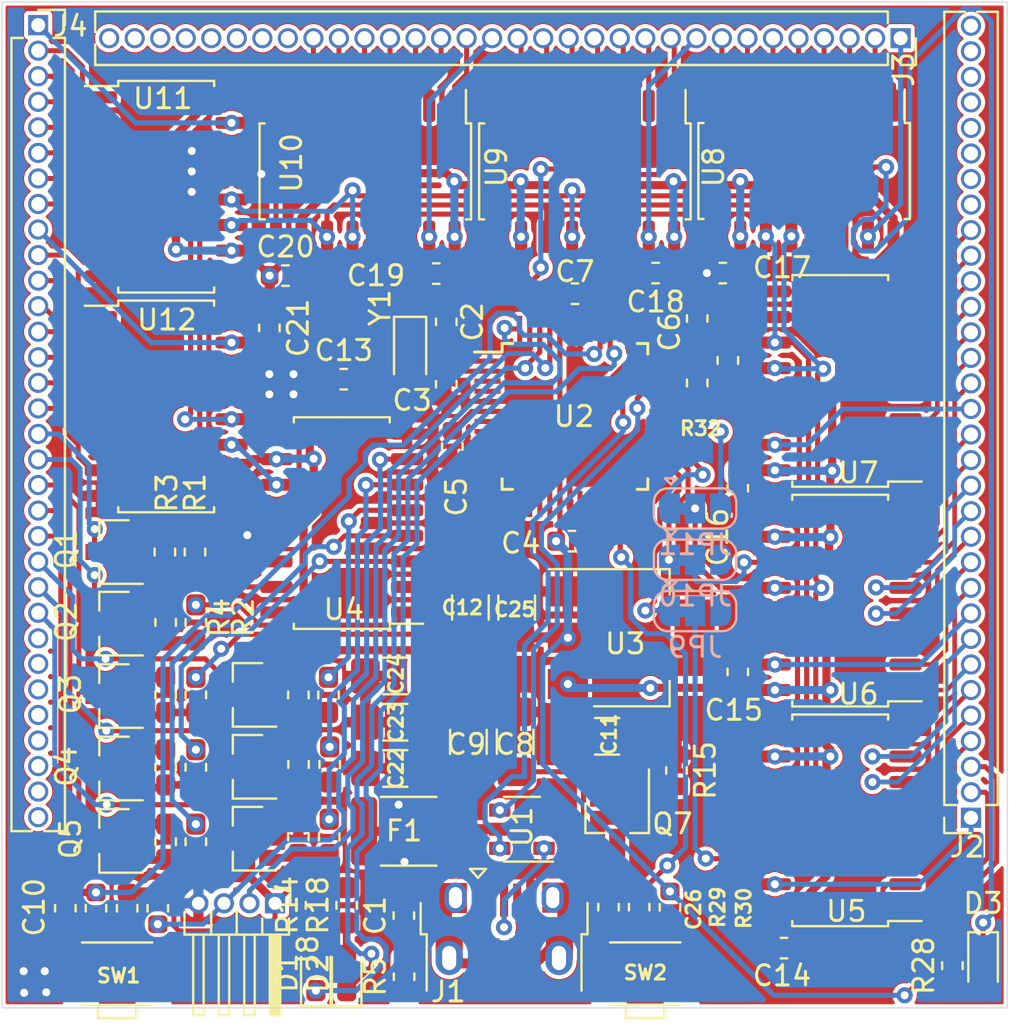
<source format=kicad_pcb>
(kicad_pcb (version 20171130) (host pcbnew 5.1.5)
  (layers (0 F.Cu signal) (31 B.Cu signal hide) (34 B.Paste user hide) (35 F.Paste user hide) (36 B.SilkS user hide) (37 F.SilkS user) (38 B.Mask user hide) (39 F.Mask user hide) (44 Edge.Cuts user hide))
  (net 0 "")
  (net 1 GND)
  (net 2 "Net-(C1-Pad1)")
  (net 3 "Net-(C2-Pad2)")
  (net 4 "Net-(C3-Pad2)")
  (net 5 +3V3)
  (net 6 "Net-(C7-Pad1)")
  (net 7 ~RESET~)
  (net 8 +5V)
  (net 9 ROW_0)
  (net 10 ROW_1)
  (net 11 ROW_2)
  (net 12 ROW_3)
  (net 13 ROW_4)
  (net 14 ROW_5)
  (net 15 SWDIO)
  (net 16 SWCLK)
  (net 17 ROW_6)
  (net 18 ROW_7)
  (net 19 "Net-(Q1-Pad1)")
  (net 20 "Net-(Q2-Pad1)")
  (net 21 "Net-(Q3-Pad1)")
  (net 22 "Net-(Q4-Pad1)")
  (net 23 "Net-(Q5-Pad1)")
  (net 24 "Net-(Q6-Pad1)")
  (net 25 "Net-(Q8-Pad1)")
  (net 26 "Net-(Q9-Pad1)")
  (net 27 "Net-(R17-Pad1)")
  (net 28 "Net-(R29-Pad1)")
  (net 29 D+_USB)
  (net 30 D-_USB)
  (net 31 D-_UC)
  (net 32 D+_UC)
  (net 33 VBUS)
  (net 34 "Net-(U2-Pad3)")
  (net 35 "Net-(U2-Pad4)")
  (net 36 "Net-(U2-Pad7)")
  (net 37 "Net-(U2-Pad8)")
  (net 38 "Net-(U2-Pad22)")
  (net 39 "Net-(U2-Pad24)")
  (net 40 MOSI)
  (net 41 SCK)
  (net 42 SS)
  (net 43 MISO)
  (net 44 "Net-(U2-Pad30)")
  (net 45 PA27_TX_LED)
  (net 46 "Net-(U2-Pad41)")
  (net 47 PB03_RX_LED)
  (net 48 SHIFT_LATCH)
  (net 49 SHIFT_CLK)
  (net 50 "Net-(U4-Pad9)")
  (net 51 SHIFT_DATA)
  (net 52 "Net-(C22-Pad1)")
  (net 53 "Net-(D1-Pad2)")
  (net 54 "Net-(D2-Pad2)")
  (net 55 DEBUG_LED)
  (net 56 "Net-(D3-Pad2)")
  (net 57 "Net-(J1-Pad4)")
  (net 58 "Net-(Q7-Pad1)")
  (net 59 SHIFT_DATA_7)
  (net 60 SHIFT_DATA_0)
  (net 61 SHIFT_DATA_1)
  (net 62 SHIFT_DATA_2)
  (net 63 SHIFT_DATA_3)
  (net 64 SHIFT_DATA_4)
  (net 65 SHIFT_DATA_5)
  (net 66 SHIFT_DATA_6)
  (net 67 "Net-(J2-Pad32)")
  (net 68 "Net-(J2-Pad31)")
  (net 69 "Net-(J2-Pad30)")
  (net 70 "Net-(J2-Pad29)")
  (net 71 "Net-(J2-Pad28)")
  (net 72 "Net-(J2-Pad27)")
  (net 73 "Net-(J2-Pad26)")
  (net 74 "Net-(J2-Pad25)")
  (net 75 "Net-(J3-Pad32)")
  (net 76 "Net-(J3-Pad31)")
  (net 77 "Net-(J3-Pad30)")
  (net 78 "Net-(J3-Pad29)")
  (net 79 "Net-(J3-Pad28)")
  (net 80 "Net-(J3-Pad27)")
  (net 81 "Net-(J3-Pad26)")
  (net 82 "Net-(J3-Pad25)")
  (net 83 "Net-(J4-Pad32)")
  (net 84 "Net-(J4-Pad31)")
  (net 85 "Net-(J4-Pad30)")
  (net 86 "Net-(J4-Pad29)")
  (net 87 "Net-(J4-Pad28)")
  (net 88 "Net-(J4-Pad27)")
  (net 89 "Net-(J4-Pad26)")
  (net 90 "Net-(J4-Pad25)")
  (net 91 COLUMN_23)
  (net 92 COLUMN_22)
  (net 93 COLUMN_21)
  (net 94 COLUMN_20)
  (net 95 COLUMN_19)
  (net 96 COLUMN_18)
  (net 97 COLUMN_17)
  (net 98 COLUMN_16)
  (net 99 COLUMN_15)
  (net 100 COLUMN_14)
  (net 101 COLUMN_13)
  (net 102 COLUMN_12)
  (net 103 COLUMN_11)
  (net 104 COLUMN_10)
  (net 105 COLUMN_9)
  (net 106 COLUMN_8)
  (net 107 COLUMN_7)
  (net 108 COLUMN_6)
  (net 109 COLUMN_5)
  (net 110 COLUMN_4)
  (net 111 COLUMN_3)
  (net 112 COLUMN_2)
  (net 113 COLUMN_1)
  (net 114 COLUMN_0)
  (net 115 COLUMN_47)
  (net 116 COLUMN_46)
  (net 117 COLUMN_45)
  (net 118 COLUMN_44)
  (net 119 COLUMN_43)
  (net 120 COLUMN_42)
  (net 121 COLUMN_41)
  (net 122 COLUMN_40)
  (net 123 COLUMN_39)
  (net 124 COLUMN_38)
  (net 125 COLUMN_37)
  (net 126 COLUMN_36)
  (net 127 COLUMN_35)
  (net 128 COLUMN_34)
  (net 129 COLUMN_33)
  (net 130 COLUMN_32)
  (net 131 COLUMN_31)
  (net 132 COLUMN_30)
  (net 133 COLUMN_29)
  (net 134 COLUMN_28)
  (net 135 COLUMN_27)
  (net 136 COLUMN_26)
  (net 137 COLUMN_25)
  (net 138 COLUMN_24)
  (net 139 COLUMN_63)
  (net 140 COLUMN_62)
  (net 141 COLUMN_61)
  (net 142 COLUMN_60)
  (net 143 COLUMN_59)
  (net 144 COLUMN_58)
  (net 145 COLUMN_57)
  (net 146 COLUMN_56)
  (net 147 COLUMN_55)
  (net 148 COLUMN_54)
  (net 149 COLUMN_53)
  (net 150 COLUMN_52)
  (net 151 COLUMN_51)
  (net 152 COLUMN_50)
  (net 153 COLUMN_49)
  (net 154 COLUMN_48)
  (net 155 CTRL_ROW_0_SHIFT)
  (net 156 CTRL_ROW_0_UC)
  (net 157 CTRL_ROW_1_SHIFT)
  (net 158 CTRL_ROW_1_UC)
  (net 159 CTRL_ROW_2_SHIFT)
  (net 160 CTRL_ROW_2_UC)
  (net 161 CTRL_ROW_3_SHIFT)
  (net 162 CTRL_ROW_3_UC)
  (net 163 CTRL_ROW_4_SHIFT)
  (net 164 CTRL_ROW_4_UC)
  (net 165 CTRL_ROW_5_SHIFT)
  (net 166 CTRL_ROW_5_UC)
  (net 167 CTRL_ROW_6_SHIFT)
  (net 168 CTRL_ROW_6_UC)
  (net 169 CTRL_ROW_7_SHIFT)
  (net 170 CTRL_ROW_7_UC)
  (net 171 BUTTON_0)
  (net 172 SDA)
  (net 173 SCL)
  (net 174 RXD)
  (net 175 TXD)
  (net 176 PB12_S4_SPI_MISO)
  (net 177 PB11_S4_SPI_SCK)
  (net 178 PB10_S4_SPI_MOSI)
  (net 179 "Net-(JP9-Pad3)")
  (net 180 "Net-(JP10-Pad3)")
  (net 181 LATCH_TCC)
  (module Package_QFP:TQFP-48_7x7mm_P0.5mm (layer F.Cu) (at 78.5 70.6)
    (fp_text reference U2 (at -0.05 0) (layer F.SilkS))
    (fp_text value ATSAMD21G18A-AUT)
    (pad 1 smd rect (at -4.35 -2.75) (size 1.3 0.25) (layers F.Cu F.Paste F.Mask) (net 3 "Net-(C2-Pad2)"))
    (pad 2 smd rect (at -4.35 -2.25) (size 1.3 0.25) (layers F.Cu F.Paste F.Mask) (net 4 "Net-(C3-Pad2)"))
    (pad 3 smd rect (at -4.35 -1.75) (size 1.3 0.25) (layers F.Cu F.Paste F.Mask) (net 34 "Net-(U2-Pad3)"))
    (pad 4 smd rect (at -4.35 -1.25) (size 1.3 0.25) (layers F.Cu F.Paste F.Mask) (net 35 "Net-(U2-Pad4)"))
    (pad 5 smd rect (at -4.35 -0.75) (size 1.3 0.25) (layers F.Cu F.Paste F.Mask) (net 1 GND))
    (pad 6 smd rect (at -4.35 -0.25) (size 1.3 0.25) (layers F.Cu F.Paste F.Mask) (net 5 +3V3))
    (pad 7 smd rect (at -4.35 0.25) (size 1.3 0.25) (layers F.Cu F.Paste F.Mask) (net 36 "Net-(U2-Pad7)"))
    (pad 8 smd rect (at -4.35 0.75) (size 1.3 0.25) (layers F.Cu F.Paste F.Mask) (net 37 "Net-(U2-Pad8)"))
    (pad 9 smd rect (at -4.35 1.25) (size 1.3 0.25) (layers F.Cu F.Paste F.Mask) (net 156 CTRL_ROW_0_UC))
    (pad 10 smd rect (at -4.35 1.75) (size 1.3 0.25) (layers F.Cu F.Paste F.Mask) (net 158 CTRL_ROW_1_UC))
    (pad 11 smd rect (at -4.35 2.25) (size 1.3 0.25) (layers F.Cu F.Paste F.Mask) (net 160 CTRL_ROW_2_UC))
    (pad 12 smd rect (at -4.35 2.75) (size 1.3 0.25) (layers F.Cu F.Paste F.Mask) (net 162 CTRL_ROW_3_UC))
    (pad 13 smd rect (at -2.75 4.35 90) (size 1.3 0.25) (layers F.Cu F.Paste F.Mask) (net 164 CTRL_ROW_4_UC))
    (pad 14 smd rect (at -2.25 4.35 90) (size 1.3 0.25) (layers F.Cu F.Paste F.Mask) (net 166 CTRL_ROW_5_UC))
    (pad 15 smd rect (at -1.75 4.35 90) (size 1.3 0.25) (layers F.Cu F.Paste F.Mask) (net 168 CTRL_ROW_6_UC))
    (pad 16 smd rect (at -1.25 4.35 90) (size 1.3 0.25) (layers F.Cu F.Paste F.Mask) (net 170 CTRL_ROW_7_UC))
    (pad 17 smd rect (at -0.75 4.35 90) (size 1.3 0.25) (layers F.Cu F.Paste F.Mask) (net 5 +3V3))
    (pad 18 smd rect (at -0.25 4.35 90) (size 1.3 0.25) (layers F.Cu F.Paste F.Mask) (net 1 GND))
    (pad 19 smd rect (at 0.25 4.35 90) (size 1.3 0.25) (layers F.Cu F.Paste F.Mask) (net 178 PB10_S4_SPI_MOSI))
    (pad 20 smd rect (at 0.75 4.35 90) (size 1.3 0.25) (layers F.Cu F.Paste F.Mask) (net 177 PB11_S4_SPI_SCK))
    (pad 21 smd rect (at 1.25 4.35 90) (size 1.3 0.25) (layers F.Cu F.Paste F.Mask) (net 176 PB12_S4_SPI_MISO))
    (pad 22 smd rect (at 1.75 4.35 90) (size 1.3 0.25) (layers F.Cu F.Paste F.Mask) (net 38 "Net-(U2-Pad22)"))
    (pad 23 smd rect (at 2.25 4.35 90) (size 1.3 0.25) (layers F.Cu F.Paste F.Mask) (net 171 BUTTON_0))
    (pad 24 smd rect (at 2.75 4.35 90) (size 1.3 0.25) (layers F.Cu F.Paste F.Mask) (net 39 "Net-(U2-Pad24)"))
    (pad 25 smd rect (at 4.35 2.75) (size 1.3 0.25) (layers F.Cu F.Paste F.Mask) (net 40 MOSI))
    (pad 26 smd rect (at 4.35 2.25) (size 1.3 0.25) (layers F.Cu F.Paste F.Mask) (net 41 SCK))
    (pad 27 smd rect (at 4.35 1.75) (size 1.3 0.25) (layers F.Cu F.Paste F.Mask) (net 42 SS))
    (pad 28 smd rect (at 4.35 1.25) (size 1.3 0.25) (layers F.Cu F.Paste F.Mask) (net 43 MISO))
    (pad 29 smd rect (at 4.35 0.75) (size 1.3 0.25) (layers F.Cu F.Paste F.Mask) (net 181 LATCH_TCC))
    (pad 30 smd rect (at 4.35 0.25) (size 1.3 0.25) (layers F.Cu F.Paste F.Mask) (net 44 "Net-(U2-Pad30)"))
    (pad 31 smd rect (at 4.35 -0.25) (size 1.3 0.25) (layers F.Cu F.Paste F.Mask) (net 172 SDA))
    (pad 32 smd rect (at 4.35 -0.75) (size 1.3 0.25) (layers F.Cu F.Paste F.Mask) (net 173 SCL))
    (pad 33 smd rect (at 4.35 -1.25) (size 1.3 0.25) (layers F.Cu F.Paste F.Mask) (net 31 D-_UC))
    (pad 34 smd rect (at 4.35 -1.75) (size 1.3 0.25) (layers F.Cu F.Paste F.Mask) (net 32 D+_UC))
    (pad 35 smd rect (at 4.35 -2.25) (size 1.3 0.25) (layers F.Cu F.Paste F.Mask) (net 1 GND))
    (pad 36 smd rect (at 4.35 -2.75) (size 1.3 0.25) (layers F.Cu F.Paste F.Mask) (net 5 +3V3))
    (pad 37 smd rect (at 2.75 -4.35 90) (size 1.3 0.25) (layers F.Cu F.Paste F.Mask) (net 175 TXD))
    (pad 38 smd rect (at 2.25 -4.35 90) (size 1.3 0.25) (layers F.Cu F.Paste F.Mask) (net 174 RXD))
    (pad 39 smd rect (at 1.75 -4.35 90) (size 1.3 0.25) (layers F.Cu F.Paste F.Mask) (net 45 PA27_TX_LED))
    (pad 40 smd rect (at 1.25 -4.35 90) (size 1.3 0.25) (layers F.Cu F.Paste F.Mask) (net 7 ~RESET~))
    (pad 41 smd rect (at 0.75 -4.35 90) (size 1.3 0.25) (layers F.Cu F.Paste F.Mask) (net 46 "Net-(U2-Pad41)"))
    (pad 42 smd rect (at 0.25 -4.35 90) (size 1.3 0.25) (layers F.Cu F.Paste F.Mask) (net 1 GND))
    (pad 43 smd rect (at -0.25 -4.35 90) (size 1.3 0.25) (layers F.Cu F.Paste F.Mask) (net 6 "Net-(C7-Pad1)"))
    (pad 44 smd rect (at -0.75 -4.35 90) (size 1.3 0.25) (layers F.Cu F.Paste F.Mask) (net 5 +3V3))
    (pad 45 smd rect (at -1.25 -4.35 90) (size 1.3 0.25) (layers F.Cu F.Paste F.Mask) (net 16 SWCLK))
    (pad 46 smd rect (at -1.75 -4.35 90) (size 1.3 0.25) (layers F.Cu F.Paste F.Mask) (net 15 SWDIO))
    (pad 47 smd rect (at -2.25 -4.35 90) (size 1.3 0.25) (layers F.Cu F.Paste F.Mask) (net 55 DEBUG_LED))
    (pad 48 smd rect (at -2.75 -4.35 90) (size 1.3 0.25) (layers F.Cu F.Paste F.Mask) (net 47 PB03_RX_LED))
  )
  (module Package_SO:SOP-16_4.55x10.3mm_P1.27mm (layer F.Cu) (at 66.9 75.9 180)
    (fp_text reference U4 (at -0.1 -4.3) (layer F.SilkS))
    (fp_text value 74HCT595)
    (pad 16 smd roundrect (at 3.25 -4.445 180) (size 1.6 0.6) (layers F.Cu F.Paste F.Mask) (net 8 +5V))
    (pad 15 smd roundrect (at 3.25 -3.175 180) (size 1.6 0.6) (layers F.Cu F.Paste F.Mask) (net 155 CTRL_ROW_0_SHIFT))
    (pad 14 smd roundrect (at 3.25 -1.905 180) (size 1.6 0.6) (layers F.Cu F.Paste F.Mask) (net 59 SHIFT_DATA_7))
    (pad 13 smd roundrect (at 3.25 -0.635 180) (size 1.6 0.6) (layers F.Cu F.Paste F.Mask) (net 1 GND))
    (pad 12 smd roundrect (at 3.25 0.635 180) (size 1.6 0.6) (layers F.Cu F.Paste F.Mask) (net 48 SHIFT_LATCH))
    (pad 11 smd roundrect (at 3.25 1.905 180) (size 1.6 0.6) (layers F.Cu F.Paste F.Mask) (net 49 SHIFT_CLK))
    (pad 10 smd roundrect (at 3.25 3.175 180) (size 1.6 0.6) (layers F.Cu F.Paste F.Mask) (net 8 +5V))
    (pad 9 smd roundrect (at 3.25 4.445 180) (size 1.6 0.6) (layers F.Cu F.Paste F.Mask) (net 50 "Net-(U4-Pad9)"))
    (pad 8 smd roundrect (at -3.25 4.445 180) (size 1.6 0.6) (layers F.Cu F.Paste F.Mask) (net 1 GND))
    (pad 7 smd roundrect (at -3.25 3.175 180) (size 1.6 0.6) (layers F.Cu F.Paste F.Mask) (net 169 CTRL_ROW_7_SHIFT))
    (pad 6 smd roundrect (at -3.25 1.905 180) (size 1.6 0.6) (layers F.Cu F.Paste F.Mask) (net 167 CTRL_ROW_6_SHIFT))
    (pad 5 smd roundrect (at -3.25 0.635 180) (size 1.6 0.6) (layers F.Cu F.Paste F.Mask) (net 165 CTRL_ROW_5_SHIFT))
    (pad 4 smd roundrect (at -3.25 -0.635 180) (size 1.6 0.6) (layers F.Cu F.Paste F.Mask) (net 163 CTRL_ROW_4_SHIFT))
    (pad 3 smd roundrect (at -3.25 -1.905 180) (size 1.6 0.6) (layers F.Cu F.Paste F.Mask) (net 161 CTRL_ROW_3_SHIFT))
    (pad 2 smd roundrect (at -3.25 -3.175 180) (size 1.6 0.6) (layers F.Cu F.Paste F.Mask) (net 159 CTRL_ROW_2_SHIFT))
    (pad 1 smd roundrect (at -3.25 -4.445 180) (size 1.6 0.6) (layers F.Cu F.Paste F.Mask) (net 157 CTRL_ROW_1_SHIFT))
  )
  (module Package_SO:SOP-16_4.55x10.3mm_P1.27mm (layer F.Cu) (at 68.072 58.42 270)
    (fp_text reference U10 (at -0.42 3.672 90) (layer F.SilkS))
    (fp_text value 74HCT595 hide)
    (pad 16 smd roundrect (at 3.25 -4.445 270) (size 1.6 0.6) (layers F.Cu F.Paste F.Mask) (net 8 +5V))
    (pad 15 smd roundrect (at 3.25 -3.175 270) (size 1.6 0.6) (layers F.Cu F.Paste F.Mask) (net 122 COLUMN_40))
    (pad 14 smd roundrect (at 3.25 -1.905 270) (size 1.6 0.6) (layers F.Cu F.Paste F.Mask) (net 64 SHIFT_DATA_4))
    (pad 13 smd roundrect (at 3.25 -0.635 270) (size 1.6 0.6) (layers F.Cu F.Paste F.Mask) (net 1 GND))
    (pad 12 smd roundrect (at 3.25 0.635 270) (size 1.6 0.6) (layers F.Cu F.Paste F.Mask) (net 48 SHIFT_LATCH))
    (pad 11 smd roundrect (at 3.25 1.905 270) (size 1.6 0.6) (layers F.Cu F.Paste F.Mask) (net 49 SHIFT_CLK))
    (pad 10 smd roundrect (at 3.25 3.175 270) (size 1.6 0.6) (layers F.Cu F.Paste F.Mask) (net 8 +5V))
    (pad 9 smd roundrect (at 3.25 4.445 270) (size 1.6 0.6) (layers F.Cu F.Paste F.Mask) (net 65 SHIFT_DATA_5))
    (pad 8 smd roundrect (at -3.25 4.445 270) (size 1.6 0.6) (layers F.Cu F.Paste F.Mask) (net 1 GND))
    (pad 7 smd roundrect (at -3.25 3.175 270) (size 1.6 0.6) (layers F.Cu F.Paste F.Mask) (net 115 COLUMN_47))
    (pad 6 smd roundrect (at -3.25 1.905 270) (size 1.6 0.6) (layers F.Cu F.Paste F.Mask) (net 116 COLUMN_46))
    (pad 5 smd roundrect (at -3.25 0.635 270) (size 1.6 0.6) (layers F.Cu F.Paste F.Mask) (net 117 COLUMN_45))
    (pad 4 smd roundrect (at -3.25 -0.635 270) (size 1.6 0.6) (layers F.Cu F.Paste F.Mask) (net 118 COLUMN_44))
    (pad 3 smd roundrect (at -3.25 -1.905 270) (size 1.6 0.6) (layers F.Cu F.Paste F.Mask) (net 119 COLUMN_43))
    (pad 2 smd roundrect (at -3.25 -3.175 270) (size 1.6 0.6) (layers F.Cu F.Paste F.Mask) (net 120 COLUMN_42))
    (pad 1 smd roundrect (at -3.25 -4.445 270) (size 1.6 0.6) (layers F.Cu F.Paste F.Mask) (net 121 COLUMN_41))
  )
  (module Package_SO:SOP-16_4.55x10.3mm_P1.27mm (layer F.Cu) (at 78.994 58.42 270)
    (fp_text reference U9 (at -0.22 4.394 90) (layer F.SilkS))
    (fp_text value 74HCT595 hide)
    (pad 1 smd roundrect (at -3.25 -4.445 270) (size 1.6 0.6) (layers F.Cu F.Paste F.Mask) (net 129 COLUMN_33))
    (pad 2 smd roundrect (at -3.25 -3.175 270) (size 1.6 0.6) (layers F.Cu F.Paste F.Mask) (net 128 COLUMN_34))
    (pad 3 smd roundrect (at -3.25 -1.905 270) (size 1.6 0.6) (layers F.Cu F.Paste F.Mask) (net 127 COLUMN_35))
    (pad 4 smd roundrect (at -3.25 -0.635 270) (size 1.6 0.6) (layers F.Cu F.Paste F.Mask) (net 126 COLUMN_36))
    (pad 5 smd roundrect (at -3.25 0.635 270) (size 1.6 0.6) (layers F.Cu F.Paste F.Mask) (net 125 COLUMN_37))
    (pad 6 smd roundrect (at -3.25 1.905 270) (size 1.6 0.6) (layers F.Cu F.Paste F.Mask) (net 124 COLUMN_38))
    (pad 7 smd roundrect (at -3.25 3.175 270) (size 1.6 0.6) (layers F.Cu F.Paste F.Mask) (net 123 COLUMN_39))
    (pad 8 smd roundrect (at -3.25 4.445 270) (size 1.6 0.6) (layers F.Cu F.Paste F.Mask) (net 1 GND))
    (pad 9 smd roundrect (at 3.25 4.445 270) (size 1.6 0.6) (layers F.Cu F.Paste F.Mask) (net 64 SHIFT_DATA_4))
    (pad 10 smd roundrect (at 3.25 3.175 270) (size 1.6 0.6) (layers F.Cu F.Paste F.Mask) (net 8 +5V))
    (pad 11 smd roundrect (at 3.25 1.905 270) (size 1.6 0.6) (layers F.Cu F.Paste F.Mask) (net 49 SHIFT_CLK))
    (pad 12 smd roundrect (at 3.25 0.635 270) (size 1.6 0.6) (layers F.Cu F.Paste F.Mask) (net 48 SHIFT_LATCH))
    (pad 13 smd roundrect (at 3.25 -0.635 270) (size 1.6 0.6) (layers F.Cu F.Paste F.Mask) (net 1 GND))
    (pad 14 smd roundrect (at 3.25 -1.905 270) (size 1.6 0.6) (layers F.Cu F.Paste F.Mask) (net 63 SHIFT_DATA_3))
    (pad 15 smd roundrect (at 3.25 -3.175 270) (size 1.6 0.6) (layers F.Cu F.Paste F.Mask) (net 130 COLUMN_32))
    (pad 16 smd roundrect (at 3.25 -4.445 270) (size 1.6 0.6) (layers F.Cu F.Paste F.Mask) (net 8 +5V))
  )
  (module Package_SO:SOP-16_4.55x10.3mm_P1.27mm (layer F.Cu) (at 91.694 90.678 180)
    (fp_text reference U5 (at -0.306 -4.522) (layer F.SilkS))
    (fp_text value 74HCT595)
    (pad 16 smd roundrect (at 3.25 -4.445 180) (size 1.6 0.6) (layers F.Cu F.Paste F.Mask) (net 8 +5V))
    (pad 15 smd roundrect (at 3.25 -3.175 180) (size 1.6 0.6) (layers F.Cu F.Paste F.Mask) (net 114 COLUMN_0))
    (pad 14 smd roundrect (at 3.25 -1.905 180) (size 1.6 0.6) (layers F.Cu F.Paste F.Mask) (net 51 SHIFT_DATA))
    (pad 13 smd roundrect (at 3.25 -0.635 180) (size 1.6 0.6) (layers F.Cu F.Paste F.Mask) (net 1 GND))
    (pad 12 smd roundrect (at 3.25 0.635 180) (size 1.6 0.6) (layers F.Cu F.Paste F.Mask) (net 48 SHIFT_LATCH))
    (pad 11 smd roundrect (at 3.25 1.905 180) (size 1.6 0.6) (layers F.Cu F.Paste F.Mask) (net 49 SHIFT_CLK))
    (pad 10 smd roundrect (at 3.25 3.175 180) (size 1.6 0.6) (layers F.Cu F.Paste F.Mask) (net 8 +5V))
    (pad 9 smd roundrect (at 3.25 4.445 180) (size 1.6 0.6) (layers F.Cu F.Paste F.Mask) (net 60 SHIFT_DATA_0))
    (pad 8 smd roundrect (at -3.25 4.445 180) (size 1.6 0.6) (layers F.Cu F.Paste F.Mask) (net 1 GND))
    (pad 7 smd roundrect (at -3.25 3.175 180) (size 1.6 0.6) (layers F.Cu F.Paste F.Mask) (net 107 COLUMN_7))
    (pad 6 smd roundrect (at -3.25 1.905 180) (size 1.6 0.6) (layers F.Cu F.Paste F.Mask) (net 108 COLUMN_6))
    (pad 5 smd roundrect (at -3.25 0.635 180) (size 1.6 0.6) (layers F.Cu F.Paste F.Mask) (net 109 COLUMN_5))
    (pad 4 smd roundrect (at -3.25 -0.635 180) (size 1.6 0.6) (layers F.Cu F.Paste F.Mask) (net 110 COLUMN_4))
    (pad 3 smd roundrect (at -3.25 -1.905 180) (size 1.6 0.6) (layers F.Cu F.Paste F.Mask) (net 111 COLUMN_3))
    (pad 2 smd roundrect (at -3.25 -3.175 180) (size 1.6 0.6) (layers F.Cu F.Paste F.Mask) (net 112 COLUMN_2))
    (pad 1 smd roundrect (at -3.25 -4.445 180) (size 1.6 0.6) (layers F.Cu F.Paste F.Mask) (net 113 COLUMN_1))
  )
  (module Capacitor_SMD:C_1206_3216Metric_Pad1.42x1.75mm_HandSolder (layer F.Cu) (at 69.564 83.5 180)
    (fp_text reference C24 (at -0.036 0.1 90) (layer F.SilkS) (effects (font (size 0.7 0.7))))
    (fp_text value 10uF)
    (pad 2 smd roundrect (at 1.4875 0 180) (size 1.425 1.75) (layers F.Cu F.Paste F.Mask) (roundrect_rratio 0.175439) (net 1 GND))
    (pad 1 smd roundrect (at -1.4875 0 180) (size 1.425 1.75) (layers F.Cu F.Paste F.Mask) (roundrect_rratio 0.175439) (net 52 "Net-(C22-Pad1)"))
  )
  (module Fuse:Fuse_1812_4532Metric_Pad1.30x3.40mm_HandSolder (layer F.Cu) (at 70.23 91.22)
    (fp_text reference F1 (at -0.23 -0.02) (layer F.SilkS))
    (fp_text value MSMF050)
    (pad 2 smd roundrect (at 2.225 0) (size 1.3 3.4) (layers F.Cu F.Paste F.Mask) (roundrect_rratio 0.192308) (net 33 VBUS))
    (pad 1 smd roundrect (at -2.225 0) (size 1.3 3.4) (layers F.Cu F.Paste F.Mask) (roundrect_rratio 0.192308) (net 52 "Net-(C22-Pad1)"))
  )
  (module Capacitor_SMD:C_1206_3216Metric_Pad1.42x1.75mm_HandSolder (layer F.Cu) (at 75.525 86.775 90)
    (fp_text reference C8 (at -0.125 -0.025 180) (layer F.SilkS))
    (fp_text value 10uF)
    (pad 2 smd roundrect (at 1.4875 0 90) (size 1.425 1.75) (layers F.Cu F.Paste F.Mask) (roundrect_rratio 0.175439) (net 1 GND))
    (pad 1 smd roundrect (at -1.4875 0 90) (size 1.425 1.75) (layers F.Cu F.Paste F.Mask) (roundrect_rratio 0.175439) (net 52 "Net-(C22-Pad1)"))
  )
  (module Package_TO_SOT_SMD:SOT-23 (layer F.Cu) (at 62.241 84.441 180)
    (fp_text reference Q6 hide)
    (fp_text value A03400A)
    (pad 3 smd rect (at 1 0 180) (size 0.9 0.8) (layers F.Cu F.Paste F.Mask) (net 14 ROW_5))
    (pad 2 smd rect (at -1 0.95 180) (size 0.9 0.8) (layers F.Cu F.Paste F.Mask) (net 1 GND))
    (pad 1 smd rect (at -1 -0.95 180) (size 0.9 0.8) (layers F.Cu F.Paste F.Mask) (net 24 "Net-(Q6-Pad1)"))
  )
  (module Package_TO_SOT_SMD:SOT-23 (layer F.Cu) (at 62.241 88.016 180)
    (fp_text reference Q8 hide)
    (fp_text value A03400A)
    (pad 3 smd rect (at 1 0 180) (size 0.9 0.8) (layers F.Cu F.Paste F.Mask) (net 17 ROW_6))
    (pad 2 smd rect (at -1 0.95 180) (size 0.9 0.8) (layers F.Cu F.Paste F.Mask) (net 1 GND))
    (pad 1 smd rect (at -1 -0.95 180) (size 0.9 0.8) (layers F.Cu F.Paste F.Mask) (net 25 "Net-(Q8-Pad1)"))
  )
  (module Package_TO_SOT_SMD:SOT-23 (layer F.Cu) (at 62.241 91.591 180)
    (fp_text reference Q9 hide)
    (fp_text value A03400A)
    (pad 3 smd rect (at 1 0 180) (size 0.9 0.8) (layers F.Cu F.Paste F.Mask) (net 18 ROW_7))
    (pad 2 smd rect (at -1 0.95 180) (size 0.9 0.8) (layers F.Cu F.Paste F.Mask) (net 1 GND))
    (pad 1 smd rect (at -1 -0.95 180) (size 0.9 0.8) (layers F.Cu F.Paste F.Mask) (net 26 "Net-(Q9-Pad1)"))
  )
  (module Package_TO_SOT_SMD:SOT-23 (layer F.Cu) (at 55.6 91.7 180)
    (fp_text reference Q5 (at 2.2 0.1 90) (layer F.SilkS))
    (fp_text value A03400A)
    (pad 3 smd rect (at 1 0 180) (size 0.9 0.8) (layers F.Cu F.Paste F.Mask) (net 13 ROW_4))
    (pad 2 smd rect (at -1 0.95 180) (size 0.9 0.8) (layers F.Cu F.Paste F.Mask) (net 1 GND))
    (pad 1 smd rect (at -1 -0.95 180) (size 0.9 0.8) (layers F.Cu F.Paste F.Mask) (net 23 "Net-(Q5-Pad1)"))
  )
  (module Package_TO_SOT_SMD:SOT-23 (layer F.Cu) (at 55.6 88.1 180)
    (fp_text reference Q4 (at 2.4 0.1 90) (layer F.SilkS))
    (fp_text value A03400A)
    (pad 3 smd rect (at 1 0 180) (size 0.9 0.8) (layers F.Cu F.Paste F.Mask) (net 12 ROW_3))
    (pad 2 smd rect (at -1 0.95 180) (size 0.9 0.8) (layers F.Cu F.Paste F.Mask) (net 1 GND))
    (pad 1 smd rect (at -1 -0.95 180) (size 0.9 0.8) (layers F.Cu F.Paste F.Mask) (net 22 "Net-(Q4-Pad1)"))
  )
  (module Package_TO_SOT_SMD:SOT-23 (layer F.Cu) (at 55.6 84.5 180)
    (fp_text reference Q3 (at 2.2 0.1 90) (layer F.SilkS))
    (fp_text value A03400A)
    (pad 3 smd rect (at 1 0 180) (size 0.9 0.8) (layers F.Cu F.Paste F.Mask) (net 11 ROW_2))
    (pad 2 smd rect (at -1 0.95 180) (size 0.9 0.8) (layers F.Cu F.Paste F.Mask) (net 1 GND))
    (pad 1 smd rect (at -1 -0.95 180) (size 0.9 0.8) (layers F.Cu F.Paste F.Mask) (net 21 "Net-(Q3-Pad1)"))
  )
  (module Package_TO_SOT_SMD:SOT-23 (layer F.Cu) (at 55.6 80.9 180)
    (fp_text reference Q2 (at 2.4 0.1 90) (layer F.SilkS))
    (fp_text value A03400A)
    (pad 3 smd rect (at 1 0 180) (size 0.9 0.8) (layers F.Cu F.Paste F.Mask) (net 10 ROW_1))
    (pad 2 smd rect (at -1 0.95 180) (size 0.9 0.8) (layers F.Cu F.Paste F.Mask) (net 1 GND))
    (pad 1 smd rect (at -1 -0.95 180) (size 0.9 0.8) (layers F.Cu F.Paste F.Mask) (net 20 "Net-(Q2-Pad1)"))
  )
  (module Package_TO_SOT_SMD:SOT-23 (layer F.Cu) (at 55.6 77.341 180)
    (fp_text reference Q1 (at 2.4 0.141 90) (layer F.SilkS))
    (fp_text value A03400A)
    (pad 3 smd rect (at 1 0 180) (size 0.9 0.8) (layers F.Cu F.Paste F.Mask) (net 9 ROW_0))
    (pad 2 smd rect (at -1 0.95 180) (size 0.9 0.8) (layers F.Cu F.Paste F.Mask) (net 1 GND))
    (pad 1 smd rect (at -1 -0.95 180) (size 0.9 0.8) (layers F.Cu F.Paste F.Mask) (net 19 "Net-(Q1-Pad1)"))
  )
  (module Capacitor_SMD:C_0603_1608Metric (layer F.Cu) (at 72.1 69 90)
    (fp_text reference C3 (at -0.8 -1.7 180) (layer F.SilkS))
    (fp_text value 22p)
    (pad 1 smd roundrect (at -0.7875 0 90) (size 0.875 0.95) (layers F.Cu F.Paste F.Mask) (net 1 GND))
    (pad 2 smd roundrect (at 0.7875 0 90) (size 0.875 0.95) (layers F.Cu F.Paste F.Mask) (net 4 "Net-(C3-Pad2)"))
  )
  (module Capacitor_SMD:C_0603_1608Metric (layer F.Cu) (at 72.1 65.9 270)
    (fp_text reference C2 (at 0 -1.3 90) (layer F.SilkS))
    (fp_text value 22p)
    (pad 1 smd roundrect (at -0.7875 0 270) (size 0.875 0.95) (layers F.Cu F.Paste F.Mask) (net 1 GND))
    (pad 2 smd roundrect (at 0.7875 0 270) (size 0.875 0.95) (layers F.Cu F.Paste F.Mask) (net 3 "Net-(C2-Pad2)"))
  )
  (module Capacitor_SMD:C_1206_3216Metric_Pad1.42x1.75mm_HandSolder (layer F.Cu) (at 69.564 85.8 180)
    (fp_text reference C23 (at -0.036 0 90) (layer F.SilkS) (effects (font (size 0.7 0.7))))
    (fp_text value 10uF)
    (pad 2 smd roundrect (at 1.4875 0 180) (size 1.425 1.75) (layers F.Cu F.Paste F.Mask) (roundrect_rratio 0.175439) (net 1 GND))
    (pad 1 smd roundrect (at -1.4875 0 180) (size 1.425 1.75) (layers F.Cu F.Paste F.Mask) (roundrect_rratio 0.175439) (net 52 "Net-(C22-Pad1)"))
  )
  (module Capacitor_SMD:C_0603_1608Metric (layer F.Cu) (at 84.582 65.7352 270)
    (fp_text reference C6 (at 0.6648 1.382 90) (layer F.SilkS))
    (fp_text value 100nF)
    (pad 2 smd roundrect (at 0.7875 0 270) (size 0.875 0.95) (layers F.Cu F.Paste F.Mask) (net 5 +3V3))
    (pad 1 smd roundrect (at -0.7875 0 270) (size 0.875 0.95) (layers F.Cu F.Paste F.Mask) (net 1 GND))
  )
  (module Resistor_SMD:R_0603_1608Metric_Pad1.05x0.95mm_HandSolder (layer F.Cu) (at 66.275 91.5 90)
    (fp_text reference R21 hide)
    (fp_text value 100R)
    (pad 2 smd roundrect (at 0.875 0 90) (size 1.05 0.95) (layers F.Cu F.Paste F.Mask) (net 169 CTRL_ROW_7_SHIFT))
    (pad 1 smd roundrect (at -0.875 0 90) (size 1.05 0.95) (layers F.Cu F.Paste F.Mask) (net 26 "Net-(Q9-Pad1)"))
  )
  (module Connector_PinSocket_1.27mm:PinSocket_1x32_P1.27mm_Vertical (layer F.Cu) (at 98.2 90.55 180)
    (fp_text reference J2 (at 0.2 -1.45) (layer F.SilkS))
    (fp_text value Conn_01x32)
    (pad 32 thru_hole oval (at 0 39.37 180) (size 1 1) (drill 0.7) (layers *.Cu *.Mask) (net 67 "Net-(J2-Pad32)"))
    (pad 31 thru_hole oval (at 0 38.1 180) (size 1 1) (drill 0.7) (layers *.Cu *.Mask) (net 68 "Net-(J2-Pad31)"))
    (pad 30 thru_hole oval (at 0 36.83 180) (size 1 1) (drill 0.7) (layers *.Cu *.Mask) (net 69 "Net-(J2-Pad30)"))
    (pad 29 thru_hole oval (at 0 35.56 180) (size 1 1) (drill 0.7) (layers *.Cu *.Mask) (net 70 "Net-(J2-Pad29)"))
    (pad 28 thru_hole oval (at 0 34.29 180) (size 1 1) (drill 0.7) (layers *.Cu *.Mask) (net 71 "Net-(J2-Pad28)"))
    (pad 27 thru_hole oval (at 0 33.02 180) (size 1 1) (drill 0.7) (layers *.Cu *.Mask) (net 72 "Net-(J2-Pad27)"))
    (pad 26 thru_hole oval (at 0 31.75 180) (size 1 1) (drill 0.7) (layers *.Cu *.Mask) (net 73 "Net-(J2-Pad26)"))
    (pad 25 thru_hole oval (at 0 30.48 180) (size 1 1) (drill 0.7) (layers *.Cu *.Mask) (net 74 "Net-(J2-Pad25)"))
    (pad 24 thru_hole oval (at 0 29.21 180) (size 1 1) (drill 0.7) (layers *.Cu *.Mask) (net 91 COLUMN_23))
    (pad 23 thru_hole oval (at 0 27.94 180) (size 1 1) (drill 0.7) (layers *.Cu *.Mask) (net 92 COLUMN_22))
    (pad 22 thru_hole oval (at 0 26.67 180) (size 1 1) (drill 0.7) (layers *.Cu *.Mask) (net 93 COLUMN_21))
    (pad 21 thru_hole oval (at 0 25.4 180) (size 1 1) (drill 0.7) (layers *.Cu *.Mask) (net 94 COLUMN_20))
    (pad 20 thru_hole oval (at 0 24.13 180) (size 1 1) (drill 0.7) (layers *.Cu *.Mask) (net 95 COLUMN_19))
    (pad 19 thru_hole oval (at 0 22.86 180) (size 1 1) (drill 0.7) (layers *.Cu *.Mask) (net 96 COLUMN_18))
    (pad 18 thru_hole oval (at 0 21.59 180) (size 1 1) (drill 0.7) (layers *.Cu *.Mask) (net 97 COLUMN_17))
    (pad 17 thru_hole oval (at 0 20.32 180) (size 1 1) (drill 0.7) (layers *.Cu *.Mask) (net 98 COLUMN_16))
    (pad 16 thru_hole oval (at 0 19.05 180) (size 1 1) (drill 0.7) (layers *.Cu *.Mask) (net 99 COLUMN_15))
    (pad 15 thru_hole oval (at 0 17.78 180) (size 1 1) (drill 0.7) (layers *.Cu *.Mask) (net 100 COLUMN_14))
    (pad 14 thru_hole oval (at 0 16.51 180) (size 1 1) (drill 0.7) (layers *.Cu *.Mask) (net 101 COLUMN_13))
    (pad 13 thru_hole oval (at 0 15.24 180) (size 1 1) (drill 0.7) (layers *.Cu *.Mask) (net 102 COLUMN_12))
    (pad 12 thru_hole oval (at 0 13.97 180) (size 1 1) (drill 0.7) (layers *.Cu *.Mask) (net 103 COLUMN_11))
    (pad 11 thru_hole oval (at 0 12.7 180) (size 1 1) (drill 0.7) (layers *.Cu *.Mask) (net 104 COLUMN_10))
    (pad 10 thru_hole oval (at 0 11.43 180) (size 1 1) (drill 0.7) (layers *.Cu *.Mask) (net 105 COLUMN_9))
    (pad 9 thru_hole oval (at 0 10.16 180) (size 1 1) (drill 0.7) (layers *.Cu *.Mask) (net 106 COLUMN_8))
    (pad 8 thru_hole oval (at 0 8.89 180) (size 1 1) (drill 0.7) (layers *.Cu *.Mask) (net 107 COLUMN_7))
    (pad 7 thru_hole oval (at 0 7.62 180) (size 1 1) (drill 0.7) (layers *.Cu *.Mask) (net 108 COLUMN_6))
    (pad 6 thru_hole oval (at 0 6.35 180) (size 1 1) (drill 0.7) (layers *.Cu *.Mask) (net 109 COLUMN_5))
    (pad 5 thru_hole oval (at 0 5.08 180) (size 1 1) (drill 0.7) (layers *.Cu *.Mask) (net 110 COLUMN_4))
    (pad 4 thru_hole oval (at 0 3.81 180) (size 1 1) (drill 0.7) (layers *.Cu *.Mask) (net 111 COLUMN_3))
    (pad 3 thru_hole oval (at 0 2.54 180) (size 1 1) (drill 0.7) (layers *.Cu *.Mask) (net 112 COLUMN_2))
    (pad 2 thru_hole oval (at 0 1.27 180) (size 1 1) (drill 0.7) (layers *.Cu *.Mask) (net 113 COLUMN_1))
    (pad 1 thru_hole rect (at 0 0 180) (size 1 1) (drill 0.7) (layers *.Cu *.Mask) (net 114 COLUMN_0))
  )
  (module Jumper:SolderJumper-3_P1.3mm_Bridged12_RoundedPad1.0x1.5mm (layer B.Cu) (at 84.475 75.175)
    (fp_text reference JP11 (at 0 1.8) (layer B.SilkS) (effects (justify mirror)))
    (fp_text value SolderJumper_3_Bridged12)
    (fp_poly (pts (xy -0.9 0.3) (xy -0.4 0.3) (xy -0.4 -0.3) (xy -0.9 -0.3)) (layer B.Cu) (width 0))
    (pad 1 smd custom (at -1.3 0) (size 1 0.5) (layers B.Cu B.Mask) (net 42 SS) (options (clearance outline) (anchor rect)) (primitives (gr_circle (center 0 -0.25) (end 0.5 -0.25) (width 0)) (gr_circle (center 0 0.25) (end 0.5 0.25) (width 0)) (gr_poly (pts (xy 0.55 0.75) (xy 0 0.75) (xy 0 -0.75) (xy 0.55 -0.75)) (width 0))))
    (pad 2 smd rect (at 0 0) (size 1 1.5) (layers B.Cu B.Mask) (net 48 SHIFT_LATCH))
    (pad 3 smd custom (at 1.3 0) (size 1 0.5) (layers B.Cu B.Mask) (net 181 LATCH_TCC) (options (clearance outline) (anchor rect)) (primitives (gr_circle (center 0 -0.25) (end 0.5 -0.25) (width 0)) (gr_circle (center 0 0.25) (end 0.5 0.25) (width 0)) (gr_poly (pts (xy -0.55 0.75) (xy 0 0.75) (xy 0 -0.75) (xy -0.55 -0.75)) (width 0))))
  )
  (module Jumper:SolderJumper-3_P1.3mm_Bridged12_RoundedPad1.0x1.5mm (layer B.Cu) (at 84.475 77.725)
    (fp_text reference JP10 (at 0 1.8) (layer B.SilkS) (effects (justify mirror)))
    (fp_text value SolderJumper_3_Bridged12)
    (fp_poly (pts (xy -0.9 0.3) (xy -0.4 0.3) (xy -0.4 -0.3) (xy -0.9 -0.3)) (layer B.Cu) (width 0))
    (pad 1 smd custom (at -1.3 0) (size 1 0.5) (layers B.Cu B.Mask) (net 41 SCK) (options (clearance outline) (anchor rect)) (primitives (gr_circle (center 0 -0.25) (end 0.5 -0.25) (width 0)) (gr_circle (center 0 0.25) (end 0.5 0.25) (width 0)) (gr_poly (pts (xy 0.55 0.75) (xy 0 0.75) (xy 0 -0.75) (xy 0.55 -0.75)) (width 0))))
    (pad 2 smd rect (at 0 0) (size 1 1.5) (layers B.Cu B.Mask) (net 49 SHIFT_CLK))
    (pad 3 smd custom (at 1.3 0) (size 1 0.5) (layers B.Cu B.Mask) (net 180 "Net-(JP10-Pad3)") (options (clearance outline) (anchor rect)) (primitives (gr_circle (center 0 -0.25) (end 0.5 -0.25) (width 0)) (gr_circle (center 0 0.25) (end 0.5 0.25) (width 0)) (gr_poly (pts (xy -0.55 0.75) (xy 0 0.75) (xy 0 -0.75) (xy -0.55 -0.75)) (width 0))))
  )
  (module Jumper:SolderJumper-3_P1.3mm_Bridged12_RoundedPad1.0x1.5mm (layer B.Cu) (at 84.475 80.275)
    (fp_text reference JP9 (at 0 1.8) (layer B.SilkS) (effects (justify mirror)))
    (fp_text value SolderJumper_3_Bridged12)
    (fp_poly (pts (xy -0.9 0.3) (xy -0.4 0.3) (xy -0.4 -0.3) (xy -0.9 -0.3)) (layer B.Cu) (width 0))
    (pad 1 smd custom (at -1.3 0) (size 1 0.5) (layers B.Cu B.Mask) (net 40 MOSI) (options (clearance outline) (anchor rect)) (primitives (gr_circle (center 0 -0.25) (end 0.5 -0.25) (width 0)) (gr_circle (center 0 0.25) (end 0.5 0.25) (width 0)) (gr_poly (pts (xy 0.55 0.75) (xy 0 0.75) (xy 0 -0.75) (xy 0.55 -0.75)) (width 0))))
    (pad 2 smd rect (at 0 0) (size 1 1.5) (layers B.Cu B.Mask) (net 51 SHIFT_DATA))
    (pad 3 smd custom (at 1.3 0) (size 1 0.5) (layers B.Cu B.Mask) (net 179 "Net-(JP9-Pad3)") (options (clearance outline) (anchor rect)) (primitives (gr_circle (center 0 -0.25) (end 0.5 -0.25) (width 0)) (gr_circle (center 0 0.25) (end 0.5 0.25) (width 0)) (gr_poly (pts (xy -0.55 0.75) (xy 0 0.75) (xy 0 -0.75) (xy -0.55 -0.75)) (width 0))))
  )
  (module Crystal:Crystal_SMD_2012-2Pin_2.0x1.2mm_HandSoldering (layer F.Cu) (at 70.3 67.3 270)
    (fp_text reference Y1 (at -2.1 1.5 270) (layer F.SilkS))
    (fp_text value 32,768KHz)
    (pad 1 smd rect (at -0.925 0 270) (size 1.05 1.1) (layers F.Cu F.Paste F.Mask) (net 3 "Net-(C2-Pad2)"))
    (pad 2 smd rect (at 0.925 0 270) (size 1.05 1.1) (layers F.Cu F.Paste F.Mask) (net 4 "Net-(C3-Pad2)"))
  )
  (module Resistor_SMD:R_0603_1608Metric_Pad1.05x0.95mm_HandSolder (layer F.Cu) (at 84.582 68.9356 90)
    (fp_text reference R32 (at -2.2644 0.168) (layer F.SilkS) (effects (font (size 0.7 0.7))))
    (fp_text value 10k)
    (pad 2 smd roundrect (at 0.875 0 90) (size 1.05 0.95) (layers F.Cu F.Paste F.Mask) (net 5 +3V3))
    (pad 1 smd roundrect (at -0.875 0 90) (size 1.05 0.95) (layers F.Cu F.Paste F.Mask) (net 173 SCL))
  )
  (module Resistor_SMD:R_0603_1608Metric_Pad1.05x0.95mm_HandSolder (layer F.Cu) (at 86.106 67.818 90)
    (fp_text reference R31 hide)
    (fp_text value 10k)
    (pad 2 smd roundrect (at 0.875 0 90) (size 1.05 0.95) (layers F.Cu F.Paste F.Mask) (net 5 +3V3))
    (pad 1 smd roundrect (at -0.875 0 90) (size 1.05 0.95) (layers F.Cu F.Paste F.Mask) (net 172 SDA))
  )
  (module Package_TO_SOT_SMD:SOT-23_Handsoldering (layer F.Cu) (at 80.6 90.55 270)
    (fp_text reference Q7 (at 0.3 -2.75 180) (layer F.SilkS))
    (fp_text value IRLML5203)
    (pad 3 smd rect (at 1.5 0 270) (size 1.9 0.8) (layers F.Cu F.Paste F.Mask) (net 52 "Net-(C22-Pad1)"))
    (pad 2 smd rect (at -1.5 0.95 270) (size 1.9 0.8) (layers F.Cu F.Paste F.Mask) (net 8 +5V))
    (pad 1 smd rect (at -1.5 -0.95 270) (size 1.9 0.8) (layers F.Cu F.Paste F.Mask) (net 58 "Net-(Q7-Pad1)"))
  )
  (module Connector_PinSocket_1.27mm:PinSocket_1x32_P1.27mm_Vertical (layer F.Cu) (at 51.8 51.15)
    (fp_text reference J4 (at 1.6 0.05) (layer F.SilkS))
    (fp_text value Conn_01x32)
    (pad 32 thru_hole oval (at 0 39.37) (size 1 1) (drill 0.7) (layers *.Cu *.Mask) (net 83 "Net-(J4-Pad32)"))
    (pad 31 thru_hole oval (at 0 38.1) (size 1 1) (drill 0.7) (layers *.Cu *.Mask) (net 84 "Net-(J4-Pad31)"))
    (pad 30 thru_hole oval (at 0 36.83) (size 1 1) (drill 0.7) (layers *.Cu *.Mask) (net 85 "Net-(J4-Pad30)"))
    (pad 29 thru_hole oval (at 0 35.56) (size 1 1) (drill 0.7) (layers *.Cu *.Mask) (net 86 "Net-(J4-Pad29)"))
    (pad 28 thru_hole oval (at 0 34.29) (size 1 1) (drill 0.7) (layers *.Cu *.Mask) (net 87 "Net-(J4-Pad28)"))
    (pad 27 thru_hole oval (at 0 33.02) (size 1 1) (drill 0.7) (layers *.Cu *.Mask) (net 88 "Net-(J4-Pad27)"))
    (pad 26 thru_hole oval (at 0 31.75) (size 1 1) (drill 0.7) (layers *.Cu *.Mask) (net 89 "Net-(J4-Pad26)"))
    (pad 25 thru_hole oval (at 0 30.48) (size 1 1) (drill 0.7) (layers *.Cu *.Mask) (net 90 "Net-(J4-Pad25)"))
    (pad 24 thru_hole oval (at 0 29.21) (size 1 1) (drill 0.7) (layers *.Cu *.Mask) (net 18 ROW_7))
    (pad 23 thru_hole oval (at 0 27.94) (size 1 1) (drill 0.7) (layers *.Cu *.Mask) (net 17 ROW_6))
    (pad 22 thru_hole oval (at 0 26.67) (size 1 1) (drill 0.7) (layers *.Cu *.Mask) (net 14 ROW_5))
    (pad 21 thru_hole oval (at 0 25.4) (size 1 1) (drill 0.7) (layers *.Cu *.Mask) (net 13 ROW_4))
    (pad 20 thru_hole oval (at 0 24.13) (size 1 1) (drill 0.7) (layers *.Cu *.Mask) (net 12 ROW_3))
    (pad 19 thru_hole oval (at 0 22.86) (size 1 1) (drill 0.7) (layers *.Cu *.Mask) (net 11 ROW_2))
    (pad 18 thru_hole oval (at 0 21.59) (size 1 1) (drill 0.7) (layers *.Cu *.Mask) (net 10 ROW_1))
    (pad 17 thru_hole oval (at 0 20.32) (size 1 1) (drill 0.7) (layers *.Cu *.Mask) (net 9 ROW_0))
    (pad 16 thru_hole oval (at 0 19.05) (size 1 1) (drill 0.7) (layers *.Cu *.Mask) (net 139 COLUMN_63))
    (pad 15 thru_hole oval (at 0 17.78) (size 1 1) (drill 0.7) (layers *.Cu *.Mask) (net 140 COLUMN_62))
    (pad 14 thru_hole oval (at 0 16.51) (size 1 1) (drill 0.7) (layers *.Cu *.Mask) (net 141 COLUMN_61))
    (pad 13 thru_hole oval (at 0 15.24) (size 1 1) (drill 0.7) (layers *.Cu *.Mask) (net 142 COLUMN_60))
    (pad 12 thru_hole oval (at 0 13.97) (size 1 1) (drill 0.7) (layers *.Cu *.Mask) (net 143 COLUMN_59))
    (pad 11 thru_hole oval (at 0 12.7) (size 1 1) (drill 0.7) (layers *.Cu *.Mask) (net 144 COLUMN_58))
    (pad 10 thru_hole oval (at 0 11.43) (size 1 1) (drill 0.7) (layers *.Cu *.Mask) (net 145 COLUMN_57))
    (pad 9 thru_hole oval (at 0 10.16) (size 1 1) (drill 0.7) (layers *.Cu *.Mask) (net 146 COLUMN_56))
    (pad 8 thru_hole oval (at 0 8.89) (size 1 1) (drill 0.7) (layers *.Cu *.Mask) (net 147 COLUMN_55))
    (pad 7 thru_hole oval (at 0 7.62) (size 1 1) (drill 0.7) (layers *.Cu *.Mask) (net 148 COLUMN_54))
    (pad 6 thru_hole oval (at 0 6.35) (size 1 1) (drill 0.7) (layers *.Cu *.Mask) (net 149 COLUMN_53))
    (pad 5 thru_hole oval (at 0 5.08) (size 1 1) (drill 0.7) (layers *.Cu *.Mask) (net 150 COLUMN_52))
    (pad 4 thru_hole oval (at 0 3.81) (size 1 1) (drill 0.7) (layers *.Cu *.Mask) (net 151 COLUMN_51))
    (pad 3 thru_hole oval (at 0 2.54) (size 1 1) (drill 0.7) (layers *.Cu *.Mask) (net 152 COLUMN_50))
    (pad 2 thru_hole oval (at 0 1.27) (size 1 1) (drill 0.7) (layers *.Cu *.Mask) (net 153 COLUMN_49))
    (pad 1 thru_hole rect (at 0 0) (size 1 1) (drill 0.7) (layers *.Cu *.Mask) (net 154 COLUMN_48))
  )
  (module Connector_PinSocket_1.27mm:PinSocket_1x32_P1.27mm_Vertical (layer F.Cu) (at 94.7 51.8 270)
    (fp_text reference J3 (at 1.55 -0.15 90) (layer F.SilkS))
    (fp_text value Conn_01x32)
    (pad 32 thru_hole oval (at 0 39.37 270) (size 1 1) (drill 0.7) (layers *.Cu *.Mask) (net 75 "Net-(J3-Pad32)"))
    (pad 31 thru_hole oval (at 0 38.1 270) (size 1 1) (drill 0.7) (layers *.Cu *.Mask) (net 76 "Net-(J3-Pad31)"))
    (pad 30 thru_hole oval (at 0 36.83 270) (size 1 1) (drill 0.7) (layers *.Cu *.Mask) (net 77 "Net-(J3-Pad30)"))
    (pad 29 thru_hole oval (at 0 35.56 270) (size 1 1) (drill 0.7) (layers *.Cu *.Mask) (net 78 "Net-(J3-Pad29)"))
    (pad 28 thru_hole oval (at 0 34.29 270) (size 1 1) (drill 0.7) (layers *.Cu *.Mask) (net 79 "Net-(J3-Pad28)"))
    (pad 27 thru_hole oval (at 0 33.02 270) (size 1 1) (drill 0.7) (layers *.Cu *.Mask) (net 80 "Net-(J3-Pad27)"))
    (pad 26 thru_hole oval (at 0 31.75 270) (size 1 1) (drill 0.7) (layers *.Cu *.Mask) (net 81 "Net-(J3-Pad26)"))
    (pad 25 thru_hole oval (at 0 30.48 270) (size 1 1) (drill 0.7) (layers *.Cu *.Mask) (net 82 "Net-(J3-Pad25)"))
    (pad 24 thru_hole oval (at 0 29.21 270) (size 1 1) (drill 0.7) (layers *.Cu *.Mask) (net 115 COLUMN_47))
    (pad 23 thru_hole oval (at 0 27.94 270) (size 1 1) (drill 0.7) (layers *.Cu *.Mask) (net 116 COLUMN_46))
    (pad 22 thru_hole oval (at 0 26.67 270) (size 1 1) (drill 0.7) (layers *.Cu *.Mask) (net 117 COLUMN_45))
    (pad 21 thru_hole oval (at 0 25.4 270) (size 1 1) (drill 0.7) (layers *.Cu *.Mask) (net 118 COLUMN_44))
    (pad 20 thru_hole oval (at 0 24.13 270) (size 1 1) (drill 0.7) (layers *.Cu *.Mask) (net 119 COLUMN_43))
    (pad 19 thru_hole oval (at 0 22.86 270) (size 1 1) (drill 0.7) (layers *.Cu *.Mask) (net 120 COLUMN_42))
    (pad 18 thru_hole oval (at 0 21.59 270) (size 1 1) (drill 0.7) (layers *.Cu *.Mask) (net 121 COLUMN_41))
    (pad 17 thru_hole oval (at 0 20.32 270) (size 1 1) (drill 0.7) (layers *.Cu *.Mask) (net 122 COLUMN_40))
    (pad 16 thru_hole oval (at 0 19.05 270) (size 1 1) (drill 0.7) (layers *.Cu *.Mask) (net 123 COLUMN_39))
    (pad 15 thru_hole oval (at 0 17.78 270) (size 1 1) (drill 0.7) (layers *.Cu *.Mask) (net 124 COLUMN_38))
    (pad 14 thru_hole oval (at 0 16.51 270) (size 1 1) (drill 0.7) (layers *.Cu *.Mask) (net 125 COLUMN_37))
    (pad 13 thru_hole oval (at 0 15.24 270) (size 1 1) (drill 0.7) (layers *.Cu *.Mask) (net 126 COLUMN_36))
    (pad 12 thru_hole oval (at 0 13.97 270) (size 1 1) (drill 0.7) (layers *.Cu *.Mask) (net 127 COLUMN_35))
    (pad 11 thru_hole oval (at 0 12.7 270) (size 1 1) (drill 0.7) (layers *.Cu *.Mask) (net 128 COLUMN_34))
    (pad 10 thru_hole oval (at 0 11.43 270) (size 1 1) (drill 0.7) (layers *.Cu *.Mask) (net 129 COLUMN_33))
    (pad 9 thru_hole oval (at 0 10.16 270) (size 1 1) (drill 0.7) (layers *.Cu *.Mask) (net 130 COLUMN_32))
    (pad 8 thru_hole oval (at 0 8.89 270) (size 1 1) (drill 0.7) (layers *.Cu *.Mask) (net 131 COLUMN_31))
    (pad 7 thru_hole oval (at 0 7.62 270) (size 1 1) (drill 0.7) (layers *.Cu *.Mask) (net 132 COLUMN_30))
    (pad 6 thru_hole oval (at 0 6.35 270) (size 1 1) (drill 0.7) (layers *.Cu *.Mask) (net 133 COLUMN_29))
    (pad 5 thru_hole oval (at 0 5.08 270) (size 1 1) (drill 0.7) (layers *.Cu *.Mask) (net 134 COLUMN_28))
    (pad 4 thru_hole oval (at 0 3.81 270) (size 1 1) (drill 0.7) (layers *.Cu *.Mask) (net 135 COLUMN_27))
    (pad 3 thru_hole oval (at 0 2.54 270) (size 1 1) (drill 0.7) (layers *.Cu *.Mask) (net 136 COLUMN_26))
    (pad 2 thru_hole oval (at 0 1.27 270) (size 1 1) (drill 0.7) (layers *.Cu *.Mask) (net 137 COLUMN_25))
    (pad 1 thru_hole rect (at 0 0 270) (size 1 1) (drill 0.7) (layers *.Cu *.Mask) (net 138 COLUMN_24))
  )
  (module Button_Switch_SMD:SW_SPST_EVQP7A (layer F.Cu) (at 81.995 98.294)
    (fp_text reference SW2 (at 0.005 -0.044 180) (layer F.SilkS) (effects (font (size 0.7 0.7))))
    (fp_text value SW_Push)
    (pad 2 smd rect (at -1.8 0.72) (size 1.4 1.05) (layers F.Cu F.Paste F.Mask) (net 1 GND))
    (pad 2 smd rect (at 1.8 0.72) (size 1.4 1.05) (layers F.Cu F.Paste F.Mask) (net 1 GND))
    (pad 1 smd rect (at -1.8 -0.72) (size 1.4 1.05) (layers F.Cu F.Paste F.Mask) (net 28 "Net-(R29-Pad1)"))
    (pad 1 smd rect (at 1.8 -0.72) (size 1.4 1.05) (layers F.Cu F.Paste F.Mask) (net 28 "Net-(R29-Pad1)"))
  )
  (module Resistor_SMD:R_0603_1608Metric (layer F.Cu) (at 83.225 95 270)
    (fp_text reference R30 (at 0.05 -3.675 90) (layer F.SilkS) (effects (font (size 0.7 0.7))))
    (fp_text value 10k)
    (pad 2 smd roundrect (at 0.7875 0 270) (size 0.875 0.95) (layers F.Cu F.Paste F.Mask) (net 28 "Net-(R29-Pad1)"))
    (pad 1 smd roundrect (at -0.7875 0 270) (size 0.875 0.95) (layers F.Cu F.Paste F.Mask) (net 5 +3V3))
  )
  (module Resistor_SMD:R_0603_1608Metric (layer F.Cu) (at 81.695 94.99 90)
    (fp_text reference R29 (at -0.01 3.905 90) (layer F.SilkS) (effects (font (size 0.7 0.7))))
    (fp_text value 330R)
    (pad 2 smd roundrect (at 0.7875 0 90) (size 0.875 0.95) (layers F.Cu F.Paste F.Mask) (net 171 BUTTON_0))
    (pad 1 smd roundrect (at -0.7875 0 90) (size 0.875 0.95) (layers F.Cu F.Paste F.Mask) (net 28 "Net-(R29-Pad1)"))
  )
  (module Capacitor_SMD:C_0603_1608Metric (layer F.Cu) (at 80.17 94.99 270)
    (fp_text reference C26 (at 0.11 -4.23 90) (layer F.SilkS) (effects (font (size 0.7 0.7))))
    (fp_text value 100nF)
    (pad 2 smd roundrect (at 0.7875 0 270) (size 0.875 0.95) (layers F.Cu F.Paste F.Mask) (net 1 GND))
    (pad 1 smd roundrect (at -0.7875 0 270) (size 0.875 0.95) (layers F.Cu F.Paste F.Mask) (net 171 BUTTON_0))
  )
  (module Package_SO:SOP-16_4.55x10.3mm_P1.27mm (layer F.Cu) (at 58.166 70.104)
    (fp_text reference U12 (at 0.034 -4.304) (layer F.SilkS))
    (fp_text value 74HCT595)
    (pad 16 smd roundrect (at 3.25 -4.445) (size 1.6 0.6) (layers F.Cu F.Paste F.Mask) (net 8 +5V))
    (pad 15 smd roundrect (at 3.25 -3.175) (size 1.6 0.6) (layers F.Cu F.Paste F.Mask) (net 146 COLUMN_56))
    (pad 14 smd roundrect (at 3.25 -1.905) (size 1.6 0.6) (layers F.Cu F.Paste F.Mask) (net 66 SHIFT_DATA_6))
    (pad 13 smd roundrect (at 3.25 -0.635) (size 1.6 0.6) (layers F.Cu F.Paste F.Mask) (net 1 GND))
    (pad 12 smd roundrect (at 3.25 0.635) (size 1.6 0.6) (layers F.Cu F.Paste F.Mask) (net 48 SHIFT_LATCH))
    (pad 11 smd roundrect (at 3.25 1.905) (size 1.6 0.6) (layers F.Cu F.Paste F.Mask) (net 49 SHIFT_CLK))
    (pad 10 smd roundrect (at 3.25 3.175) (size 1.6 0.6) (layers F.Cu F.Paste F.Mask) (net 8 +5V))
    (pad 9 smd roundrect (at 3.25 4.445) (size 1.6 0.6) (layers F.Cu F.Paste F.Mask) (net 59 SHIFT_DATA_7))
    (pad 8 smd roundrect (at -3.25 4.445) (size 1.6 0.6) (layers F.Cu F.Paste F.Mask) (net 1 GND))
    (pad 7 smd roundrect (at -3.25 3.175) (size 1.6 0.6) (layers F.Cu F.Paste F.Mask) (net 139 COLUMN_63))
    (pad 6 smd roundrect (at -3.25 1.905) (size 1.6 0.6) (layers F.Cu F.Paste F.Mask) (net 140 COLUMN_62))
    (pad 5 smd roundrect (at -3.25 0.635) (size 1.6 0.6) (layers F.Cu F.Paste F.Mask) (net 141 COLUMN_61))
    (pad 4 smd roundrect (at -3.25 -0.635) (size 1.6 0.6) (layers F.Cu F.Paste F.Mask) (net 142 COLUMN_60))
    (pad 3 smd roundrect (at -3.25 -1.905) (size 1.6 0.6) (layers F.Cu F.Paste F.Mask) (net 143 COLUMN_59))
    (pad 2 smd roundrect (at -3.25 -3.175) (size 1.6 0.6) (layers F.Cu F.Paste F.Mask) (net 144 COLUMN_58))
    (pad 1 smd roundrect (at -3.25 -4.445) (size 1.6 0.6) (layers F.Cu F.Paste F.Mask) (net 145 COLUMN_57))
  )
  (module Package_SO:SOP-16_4.55x10.3mm_P1.27mm (layer F.Cu) (at 58.166 59.182)
    (fp_text reference U11 (at -0.166 -4.382) (layer F.SilkS))
    (fp_text value 74HCT595 hide)
    (pad 16 smd roundrect (at 3.25 -4.445) (size 1.6 0.6) (layers F.Cu F.Paste F.Mask) (net 8 +5V))
    (pad 15 smd roundrect (at 3.25 -3.175) (size 1.6 0.6) (layers F.Cu F.Paste F.Mask) (net 154 COLUMN_48))
    (pad 14 smd roundrect (at 3.25 -1.905) (size 1.6 0.6) (layers F.Cu F.Paste F.Mask) (net 65 SHIFT_DATA_5))
    (pad 13 smd roundrect (at 3.25 -0.635) (size 1.6 0.6) (layers F.Cu F.Paste F.Mask) (net 1 GND))
    (pad 12 smd roundrect (at 3.25 0.635) (size 1.6 0.6) (layers F.Cu F.Paste F.Mask) (net 48 SHIFT_LATCH))
    (pad 11 smd roundrect (at 3.25 1.905) (size 1.6 0.6) (layers F.Cu F.Paste F.Mask) (net 49 SHIFT_CLK))
    (pad 10 smd roundrect (at 3.25 3.175) (size 1.6 0.6) (layers F.Cu F.Paste F.Mask) (net 8 +5V))
    (pad 9 smd roundrect (at 3.25 4.445) (size 1.6 0.6) (layers F.Cu F.Paste F.Mask) (net 66 SHIFT_DATA_6))
    (pad 8 smd roundrect (at -3.25 4.445) (size 1.6 0.6) (layers F.Cu F.Paste F.Mask) (net 1 GND))
    (pad 7 smd roundrect (at -3.25 3.175) (size 1.6 0.6) (layers F.Cu F.Paste F.Mask) (net 147 COLUMN_55))
    (pad 6 smd roundrect (at -3.25 1.905) (size 1.6 0.6) (layers F.Cu F.Paste F.Mask) (net 148 COLUMN_54))
    (pad 5 smd roundrect (at -3.25 0.635) (size 1.6 0.6) (layers F.Cu F.Paste F.Mask) (net 149 COLUMN_53))
    (pad 4 smd roundrect (at -3.25 -0.635) (size 1.6 0.6) (layers F.Cu F.Paste F.Mask) (net 150 COLUMN_52))
    (pad 3 smd roundrect (at -3.25 -1.905) (size 1.6 0.6) (layers F.Cu F.Paste F.Mask) (net 151 COLUMN_51))
    (pad 2 smd roundrect (at -3.25 -3.175) (size 1.6 0.6) (layers F.Cu F.Paste F.Mask) (net 152 COLUMN_50))
    (pad 1 smd roundrect (at -3.25 -4.445) (size 1.6 0.6) (layers F.Cu F.Paste F.Mask) (net 153 COLUMN_49))
  )
  (module Package_SO:SOP-16_4.55x10.3mm_P1.27mm (layer F.Cu) (at 89.9 58.4 270)
    (fp_text reference U8 (at -0.2 4.5 90) (layer F.SilkS))
    (fp_text value 74HCT595 hide)
    (pad 16 smd roundrect (at 3.25 -4.445 270) (size 1.6 0.6) (layers F.Cu F.Paste F.Mask) (net 8 +5V))
    (pad 15 smd roundrect (at 3.25 -3.175 270) (size 1.6 0.6) (layers F.Cu F.Paste F.Mask) (net 138 COLUMN_24))
    (pad 14 smd roundrect (at 3.25 -1.905 270) (size 1.6 0.6) (layers F.Cu F.Paste F.Mask) (net 62 SHIFT_DATA_2))
    (pad 13 smd roundrect (at 3.25 -0.635 270) (size 1.6 0.6) (layers F.Cu F.Paste F.Mask) (net 1 GND))
    (pad 12 smd roundrect (at 3.25 0.635 270) (size 1.6 0.6) (layers F.Cu F.Paste F.Mask) (net 48 SHIFT_LATCH))
    (pad 11 smd roundrect (at 3.25 1.905 270) (size 1.6 0.6) (layers F.Cu F.Paste F.Mask) (net 49 SHIFT_CLK))
    (pad 10 smd roundrect (at 3.25 3.175 270) (size 1.6 0.6) (layers F.Cu F.Paste F.Mask) (net 8 +5V))
    (pad 9 smd roundrect (at 3.25 4.445 270) (size 1.6 0.6) (layers F.Cu F.Paste F.Mask) (net 63 SHIFT_DATA_3))
    (pad 8 smd roundrect (at -3.25 4.445 270) (size 1.6 0.6) (layers F.Cu F.Paste F.Mask) (net 1 GND))
    (pad 7 smd roundrect (at -3.25 3.175 270) (size 1.6 0.6) (layers F.Cu F.Paste F.Mask) (net 131 COLUMN_31))
    (pad 6 smd roundrect (at -3.25 1.905 270) (size 1.6 0.6) (layers F.Cu F.Paste F.Mask) (net 132 COLUMN_30))
    (pad 5 smd roundrect (at -3.25 0.635 270) (size 1.6 0.6) (layers F.Cu F.Paste F.Mask) (net 133 COLUMN_29))
    (pad 4 smd roundrect (at -3.25 -0.635 270) (size 1.6 0.6) (layers F.Cu F.Paste F.Mask) (net 134 COLUMN_28))
    (pad 3 smd roundrect (at -3.25 -1.905 270) (size 1.6 0.6) (layers F.Cu F.Paste F.Mask) (net 135 COLUMN_27))
    (pad 2 smd roundrect (at -3.25 -3.175 270) (size 1.6 0.6) (layers F.Cu F.Paste F.Mask) (net 136 COLUMN_26))
    (pad 1 smd roundrect (at -3.25 -4.445 270) (size 1.6 0.6) (layers F.Cu F.Paste F.Mask) (net 137 COLUMN_25))
  )
  (module Package_SO:SOP-16_4.55x10.3mm_P1.27mm (layer F.Cu) (at 91.694 68.834 180)
    (fp_text reference U7 (at -0.906 -4.566) (layer F.SilkS))
    (fp_text value 74HCT595)
    (pad 16 smd roundrect (at 3.25 -4.445 180) (size 1.6 0.6) (layers F.Cu F.Paste F.Mask) (net 8 +5V))
    (pad 15 smd roundrect (at 3.25 -3.175 180) (size 1.6 0.6) (layers F.Cu F.Paste F.Mask) (net 98 COLUMN_16))
    (pad 14 smd roundrect (at 3.25 -1.905 180) (size 1.6 0.6) (layers F.Cu F.Paste F.Mask) (net 61 SHIFT_DATA_1))
    (pad 13 smd roundrect (at 3.25 -0.635 180) (size 1.6 0.6) (layers F.Cu F.Paste F.Mask) (net 1 GND))
    (pad 12 smd roundrect (at 3.25 0.635 180) (size 1.6 0.6) (layers F.Cu F.Paste F.Mask) (net 48 SHIFT_LATCH))
    (pad 11 smd roundrect (at 3.25 1.905 180) (size 1.6 0.6) (layers F.Cu F.Paste F.Mask) (net 49 SHIFT_CLK))
    (pad 10 smd roundrect (at 3.25 3.175 180) (size 1.6 0.6) (layers F.Cu F.Paste F.Mask) (net 8 +5V))
    (pad 9 smd roundrect (at 3.25 4.445 180) (size 1.6 0.6) (layers F.Cu F.Paste F.Mask) (net 62 SHIFT_DATA_2))
    (pad 8 smd roundrect (at -3.25 4.445 180) (size 1.6 0.6) (layers F.Cu F.Paste F.Mask) (net 1 GND))
    (pad 7 smd roundrect (at -3.25 3.175 180) (size 1.6 0.6) (layers F.Cu F.Paste F.Mask) (net 91 COLUMN_23))
    (pad 6 smd roundrect (at -3.25 1.905 180) (size 1.6 0.6) (layers F.Cu F.Paste F.Mask) (net 92 COLUMN_22))
    (pad 5 smd roundrect (at -3.25 0.635 180) (size 1.6 0.6) (layers F.Cu F.Paste F.Mask) (net 93 COLUMN_21))
    (pad 4 smd roundrect (at -3.25 -0.635 180) (size 1.6 0.6) (layers F.Cu F.Paste F.Mask) (net 94 COLUMN_20))
    (pad 3 smd roundrect (at -3.25 -1.905 180) (size 1.6 0.6) (layers F.Cu F.Paste F.Mask) (net 95 COLUMN_19))
    (pad 2 smd roundrect (at -3.25 -3.175 180) (size 1.6 0.6) (layers F.Cu F.Paste F.Mask) (net 96 COLUMN_18))
    (pad 1 smd roundrect (at -3.25 -4.445 180) (size 1.6 0.6) (layers F.Cu F.Paste F.Mask) (net 97 COLUMN_17))
  )
  (module Package_SO:SOP-16_4.55x10.3mm_P1.27mm (layer F.Cu) (at 91.694 79.756 180)
    (fp_text reference U6 (at -0.906 -4.644) (layer F.SilkS))
    (fp_text value 74HCT595)
    (pad 16 smd roundrect (at 3.25 -4.445 180) (size 1.6 0.6) (layers F.Cu F.Paste F.Mask) (net 8 +5V))
    (pad 15 smd roundrect (at 3.25 -3.175 180) (size 1.6 0.6) (layers F.Cu F.Paste F.Mask) (net 106 COLUMN_8))
    (pad 14 smd roundrect (at 3.25 -1.905 180) (size 1.6 0.6) (layers F.Cu F.Paste F.Mask) (net 60 SHIFT_DATA_0))
    (pad 13 smd roundrect (at 3.25 -0.635 180) (size 1.6 0.6) (layers F.Cu F.Paste F.Mask) (net 1 GND))
    (pad 12 smd roundrect (at 3.25 0.635 180) (size 1.6 0.6) (layers F.Cu F.Paste F.Mask) (net 48 SHIFT_LATCH))
    (pad 11 smd roundrect (at 3.25 1.905 180) (size 1.6 0.6) (layers F.Cu F.Paste F.Mask) (net 49 SHIFT_CLK))
    (pad 10 smd roundrect (at 3.25 3.175 180) (size 1.6 0.6) (layers F.Cu F.Paste F.Mask) (net 8 +5V))
    (pad 9 smd roundrect (at 3.25 4.445 180) (size 1.6 0.6) (layers F.Cu F.Paste F.Mask) (net 61 SHIFT_DATA_1))
    (pad 8 smd roundrect (at -3.25 4.445 180) (size 1.6 0.6) (layers F.Cu F.Paste F.Mask) (net 1 GND))
    (pad 7 smd roundrect (at -3.25 3.175 180) (size 1.6 0.6) (layers F.Cu F.Paste F.Mask) (net 99 COLUMN_15))
    (pad 6 smd roundrect (at -3.25 1.905 180) (size 1.6 0.6) (layers F.Cu F.Paste F.Mask) (net 100 COLUMN_14))
    (pad 5 smd roundrect (at -3.25 0.635 180) (size 1.6 0.6) (layers F.Cu F.Paste F.Mask) (net 101 COLUMN_13))
    (pad 4 smd roundrect (at -3.25 -0.635 180) (size 1.6 0.6) (layers F.Cu F.Paste F.Mask) (net 102 COLUMN_12))
    (pad 3 smd roundrect (at -3.25 -1.905 180) (size 1.6 0.6) (layers F.Cu F.Paste F.Mask) (net 103 COLUMN_11))
    (pad 2 smd roundrect (at -3.25 -3.175 180) (size 1.6 0.6) (layers F.Cu F.Paste F.Mask) (net 104 COLUMN_10))
    (pad 1 smd roundrect (at -3.25 -4.445 180) (size 1.6 0.6) (layers F.Cu F.Paste F.Mask) (net 105 COLUMN_9))
  )
  (module Package_TO_SOT_SMD:SOT-223 (layer F.Cu) (at 81.3 81.6)
    (fp_text reference U3 (at -0.3 0.3) (layer F.SilkS))
    (fp_text value "ASM1117 3v3")
    (pad 1 smd rect (at -3.15 -2.3) (size 2 1.5) (layers F.Cu F.Paste F.Mask) (net 1 GND))
    (pad 3 smd rect (at -3.15 2.3) (size 2 1.5) (layers F.Cu F.Paste F.Mask) (net 8 +5V))
    (pad 2 smd rect (at -3.15 0) (size 2 1.5) (layers F.Cu F.Paste F.Mask) (net 5 +3V3))
    (pad 4 smd rect (at 3.15 0) (size 2 3.8) (layers F.Cu F.Paste F.Mask))
  )
  (module Package_TO_SOT_SMD:SOT-23-6 (layer F.Cu) (at 75.86 91.12 180)
    (fp_text reference U1 (at 0 0.12 90) (layer F.SilkS))
    (fp_text value USBLC6-2SC6)
    (pad 1 smd rect (at -1.1 -0.95 180) (size 1.06 0.65) (layers F.Cu F.Paste F.Mask) (net 29 D+_USB))
    (pad 2 smd rect (at -1.1 0 180) (size 1.06 0.65) (layers F.Cu F.Paste F.Mask) (net 1 GND))
    (pad 3 smd rect (at -1.1 0.95 180) (size 1.06 0.65) (layers F.Cu F.Paste F.Mask) (net 30 D-_USB))
    (pad 4 smd rect (at 1.1 0.95 180) (size 1.06 0.65) (layers F.Cu F.Paste F.Mask) (net 31 D-_UC))
    (pad 6 smd rect (at 1.1 -0.95 180) (size 1.06 0.65) (layers F.Cu F.Paste F.Mask) (net 32 D+_UC))
    (pad 5 smd rect (at 1.1 0 180) (size 1.06 0.65) (layers F.Cu F.Paste F.Mask) (net 33 VBUS))
  )
  (module Button_Switch_SMD:SW_SPST_EVQP7A (layer F.Cu) (at 55.729 98.3)
    (fp_text reference SW1 (at 0.071 0.1) (layer F.SilkS) (effects (font (size 0.7 0.7))))
    (fp_text value SW_Push)
    (pad 1 smd rect (at 1.8 -0.72) (size 1.4 1.05) (layers F.Cu F.Paste F.Mask) (net 27 "Net-(R17-Pad1)"))
    (pad 1 smd rect (at -1.8 -0.72) (size 1.4 1.05) (layers F.Cu F.Paste F.Mask) (net 27 "Net-(R17-Pad1)"))
    (pad 2 smd rect (at 1.8 0.72) (size 1.4 1.05) (layers F.Cu F.Paste F.Mask) (net 1 GND))
    (pad 2 smd rect (at -1.8 0.72) (size 1.4 1.05) (layers F.Cu F.Paste F.Mask) (net 1 GND))
  )
  (module Resistor_SMD:R_0603_1608Metric_Pad1.05x0.95mm_HandSolder (layer F.Cu) (at 97.275 97.9 90)
    (fp_text reference R28 (at 0 -1.43 90) (layer F.SilkS))
    (fp_text value 470R)
    (pad 2 smd roundrect (at 0.875 0 90) (size 1.05 0.95) (layers F.Cu F.Paste F.Mask) (net 5 +3V3))
    (pad 1 smd roundrect (at -0.875 0 90) (size 1.05 0.95) (layers F.Cu F.Paste F.Mask) (net 56 "Net-(D3-Pad2)"))
  )
  (module Resistor_SMD:R_0603_1608Metric_Pad1.05x0.95mm_HandSolder (layer F.Cu) (at 64.741 91.491 270)
    (fp_text reference R23 hide)
    (fp_text value 100k)
    (pad 1 smd roundrect (at -0.875 0 270) (size 1.05 0.95) (layers F.Cu F.Paste F.Mask) (net 1 GND))
    (pad 2 smd roundrect (at 0.875 0 270) (size 1.05 0.95) (layers F.Cu F.Paste F.Mask) (net 26 "Net-(Q9-Pad1)"))
  )
  (module Resistor_SMD:R_0603_1608Metric_Pad1.05x0.95mm_HandSolder (layer F.Cu) (at 64.75 87.9 270)
    (fp_text reference R22 hide)
    (fp_text value 100k)
    (pad 1 smd roundrect (at -0.875 0 270) (size 1.05 0.95) (layers F.Cu F.Paste F.Mask) (net 1 GND))
    (pad 2 smd roundrect (at 0.875 0 270) (size 1.05 0.95) (layers F.Cu F.Paste F.Mask) (net 25 "Net-(Q8-Pad1)"))
  )
  (module Resistor_SMD:R_0603_1608Metric_Pad1.05x0.95mm_HandSolder (layer F.Cu) (at 66.3 87.9 90)
    (fp_text reference R20 hide)
    (fp_text value 100R)
    (pad 1 smd roundrect (at -0.875 0 90) (size 1.05 0.95) (layers F.Cu F.Paste F.Mask) (net 25 "Net-(Q8-Pad1)"))
    (pad 2 smd roundrect (at 0.875 0 90) (size 1.05 0.95) (layers F.Cu F.Paste F.Mask) (net 167 CTRL_ROW_6_SHIFT))
  )
  (module Resistor_SMD:R_0603_1608Metric (layer F.Cu) (at 56.225 95.05 270)
    (fp_text reference R19 hide)
    (fp_text value 10k)
    (pad 1 smd roundrect (at -0.7875 0 270) (size 0.875 0.95) (layers F.Cu F.Paste F.Mask) (net 5 +3V3))
    (pad 2 smd roundrect (at 0.7875 0 270) (size 0.875 0.95) (layers F.Cu F.Paste F.Mask) (net 27 "Net-(R17-Pad1)"))
  )
  (module Resistor_SMD:R_0603_1608Metric_Pad1.05x0.95mm_HandSolder (layer F.Cu) (at 67.145 94.9 90)
    (fp_text reference R18 (at 0 -1.43 90) (layer F.SilkS))
    (fp_text value 470R)
    (pad 1 smd roundrect (at -0.875 0 90) (size 1.05 0.95) (layers F.Cu F.Paste F.Mask) (net 54 "Net-(D2-Pad2)"))
    (pad 2 smd roundrect (at 0.875 0 90) (size 1.05 0.95) (layers F.Cu F.Paste F.Mask) (net 5 +3V3))
  )
  (module Resistor_SMD:R_0603_1608Metric (layer F.Cu) (at 54.675 95.05 90)
    (fp_text reference R17 hide)
    (fp_text value 330R)
    (pad 1 smd roundrect (at -0.7875 0 90) (size 0.875 0.95) (layers F.Cu F.Paste F.Mask) (net 27 "Net-(R17-Pad1)"))
    (pad 2 smd roundrect (at 0.7875 0 90) (size 0.875 0.95) (layers F.Cu F.Paste F.Mask) (net 7 ~RESET~))
  )
  (module Resistor_SMD:R_0603_1608Metric (layer F.Cu) (at 57.75 95.05 90)
    (fp_text reference R16 hide)
    (fp_text value 1k)
    (pad 1 smd roundrect (at -0.7875 0 90) (size 0.875 0.95) (layers F.Cu F.Paste F.Mask) (net 16 SWCLK))
    (pad 2 smd roundrect (at 0.7875 0 90) (size 0.875 0.95) (layers F.Cu F.Paste F.Mask) (net 5 +3V3))
  )
  (module Resistor_SMD:R_0603_1608Metric (layer F.Cu) (at 83.55 88.2 270)
    (fp_text reference R15 (at 0 -1.43 90) (layer F.SilkS))
    (fp_text value 100k)
    (pad 2 smd roundrect (at 0.7875 0 270) (size 0.875 0.95) (layers F.Cu F.Paste F.Mask) (net 58 "Net-(Q7-Pad1)"))
    (pad 1 smd roundrect (at -0.7875 0 270) (size 0.875 0.95) (layers F.Cu F.Paste F.Mask) (net 1 GND))
  )
  (module Resistor_SMD:R_0603_1608Metric_Pad1.05x0.95mm_HandSolder (layer F.Cu) (at 65.62 94.9 90)
    (fp_text reference R14 (at 0 -1.43 90) (layer F.SilkS))
    (fp_text value 470R)
    (pad 1 smd roundrect (at -0.875 0 90) (size 1.05 0.95) (layers F.Cu F.Paste F.Mask) (net 53 "Net-(D1-Pad2)"))
    (pad 2 smd roundrect (at 0.875 0 90) (size 1.05 0.95) (layers F.Cu F.Paste F.Mask) (net 5 +3V3))
  )
  (module Resistor_SMD:R_0603_1608Metric_Pad1.05x0.95mm_HandSolder (layer F.Cu) (at 64.741 84.441 270)
    (fp_text reference R13 hide)
    (fp_text value 100k)
    (pad 1 smd roundrect (at -0.875 0 270) (size 1.05 0.95) (layers F.Cu F.Paste F.Mask) (net 1 GND))
    (pad 2 smd roundrect (at 0.875 0 270) (size 1.05 0.95) (layers F.Cu F.Paste F.Mask) (net 24 "Net-(Q6-Pad1)"))
  )
  (module Resistor_SMD:R_0603_1608Metric_Pad1.05x0.95mm_HandSolder (layer F.Cu) (at 58.141 91.741 270)
    (fp_text reference R12 hide)
    (fp_text value 100k)
    (pad 1 smd roundrect (at -0.875 0 270) (size 1.05 0.95) (layers F.Cu F.Paste F.Mask) (net 1 GND))
    (pad 2 smd roundrect (at 0.875 0 270) (size 1.05 0.95) (layers F.Cu F.Paste F.Mask) (net 23 "Net-(Q5-Pad1)"))
  )
  (module Resistor_SMD:R_0603_1608Metric_Pad1.05x0.95mm_HandSolder (layer F.Cu) (at 66.241 84.441 90)
    (fp_text reference R11 hide)
    (fp_text value 100R)
    (pad 1 smd roundrect (at -0.875 0 90) (size 1.05 0.95) (layers F.Cu F.Paste F.Mask) (net 24 "Net-(Q6-Pad1)"))
    (pad 2 smd roundrect (at 0.875 0 90) (size 1.05 0.95) (layers F.Cu F.Paste F.Mask) (net 165 CTRL_ROW_5_SHIFT))
  )
  (module Resistor_SMD:R_0603_1608Metric_Pad1.05x0.95mm_HandSolder (layer F.Cu) (at 59.641 91.741 90)
    (fp_text reference R10 hide)
    (fp_text value 100R)
    (pad 1 smd roundrect (at -0.875 0 90) (size 1.05 0.95) (layers F.Cu F.Paste F.Mask) (net 23 "Net-(Q5-Pad1)"))
    (pad 2 smd roundrect (at 0.875 0 90) (size 1.05 0.95) (layers F.Cu F.Paste F.Mask) (net 163 CTRL_ROW_4_SHIFT))
  )
  (module Resistor_SMD:R_0603_1608Metric_Pad1.05x0.95mm_HandSolder (layer F.Cu) (at 58.141 88.041 270)
    (fp_text reference R9 hide)
    (fp_text value 100k)
    (pad 1 smd roundrect (at -0.875 0 270) (size 1.05 0.95) (layers F.Cu F.Paste F.Mask) (net 1 GND))
    (pad 2 smd roundrect (at 0.875 0 270) (size 1.05 0.95) (layers F.Cu F.Paste F.Mask) (net 22 "Net-(Q4-Pad1)"))
  )
  (module Resistor_SMD:R_0603_1608Metric_Pad1.05x0.95mm_HandSolder (layer F.Cu) (at 58.141 84.441 270)
    (fp_text reference R8 hide)
    (fp_text value 100k)
    (pad 2 smd roundrect (at 0.875 0 270) (size 1.05 0.95) (layers F.Cu F.Paste F.Mask) (net 21 "Net-(Q3-Pad1)"))
    (pad 1 smd roundrect (at -0.875 0 270) (size 1.05 0.95) (layers F.Cu F.Paste F.Mask) (net 1 GND))
  )
  (module Resistor_SMD:R_0603_1608Metric_Pad1.05x0.95mm_HandSolder (layer F.Cu) (at 59.641 88.041 90)
    (fp_text reference R7 hide)
    (fp_text value 100R)
    (pad 1 smd roundrect (at -0.875 0 90) (size 1.05 0.95) (layers F.Cu F.Paste F.Mask) (net 22 "Net-(Q4-Pad1)"))
    (pad 2 smd roundrect (at 0.875 0 90) (size 1.05 0.95) (layers F.Cu F.Paste F.Mask) (net 161 CTRL_ROW_3_SHIFT))
  )
  (module Resistor_SMD:R_0603_1608Metric_Pad1.05x0.95mm_HandSolder (layer F.Cu) (at 59.641 84.441 90)
    (fp_text reference R6 hide)
    (fp_text value 100R)
    (pad 2 smd roundrect (at 0.875 0 90) (size 1.05 0.95) (layers F.Cu F.Paste F.Mask) (net 159 CTRL_ROW_2_SHIFT))
    (pad 1 smd roundrect (at -0.875 0 90) (size 1.05 0.95) (layers F.Cu F.Paste F.Mask) (net 21 "Net-(Q3-Pad1)"))
  )
  (module Resistor_SMD:R_0603_1608Metric (layer F.Cu) (at 70 98.45 90)
    (fp_text reference R5 (at 0 -1.43 90) (layer F.SilkS))
    (fp_text value 0R)
    (pad 1 smd roundrect (at -0.7875 0 90) (size 0.875 0.95) (layers F.Cu F.Paste F.Mask) (net 1 GND))
    (pad 2 smd roundrect (at 0.7875 0 90) (size 0.875 0.95) (layers F.Cu F.Paste F.Mask) (net 2 "Net-(C1-Pad1)"))
  )
  (module Resistor_SMD:R_0603_1608Metric_Pad1.05x0.95mm_HandSolder (layer F.Cu) (at 58.141 80.841 270)
    (fp_text reference R4 (at -0.241 -2.659 90) (layer F.SilkS))
    (fp_text value 100k)
    (pad 2 smd roundrect (at 0.875 0 270) (size 1.05 0.95) (layers F.Cu F.Paste F.Mask) (net 20 "Net-(Q2-Pad1)"))
    (pad 1 smd roundrect (at -0.875 0 270) (size 1.05 0.95) (layers F.Cu F.Paste F.Mask) (net 1 GND))
  )
  (module Resistor_SMD:R_0603_1608Metric_Pad1.05x0.95mm_HandSolder (layer F.Cu) (at 58.1 77.341 270)
    (fp_text reference R3 (at -2.941 -0.1 90) (layer F.SilkS))
    (fp_text value 100k)
    (pad 2 smd roundrect (at 0.875 0 270) (size 1.05 0.95) (layers F.Cu F.Paste F.Mask) (net 19 "Net-(Q1-Pad1)"))
    (pad 1 smd roundrect (at -0.875 0 270) (size 1.05 0.95) (layers F.Cu F.Paste F.Mask) (net 1 GND))
  )
  (module Resistor_SMD:R_0603_1608Metric_Pad1.05x0.95mm_HandSolder (layer F.Cu) (at 59.641 80.841 90)
    (fp_text reference R2 (at 0.241 2.359 90) (layer F.SilkS))
    (fp_text value 100R)
    (pad 2 smd roundrect (at 0.875 0 90) (size 1.05 0.95) (layers F.Cu F.Paste F.Mask) (net 157 CTRL_ROW_1_SHIFT))
    (pad 1 smd roundrect (at -0.875 0 90) (size 1.05 0.95) (layers F.Cu F.Paste F.Mask) (net 20 "Net-(Q2-Pad1)"))
  )
  (module Resistor_SMD:R_0603_1608Metric_Pad1.05x0.95mm_HandSolder (layer F.Cu) (at 59.6 77.341 90)
    (fp_text reference R1 (at 2.941 0 90) (layer F.SilkS))
    (fp_text value 100R)
    (pad 2 smd roundrect (at 0.875 0 90) (size 1.05 0.95) (layers F.Cu F.Paste F.Mask) (net 155 CTRL_ROW_0_SHIFT))
    (pad 1 smd roundrect (at -0.875 0 90) (size 1.05 0.95) (layers F.Cu F.Paste F.Mask) (net 19 "Net-(Q1-Pad1)"))
  )
  (module Connector_PinHeader_1.27mm:PinHeader_1x04_P1.27mm_Horizontal (layer F.Cu) (at 63.58 94.8 270)
    (fp_text reference J8 (at 2.4325 -1.635 90) (layer F.SilkS))
    (fp_text value Conn_01x04_Male)
    (pad 1 thru_hole rect (at 0 0 270) (size 1 1) (drill 0.65) (layers *.Cu *.Mask) (net 5 +3V3))
    (pad 2 thru_hole oval (at 0 1.27 270) (size 1 1) (drill 0.65) (layers *.Cu *.Mask) (net 15 SWDIO))
    (pad 3 thru_hole oval (at 0 2.54 270) (size 1 1) (drill 0.65) (layers *.Cu *.Mask) (net 16 SWCLK))
    (pad 4 thru_hole oval (at 0 3.81 270) (size 1 1) (drill 0.65) (layers *.Cu *.Mask) (net 1 GND))
  )
  (module Connector_USB:USB_Micro-B_Amphenol_10103594-0001LF_Horizontal (layer F.Cu) (at 75 96.405)
    (fp_text reference J1 (at -2.8 2.795) (layer F.SilkS))
    (fp_text value USB_B_Micro)
    (pad 6 smd rect (at 0.935 1.385 90) (size 2.5 1.43) (layers F.Cu F.Paste F.Mask) (net 2 "Net-(C1-Pad1)"))
    (pad 6 smd rect (at -0.985 1.385 90) (size 2.5 1.43) (layers F.Cu F.Paste F.Mask) (net 2 "Net-(C1-Pad1)"))
    (pad 6 thru_hole oval (at 2.705 1.115 90) (size 1.7 1.35) (drill oval 1.2 0.7) (layers *.Cu *.Mask) (net 2 "Net-(C1-Pad1)"))
    (pad 6 thru_hole oval (at -2.755 1.115 90) (size 1.7 1.35) (drill oval 1.2 0.7) (layers *.Cu *.Mask) (net 2 "Net-(C1-Pad1)"))
    (pad 6 thru_hole oval (at 2.395 -1.885 90) (size 1.5 1.1) (drill oval 1.05 0.65) (layers *.Cu *.Mask) (net 2 "Net-(C1-Pad1)"))
    (pad 6 thru_hole oval (at -2.445 -1.885 90) (size 1.5 1.1) (drill oval 1.05 0.65) (layers *.Cu *.Mask) (net 2 "Net-(C1-Pad1)"))
    (pad 5 smd rect (at 1.275 -1.765 90) (size 1.65 0.4) (layers F.Cu F.Paste F.Mask) (net 1 GND))
    (pad 4 smd rect (at 0.625 -1.765 90) (size 1.65 0.4) (layers F.Cu F.Paste F.Mask) (net 57 "Net-(J1-Pad4)"))
    (pad 3 smd rect (at -0.025 -1.765 90) (size 1.65 0.4) (layers F.Cu F.Paste F.Mask) (net 29 D+_USB))
    (pad 2 smd rect (at -0.675 -1.765 90) (size 1.65 0.4) (layers F.Cu F.Paste F.Mask) (net 30 D-_USB))
    (pad 1 smd rect (at -1.325 -1.765 90) (size 1.65 0.4) (layers F.Cu F.Paste F.Mask) (net 33 VBUS))
    (pad 6 smd rect (at 2.875 -1.885) (size 2 1.5) (layers F.Cu F.Paste F.Mask) (net 2 "Net-(C1-Pad1)"))
    (pad 6 smd rect (at -2.875 -1.865) (size 2 1.5) (layers F.Cu F.Paste F.Mask) (net 2 "Net-(C1-Pad1)"))
    (pad 6 smd rect (at 2.975 -0.565) (size 1.825 0.7) (layers F.Cu F.Paste F.Mask) (net 2 "Net-(C1-Pad1)"))
    (pad 6 smd rect (at -2.975 -0.565) (size 1.825 0.7) (layers F.Cu F.Paste F.Mask) (net 2 "Net-(C1-Pad1)"))
    (pad 6 smd rect (at -2.755 0.185) (size 1.35 2) (layers F.Cu F.Paste F.Mask) (net 2 "Net-(C1-Pad1)"))
    (pad 6 smd rect (at 2.725 0.185) (size 1.35 2) (layers F.Cu F.Paste F.Mask) (net 2 "Net-(C1-Pad1)"))
  )
  (module LED_SMD:LED_0603_1608Metric_Pad1.05x0.95mm_HandSolder (layer F.Cu) (at 98.8 97.9 270)
    (fp_text reference D3 (at -3.1 0 180) (layer F.SilkS))
    (fp_text value LED_Small)
    (pad 2 smd roundrect (at 0.875 0 270) (size 1.05 0.95) (layers F.Cu F.Paste F.Mask) (net 56 "Net-(D3-Pad2)"))
    (pad 1 smd roundrect (at -0.875 0 270) (size 1.05 0.95) (layers F.Cu F.Paste F.Mask) (net 55 DEBUG_LED))
  )
  (module LED_SMD:LED_0603_1608Metric_Pad1.05x0.95mm_HandSolder (layer F.Cu) (at 67.145 98.275 90)
    (fp_text reference D2 (at 0 -1.43 90) (layer F.SilkS))
    (fp_text value LED_Small)
    (pad 1 smd roundrect (at -0.875 0 90) (size 1.05 0.95) (layers F.Cu F.Paste F.Mask) (net 47 PB03_RX_LED))
    (pad 2 smd roundrect (at 0.875 0 90) (size 1.05 0.95) (layers F.Cu F.Paste F.Mask) (net 54 "Net-(D2-Pad2)"))
  )
  (module LED_SMD:LED_0603_1608Metric_Pad1.05x0.95mm_HandSolder (layer F.Cu) (at 65.609 98.265 90)
    (fp_text reference D1 (at 0 -1.43 90) (layer F.SilkS))
    (fp_text value LED_Small)
    (pad 1 smd roundrect (at -0.875 0 90) (size 1.05 0.95) (layers F.Cu F.Paste F.Mask) (net 45 PA27_TX_LED))
    (pad 2 smd roundrect (at 0.875 0 90) (size 1.05 0.95) (layers F.Cu F.Paste F.Mask) (net 53 "Net-(D1-Pad2)"))
  )
  (module Capacitor_SMD:C_1206_3216Metric_Pad1.42x1.75mm_HandSolder (layer F.Cu) (at 75.6 80.1 90)
    (fp_text reference C25 (at -0.1 -0.1 180) (layer F.SilkS) (effects (font (size 0.7 0.7))))
    (fp_text value "47 uF")
    (pad 2 smd roundrect (at 1.4875 0 90) (size 1.425 1.75) (layers F.Cu F.Paste F.Mask) (roundrect_rratio 0.175439) (net 1 GND))
    (pad 1 smd roundrect (at -1.4875 0 90) (size 1.425 1.75) (layers F.Cu F.Paste F.Mask) (roundrect_rratio 0.175439) (net 5 +3V3))
  )
  (module Capacitor_SMD:C_1206_3216Metric_Pad1.42x1.75mm_HandSolder (layer F.Cu) (at 69.564 88.1 180)
    (fp_text reference C22 (at -0.036 0 90) (layer F.SilkS) (effects (font (size 0.7 0.7))))
    (fp_text value 10uF)
    (pad 2 smd roundrect (at 1.4875 0 180) (size 1.425 1.75) (layers F.Cu F.Paste F.Mask) (roundrect_rratio 0.175439) (net 1 GND))
    (pad 1 smd roundrect (at -1.4875 0 180) (size 1.425 1.75) (layers F.Cu F.Paste F.Mask) (roundrect_rratio 0.175439) (net 52 "Net-(C22-Pad1)"))
  )
  (module Capacitor_SMD:C_0603_1608Metric (layer F.Cu) (at 63.3 66.2 270)
    (fp_text reference C21 (at 0 -1.43 90) (layer F.SilkS))
    (fp_text value 100nF)
    (pad 2 smd roundrect (at 0.7875 0 270) (size 0.875 0.95) (layers F.Cu F.Paste F.Mask) (net 1 GND))
    (pad 1 smd roundrect (at -0.7875 0 270) (size 0.875 0.95) (layers F.Cu F.Paste F.Mask) (net 8 +5V))
  )
  (module Capacitor_SMD:C_0603_1608Metric (layer F.Cu) (at 64.1 63.6)
    (fp_text reference C20 (at 0 -1.43) (layer F.SilkS))
    (fp_text value 100nF)
    (pad 2 smd roundrect (at 0.7875 0) (size 0.875 0.95) (layers F.Cu F.Paste F.Mask) (net 1 GND))
    (pad 1 smd roundrect (at -0.7875 0) (size 0.875 0.95) (layers F.Cu F.Paste F.Mask) (net 8 +5V))
  )
  (module Capacitor_SMD:C_0603_1608Metric (layer F.Cu) (at 71.6 63.5 180)
    (fp_text reference C19 (at 3 -0.1) (layer F.SilkS))
    (fp_text value 100nF)
    (pad 2 smd roundrect (at 0.7875 0 180) (size 0.875 0.95) (layers F.Cu F.Paste F.Mask) (net 1 GND))
    (pad 1 smd roundrect (at -0.7875 0 180) (size 0.875 0.95) (layers F.Cu F.Paste F.Mask) (net 8 +5V))
  )
  (module Capacitor_SMD:C_0603_1608Metric (layer F.Cu) (at 82.5125 63.475 180)
    (fp_text reference C18 (at 0 -1.43) (layer F.SilkS))
    (fp_text value 100nF)
    (pad 2 smd roundrect (at 0.7875 0 180) (size 0.875 0.95) (layers F.Cu F.Paste F.Mask) (net 1 GND))
    (pad 1 smd roundrect (at -0.7875 0 180) (size 0.875 0.95) (layers F.Cu F.Paste F.Mask) (net 8 +5V))
  )
  (module Capacitor_SMD:C_0603_1608Metric (layer F.Cu) (at 85.852 63.475 180)
    (fp_text reference C17 (at -2.948 0.275) (layer F.SilkS))
    (fp_text value 100nF)
    (pad 2 smd roundrect (at 0.7875 0 180) (size 0.875 0.95) (layers F.Cu F.Paste F.Mask) (net 1 GND))
    (pad 1 smd roundrect (at -0.7875 0 180) (size 0.875 0.95) (layers F.Cu F.Paste F.Mask) (net 8 +5V))
  )
  (module Capacitor_SMD:C_0603_1608Metric (layer F.Cu) (at 86.6 74.168 270)
    (fp_text reference C16 (at 2.432 1 90) (layer F.SilkS))
    (fp_text value 100nF)
    (pad 2 smd roundrect (at 0.7875 0 270) (size 0.875 0.95) (layers F.Cu F.Paste F.Mask) (net 1 GND))
    (pad 1 smd roundrect (at -0.7875 0 270) (size 0.875 0.95) (layers F.Cu F.Paste F.Mask) (net 8 +5V))
  )
  (module Capacitor_SMD:C_0603_1608Metric (layer F.Cu) (at 86.6 83.3 90)
    (fp_text reference C15 (at -1.9 -0.2) (layer F.SilkS))
    (fp_text value 100nF)
    (pad 2 smd roundrect (at 0.7875 0 90) (size 0.875 0.95) (layers F.Cu F.Paste F.Mask) (net 1 GND))
    (pad 1 smd roundrect (at -0.7875 0 90) (size 0.875 0.95) (layers F.Cu F.Paste F.Mask) (net 8 +5V))
  )
  (module Capacitor_SMD:C_0603_1608Metric (layer F.Cu) (at 88.9 97.028)
    (fp_text reference C14 (at -0.1 1.372) (layer F.SilkS))
    (fp_text value 100nF)
    (pad 2 smd roundrect (at 0.7875 0) (size 0.875 0.95) (layers F.Cu F.Paste F.Mask) (net 1 GND))
    (pad 1 smd roundrect (at -0.7875 0) (size 0.875 0.95) (layers F.Cu F.Paste F.Mask) (net 8 +5V))
  )
  (module Capacitor_SMD:C_0603_1608Metric (layer F.Cu) (at 67 68.75)
    (fp_text reference C13 (at 0 -1.43) (layer F.SilkS))
    (fp_text value 100nF)
    (pad 2 smd roundrect (at 0.7875 0) (size 0.875 0.95) (layers F.Cu F.Paste F.Mask) (net 1 GND))
    (pad 1 smd roundrect (at -0.7875 0) (size 0.875 0.95) (layers F.Cu F.Paste F.Mask) (net 8 +5V))
  )
  (module Capacitor_SMD:C_1206_3216Metric_Pad1.42x1.75mm_HandSolder (layer F.Cu) (at 73.3 80.1 90)
    (fp_text reference C12 (at 0 -0.4 180) (layer F.SilkS) (effects (font (size 0.7 0.7))))
    (fp_text value "47 uF")
    (pad 2 smd roundrect (at 1.4875 0 90) (size 1.425 1.75) (layers F.Cu F.Paste F.Mask) (roundrect_rratio 0.175439) (net 1 GND))
    (pad 1 smd roundrect (at -1.4875 0 90) (size 1.425 1.75) (layers F.Cu F.Paste F.Mask) (roundrect_rratio 0.175439) (net 5 +3V3))
  )
  (module Capacitor_SMD:C_1206_3216Metric_Pad1.42x1.75mm_HandSolder (layer F.Cu) (at 80.1 86.5)
    (fp_text reference C11 (at 0.1 -0.1 90) (layer F.SilkS) (effects (font (size 0.7 0.7))))
    (fp_text value 10uF)
    (pad 2 smd roundrect (at 1.4875 0) (size 1.425 1.75) (layers F.Cu F.Paste F.Mask) (roundrect_rratio 0.175439) (net 1 GND))
    (pad 1 smd roundrect (at -1.4875 0) (size 1.425 1.75) (layers F.Cu F.Paste F.Mask) (roundrect_rratio 0.175439) (net 8 +5V))
  )
  (module Capacitor_SMD:C_0603_1608Metric (layer F.Cu) (at 53.15 95.05 270)
    (fp_text reference C10 (at -0.05 1.55 270) (layer F.SilkS))
    (fp_text value 100nF)
    (pad 1 smd roundrect (at -0.7875 0 270) (size 0.875 0.95) (layers F.Cu F.Paste F.Mask) (net 7 ~RESET~))
    (pad 2 smd roundrect (at 0.7875 0 270) (size 0.875 0.95) (layers F.Cu F.Paste F.Mask) (net 1 GND))
  )
  (module Capacitor_SMD:C_1206_3216Metric_Pad1.42x1.75mm_HandSolder (layer F.Cu) (at 73.2 86.775 90)
    (fp_text reference C9 (at -0.125 -0.1 180) (layer F.SilkS))
    (fp_text value 10uF)
    (pad 2 smd roundrect (at 1.4875 0 90) (size 1.425 1.75) (layers F.Cu F.Paste F.Mask) (roundrect_rratio 0.175439) (net 1 GND))
    (pad 1 smd roundrect (at -1.4875 0 90) (size 1.425 1.75) (layers F.Cu F.Paste F.Mask) (roundrect_rratio 0.175439) (net 52 "Net-(C22-Pad1)"))
  )
  (module Capacitor_SMD:C_0603_1608Metric (layer F.Cu) (at 78.5 64.5)
    (fp_text reference C7 (at 0 -1.1) (layer F.SilkS))
    (fp_text value "100 nF")
    (pad 1 smd roundrect (at -0.7875 0) (size 0.875 0.95) (layers F.Cu F.Paste F.Mask) (net 6 "Net-(C7-Pad1)"))
    (pad 2 smd roundrect (at 0.7875 0) (size 0.875 0.95) (layers F.Cu F.Paste F.Mask) (net 1 GND))
  )
  (module Capacitor_SMD:C_0603_1608Metric (layer F.Cu) (at 72.4 72.1 90)
    (fp_text reference C5 (at -2.5 0.2 90) (layer F.SilkS))
    (fp_text value 100nF)
    (pad 1 smd roundrect (at -0.7875 0 90) (size 0.875 0.95) (layers F.Cu F.Paste F.Mask) (net 1 GND))
    (pad 2 smd roundrect (at 0.7875 0 90) (size 0.875 0.95) (layers F.Cu F.Paste F.Mask) (net 5 +3V3))
  )
  (module Capacitor_SMD:C_0603_1608Metric (layer F.Cu) (at 78.35 76.8 180)
    (fp_text reference C4 (at 2.55 -0.1) (layer F.SilkS))
    (fp_text value 100nF)
    (pad 2 smd roundrect (at 0.7875 0 180) (size 0.875 0.95) (layers F.Cu F.Paste F.Mask) (net 5 +3V3))
    (pad 1 smd roundrect (at -0.7875 0 180) (size 0.875 0.95) (layers F.Cu F.Paste F.Mask) (net 1 GND))
  )
  (module Capacitor_SMD:C_0603_1608Metric (layer F.Cu) (at 69.99 95.4125 90)
    (fp_text reference C1 (at 0 -1.43 90) (layer F.SilkS))
    (fp_text value 100nF)
    (pad 1 smd roundrect (at -0.7875 0 90) (size 0.875 0.95) (layers F.Cu F.Paste F.Mask) (net 2 "Net-(C1-Pad1)"))
    (pad 2 smd roundrect (at 0.7875 0 90) (size 0.875 0.95) (layers F.Cu F.Paste F.Mask) (net 1 GND))
  )
  (gr_line (start 50 50) (end 50 100) (layer Edge.Cuts) (width 0.05))
  (gr_line (start 100 50) (end 50 50) (layer Edge.Cuts) (width 0.05))
  (gr_line (start 100 50) (end 100 100) (layer Edge.Cuts) (width 0.05))
  (gr_line (start 50 100) (end 100 100) (layer Edge.Cuts) (width 0.05))
  (via (at 62.2 76.5) (size 0.8) (drill 0.4) (layers F.Cu B.Cu) (net 1))
  (via (at 63.3 68.5) (size 0.8) (drill 0.4) (layers F.Cu B.Cu) (net 1))
  (via (at 63.3 69.5) (size 0.8) (drill 0.4) (layers F.Cu B.Cu) (net 1))
  (via (at 64.5 69.5) (size 0.8) (drill 0.4) (layers F.Cu B.Cu) (net 1))
  (via (at 64.5 68.5) (size 0.8) (drill 0.4) (layers F.Cu B.Cu) (net 1))
  (via (at 59.436 57.404) (size 0.8) (drill 0.4) (layers F.Cu B.Cu) (net 1))
  (via (at 59.436 58.42) (size 0.8) (drill 0.4) (layers F.Cu B.Cu) (net 1))
  (via (at 59.436 59.436) (size 0.8) (drill 0.4) (layers F.Cu B.Cu) (net 1))
  (via (at 70.02 92.74) (size 0.8) (drill 0.4) (layers F.Cu B.Cu) (net 1))
  (via (at 69.73 89.9) (size 0.8) (drill 0.4) (layers F.Cu B.Cu) (net 1))
  (via (at 52.2 99.225) (size 0.8) (drill 0.4) (layers F.Cu B.Cu) (net 1))
  (via (at 51.1 99.25) (size 0.8) (drill 0.4) (layers F.Cu B.Cu) (net 1))
  (via (at 51.075 98.175) (size 0.8) (drill 0.4) (layers F.Cu B.Cu) (net 1))
  (via (at 52.125 98.175) (size 0.8) (drill 0.4) (layers F.Cu B.Cu) (net 1))
  (segment (start 78.75 65.0375) (end 79.2875 64.5) (width 0.25) (layer F.Cu) (net 1))
  (segment (start 78.75 66.25) (end 78.75 65.0375) (width 0.25) (layer F.Cu) (net 1))
  (segment (start 78.25 75.9125) (end 79.1375 76.8) (width 0.25) (layer F.Cu) (net 1))
  (segment (start 78.25 74.95) (end 78.25 75.9125) (width 0.25) (layer F.Cu) (net 1))
  (segment (start 61.416 58.547) (end 62.897 58.547) (width 0.254) (layer F.Cu) (net 1))
  (via (at 62.9 58.55) (size 0.8) (drill 0.4) (layers F.Cu B.Cu) (net 1))
  (segment (start 62.897 58.547) (end 62.9 58.55) (width 0.254) (layer F.Cu) (net 1))
  (via (at 85.0645 63.475) (size 0.8) (drill 0.4) (layers F.Cu B.Cu) (net 1))
  (segment (start 84.582 64.9477) (end 84.6075 64.9477) (width 0.3048) (layer F.Cu) (net 1))
  (segment (start 85.0645 64.4907) (end 85.0645 63.475) (width 0.3048) (layer F.Cu) (net 1))
  (segment (start 84.6075 64.9477) (end 85.0645 64.4907) (width 0.3048) (layer F.Cu) (net 1))
  (segment (start 72.515 97.79) (end 72.245 97.52) (width 0.5) (layer F.Cu) (net 2))
  (segment (start 74.015 97.79) (end 72.515 97.79) (width 0.5) (layer F.Cu) (net 2))
  (segment (start 72.125 97.4) (end 72.245 97.52) (width 0.5) (layer F.Cu) (net 2))
  (segment (start 72.125 94.54) (end 72.125 97.4) (width 0.5) (layer F.Cu) (net 2))
  (segment (start 71.665 96.2) (end 72.025 95.84) (width 0.5) (layer F.Cu) (net 2))
  (segment (start 69.99 96.2) (end 71.665 96.2) (width 0.5) (layer F.Cu) (net 2))
  (segment (start 70 96.21) (end 69.99 96.2) (width 0.5) (layer F.Cu) (net 2))
  (segment (start 70 97.6625) (end 70 96.21) (width 0.5) (layer F.Cu) (net 2))
  (segment (start 74.015 97.79) (end 75.935 97.79) (width 0.5) (layer F.Cu) (net 2))
  (segment (start 76.525 97.79) (end 77.725 96.59) (width 0.5) (layer F.Cu) (net 2))
  (segment (start 75.935 97.79) (end 76.525 97.79) (width 0.5) (layer F.Cu) (net 2))
  (segment (start 77.875 96.44) (end 77.725 96.59) (width 0.5) (layer F.Cu) (net 2))
  (segment (start 77.875 94.52) (end 77.875 96.44) (width 0.5) (layer F.Cu) (net 2))
  (segment (start 72.2755 66.6875) (end 72.1 66.6875) (width 0.25) (layer F.Cu) (net 3))
  (segment (start 73.425 67.837) (end 72.2755 66.6875) (width 0.25) (layer F.Cu) (net 3))
  (segment (start 73.95 67.85) (end 73.425 67.85) (width 0.25) (layer F.Cu) (net 3))
  (segment (start 73.425 67.85) (end 73.425 67.837) (width 0.25) (layer F.Cu) (net 3))
  (segment (start 70.6125 66.6875) (end 70.3 66.375) (width 0.25) (layer F.Cu) (net 3))
  (segment (start 72.1 66.6875) (end 70.6125 66.6875) (width 0.25) (layer F.Cu) (net 3))
  (segment (start 72.2375 68.35) (end 72.1 68.2125) (width 0.25) (layer F.Cu) (net 4))
  (segment (start 74.15 68.35) (end 72.2375 68.35) (width 0.25) (layer F.Cu) (net 4))
  (segment (start 70.3125 68.2125) (end 70.3 68.225) (width 0.25) (layer F.Cu) (net 4))
  (segment (start 72.1 68.2125) (end 70.3125 68.2125) (width 0.25) (layer F.Cu) (net 4))
  (segment (start 56.225 94.2625) (end 57.75 94.2625) (width 0.5) (layer F.Cu) (net 5))
  (segment (start 82.85 67.85) (end 84.2375 67.85) (width 0.25) (layer F.Cu) (net 5))
  (segment (start 73.3625 70.35) (end 74.15 70.35) (width 0.25) (layer F.Cu) (net 5))
  (segment (start 72.4 71.3125) (end 73.3625 70.35) (width 0.25) (layer F.Cu) (net 5))
  (segment (start 77.75 76.6125) (end 77.5625 76.8) (width 0.25) (layer F.Cu) (net 5))
  (segment (start 77.75 74.95) (end 77.75 76.6125) (width 0.25) (layer F.Cu) (net 5))
  (segment (start 73.3 81.5875) (end 75.6 81.5875) (width 0.508) (layer F.Cu) (net 5))
  (segment (start 78.1375 81.5875) (end 78.15 81.6) (width 0.508) (layer F.Cu) (net 5))
  (segment (start 75.6 81.5875) (end 78.1375 81.5875) (width 0.508) (layer F.Cu) (net 5))
  (segment (start 58.55001 95.06251) (end 58.55001 95.92501) (width 0.25) (layer F.Cu) (net 5))
  (segment (start 57.75 94.2625) (end 58.55001 95.06251) (width 0.25) (layer F.Cu) (net 5))
  (segment (start 58.55001 95.92501) (end 58.8 96.175) (width 0.25) (layer F.Cu) (net 5))
  (segment (start 63.58 95.55) (end 63.58 94.8) (width 0.25) (layer F.Cu) (net 5))
  (segment (start 62.955 96.175) (end 63.58 95.55) (width 0.25) (layer F.Cu) (net 5))
  (segment (start 58.8 96.175) (end 62.955 96.175) (width 0.25) (layer F.Cu) (net 5))
  (segment (start 65.62 94.025) (end 67.145 94.025) (width 0.25) (layer F.Cu) (net 5))
  (segment (start 64.375 94.025) (end 63.725 94.675) (width 0.25) (layer F.Cu) (net 5))
  (segment (start 65.62 94.025) (end 64.375 94.025) (width 0.25) (layer F.Cu) (net 5))
  (segment (start 77.75 67.15) (end 77.75 66.25) (width 0.25) (layer F.Cu) (net 5))
  (segment (start 63.58 94.738738) (end 63.58 94.8) (width 0.4064) (layer F.Cu) (net 5))
  (segment (start 62.387799 93.546537) (end 63.58 94.738738) (width 0.4064) (layer F.Cu) (net 5))
  (segment (start 58.970762 94.2625) (end 59.686725 93.546537) (width 0.4064) (layer F.Cu) (net 5))
  (segment (start 57.75 94.2625) (end 58.970762 94.2625) (width 0.4064) (layer F.Cu) (net 5))
  (segment (start 62.387799 93.060201) (end 61.901463 93.546537) (width 0.4064) (layer F.Cu) (net 5))
  (segment (start 61.901463 93.546537) (end 62.387799 93.546537) (width 0.4064) (layer F.Cu) (net 5))
  (segment (start 62.387799 93.060201) (end 62.387799 93.546537) (width 0.4064) (layer F.Cu) (net 5))
  (segment (start 59.686725 93.546537) (end 61.901463 93.546537) (width 0.4064) (layer F.Cu) (net 5))
  (segment (start 72.325 81.5875) (end 73.3 81.5875) (width 0.4064) (layer F.Cu) (net 5))
  (segment (start 62.934448 82.22179) (end 71.69071 82.22179) (width 0.4064) (layer F.Cu) (net 5))
  (segment (start 62.387799 82.768439) (end 62.934448 82.22179) (width 0.4064) (layer F.Cu) (net 5))
  (segment (start 71.69071 82.22179) (end 72.325 81.5875) (width 0.4064) (layer F.Cu) (net 5))
  (segment (start 62.387799 93.060201) (end 62.387799 82.768439) (width 0.4064) (layer F.Cu) (net 5))
  (segment (start 84.2375 67.85) (end 84.55 67.85) (width 0.254) (layer F.Cu) (net 5))
  (segment (start 84.2375 67.85) (end 84.582 68.1945) (width 0.254) (layer F.Cu) (net 5))
  (segment (start 84.582 68.0606) (end 84.582 66.5227) (width 0.3048) (layer F.Cu) (net 5))
  (segment (start 85.6857 66.5227) (end 86.106 66.943) (width 0.3048) (layer F.Cu) (net 5))
  (segment (start 84.582 66.5227) (end 85.6857 66.5227) (width 0.3048) (layer F.Cu) (net 5))
  (via (at 77.5625 76.8) (size 0.8) (drill 0.4) (layers F.Cu B.Cu) (net 5))
  (via (at 78.15 81.6) (size 0.8) (drill 0.4) (layers F.Cu B.Cu) (net 5))
  (segment (start 78.15 77.3875) (end 77.5625 76.8) (width 0.4064) (layer B.Cu) (net 5))
  (segment (start 78.15 81.6) (end 78.15 77.3875) (width 0.4064) (layer B.Cu) (net 5))
  (segment (start 77.45 70.35) (end 77.75 70.65) (width 0.254) (layer F.Cu) (net 5))
  (segment (start 74.15 70.35) (end 77.45 70.35) (width 0.254) (layer F.Cu) (net 5))
  (segment (start 77.75 70.65) (end 77.75 74.95) (width 0.254) (layer F.Cu) (net 5))
  (segment (start 77.45 70.35) (end 77.75 70.05) (width 0.254) (layer F.Cu) (net 5))
  (segment (start 77.75 66.25) (end 77.75 70.05) (width 0.254) (layer F.Cu) (net 5))
  (segment (start 81.153251 67.85) (end 78.653251 70.35) (width 0.254) (layer F.Cu) (net 5))
  (segment (start 82.85 67.85) (end 81.153251 67.85) (width 0.254) (layer F.Cu) (net 5))
  (segment (start 77.75 70.05) (end 77.75 70.35) (width 0.254) (layer F.Cu) (net 5))
  (segment (start 77.75 70.35) (end 77.75 70.65) (width 0.254) (layer F.Cu) (net 5))
  (segment (start 78.05 70.35) (end 77.75 70.05) (width 0.254) (layer F.Cu) (net 5))
  (segment (start 78.05 70.35) (end 77.75 70.35) (width 0.254) (layer F.Cu) (net 5))
  (segment (start 78.653251 70.35) (end 78.05 70.35) (width 0.254) (layer F.Cu) (net 5))
  (segment (start 78.05 70.35) (end 77.75 70.65) (width 0.254) (layer F.Cu) (net 5))
  (via (at 83.225 94.2125) (size 0.8) (drill 0.4) (layers F.Cu B.Cu) (net 5))
  (via (at 94.9 99.375) (size 0.8) (drill 0.4) (layers F.Cu B.Cu) (net 5))
  (segment (start 97.275 97.025) (end 94.925 99.375) (width 0.254) (layer F.Cu) (net 5))
  (segment (start 94.925 99.375) (end 94.9 99.375) (width 0.254) (layer F.Cu) (net 5))
  (segment (start 88.3875 99.375) (end 83.225 94.2125) (width 0.254) (layer B.Cu) (net 5))
  (segment (start 94.9 99.375) (end 88.3875 99.375) (width 0.254) (layer B.Cu) (net 5))
  (segment (start 76.896 87.8835) (end 82.763388 93.750888) (width 0.254) (layer B.Cu) (net 5))
  (segment (start 82.763388 93.750888) (end 83.225 94.2125) (width 0.254) (layer B.Cu) (net 5))
  (segment (start 77.9 81.6) (end 76.896 82.604) (width 0.254) (layer B.Cu) (net 5))
  (segment (start 76.896 82.604) (end 76.896 87.8835) (width 0.254) (layer B.Cu) (net 5))
  (segment (start 78.15 81.6) (end 77.9 81.6) (width 0.254) (layer B.Cu) (net 5))
  (segment (start 78.25 65.0375) (end 77.7125 64.5) (width 0.25) (layer F.Cu) (net 6))
  (segment (start 78.25 66.25) (end 78.25 65.0375) (width 0.25) (layer F.Cu) (net 6))
  (segment (start 53.15 94.2625) (end 54.7 94.2625) (width 0.381) (layer F.Cu) (net 7))
  (via (at 54.675 94.2625) (size 0.8) (drill 0.4) (layers F.Cu B.Cu) (net 7))
  (via (at 79.452794 67.494937) (size 0.8) (drill 0.4) (layers F.Cu B.Cu) (net 7))
  (segment (start 79.75 66.25) (end 79.75 67.197731) (width 0.254) (layer F.Cu) (net 7))
  (segment (start 79.75 67.197731) (end 79.452794 67.494937) (width 0.254) (layer F.Cu) (net 7))
  (segment (start 75.964979 66.564979) (end 77.106008 66.564979) (width 0.254) (layer B.Cu) (net 7))
  (segment (start 78.035966 67.494937) (end 79.452794 67.494937) (width 0.254) (layer B.Cu) (net 7))
  (segment (start 74.651039 65.472999) (end 75.348961 65.472999) (width 0.254) (layer B.Cu) (net 7))
  (segment (start 74.272999 67.710897) (end 74.272999 65.851039) (width 0.254) (layer B.Cu) (net 7))
  (segment (start 69.960897 72.022999) (end 74.272999 67.710897) (width 0.254) (layer B.Cu) (net 7))
  (segment (start 68.451039 72.022999) (end 69.960897 72.022999) (width 0.254) (layer B.Cu) (net 7))
  (segment (start 74.272999 65.851039) (end 74.651039 65.472999) (width 0.254) (layer B.Cu) (net 7))
  (segment (start 68.072999 72.401039) (end 68.451039 72.022999) (width 0.254) (layer B.Cu) (net 7))
  (segment (start 75.727001 65.851039) (end 75.727001 66.327001) (width 0.254) (layer B.Cu) (net 7))
  (segment (start 58.271933 82.417972) (end 60.189905 80.5) (width 0.254) (layer B.Cu) (net 7))
  (segment (start 58.005979 92.694021) (end 58.005979 82.683925) (width 0.254) (layer B.Cu) (net 7))
  (segment (start 75.727001 66.327001) (end 75.964979 66.564979) (width 0.254) (layer B.Cu) (net 7))
  (segment (start 54.675 94.2625) (end 56.4375 94.2625) (width 0.254) (layer B.Cu) (net 7))
  (segment (start 58.005979 82.683925) (end 58.271933 82.417972) (width 0.254) (layer B.Cu) (net 7))
  (segment (start 56.4375 94.2625) (end 58.005979 92.694021) (width 0.254) (layer B.Cu) (net 7))
  (segment (start 61.3 80.5) (end 61.314979 80.514979) (width 0.254) (layer B.Cu) (net 7))
  (segment (start 60.189905 80.5) (end 61.3 80.5) (width 0.254) (layer B.Cu) (net 7))
  (segment (start 61.314979 80.514979) (end 67.266977 74.562981) (width 0.254) (layer B.Cu) (net 7))
  (segment (start 68.072999 72.951039) (end 68.072999 72.401039) (width 0.254) (layer B.Cu) (net 7))
  (segment (start 75.348961 65.472999) (end 75.727001 65.851039) (width 0.254) (layer B.Cu) (net 7))
  (segment (start 67.266977 74.562981) (end 67.266977 73.757061) (width 0.254) (layer B.Cu) (net 7))
  (segment (start 77.106008 66.564979) (end 78.035966 67.494937) (width 0.254) (layer B.Cu) (net 7))
  (segment (start 67.266977 73.757061) (end 68.072999 72.951039) (width 0.254) (layer B.Cu) (net 7))
  (segment (start 88.444 96.6965) (end 88.1125 97.028) (width 0.25) (layer F.Cu) (net 8))
  (segment (start 88.444 95.123) (end 88.444 96.6965) (width 0.25) (layer F.Cu) (net 8))
  (segment (start 86.4615 84.201) (end 86.36 84.0995) (width 0.381) (layer F.Cu) (net 8))
  (segment (start 79.65 87.5375) (end 78.6125 86.5) (width 0.508) (layer F.Cu) (net 8))
  (segment (start 79.65 89.05) (end 79.65 87.5375) (width 0.508) (layer F.Cu) (net 8))
  (segment (start 78.6125 84.3625) (end 78.15 83.9) (width 0.508) (layer F.Cu) (net 8))
  (segment (start 78.6125 86.5) (end 78.6125 84.3625) (width 0.508) (layer F.Cu) (net 8))
  (segment (start 86.8585 73.279) (end 86.6 73.5375) (width 0.4064) (layer F.Cu) (net 8))
  (segment (start 88.444 73.279) (end 86.8585 73.279) (width 0.4064) (layer F.Cu) (net 8))
  (segment (start 86.725 63.4625) (end 86.7125 63.475) (width 0.3556) (layer F.Cu) (net 8))
  (segment (start 86.725 61.65) (end 86.725 63.4625) (width 0.3556) (layer F.Cu) (net 8))
  (segment (start 83.439 63.336) (end 83.3 63.475) (width 0.3556) (layer F.Cu) (net 8))
  (segment (start 83.439 61.67) (end 83.439 63.336) (width 0.3556) (layer F.Cu) (net 8))
  (segment (start 72.517 61.67) (end 72.517 63.3705) (width 0.3556) (layer F.Cu) (net 8))
  (segment (start 62.0695 62.357) (end 61.416 62.357) (width 0.3556) (layer F.Cu) (net 8))
  (segment (start 63.3125 63.6) (end 62.0695 62.357) (width 0.3556) (layer F.Cu) (net 8))
  (segment (start 63.0535 65.659) (end 63.3 65.4125) (width 0.3556) (layer F.Cu) (net 8))
  (segment (start 61.416 65.659) (end 63.0535 65.659) (width 0.3556) (layer F.Cu) (net 8))
  (segment (start 63.3125 65.4) (end 63.3 65.4125) (width 0.508) (layer F.Cu) (net 8))
  (segment (start 63.3125 63.6) (end 63.3125 65.4) (width 0.508) (layer F.Cu) (net 8))
  (segment (start 88.444 87.503) (end 87.544 87.503) (width 0.254) (layer F.Cu) (net 8))
  (segment (start 64.897 62.0155) (end 64.897 61.67) (width 0.4064) (layer F.Cu) (net 8))
  (segment (start 63.3125 63.6) (end 64.897 62.0155) (width 0.4064) (layer F.Cu) (net 8))
  (via (at 63.3125 63.6) (size 0.8) (drill 0.4) (layers F.Cu B.Cu) (net 8))
  (via (at 88.444 87.503) (size 0.8) (drill 0.4) (layers F.Cu B.Cu) (net 8))
  (segment (start 91.00924 93.45776) (end 91.00924 89.34399) (width 0.4064) (layer F.Cu) (net 8))
  (segment (start 88.444 95.123) (end 89.344 95.123) (width 0.4064) (layer F.Cu) (net 8))
  (segment (start 89.344 95.123) (end 91.00924 93.45776) (width 0.4064) (layer F.Cu) (net 8))
  (via (at 91.20603 87.503) (size 0.8) (drill 0.4) (layers F.Cu B.Cu) (net 8))
  (segment (start 91.00924 89.34399) (end 91.00924 87.69979) (width 0.4064) (layer F.Cu) (net 8))
  (segment (start 91.00924 87.69979) (end 91.20603 87.503) (width 0.4064) (layer F.Cu) (net 8))
  (segment (start 91.20603 87.503) (end 88.444 87.503) (width 0.4064) (layer B.Cu) (net 8))
  (segment (start 86.7135 84.201) (end 86.6 84.0875) (width 0.4064) (layer F.Cu) (net 8))
  (segment (start 88.444 84.201) (end 86.7135 84.201) (width 0.4064) (layer F.Cu) (net 8))
  (segment (start 91.20603 87.16743) (end 91.00924 86.97064) (width 0.4064) (layer F.Cu) (net 8))
  (segment (start 91.20603 87.503) (end 91.20603 87.16743) (width 0.4064) (layer F.Cu) (net 8))
  (segment (start 91.00924 86.97064) (end 91.00924 84.7598) (width 0.4064) (layer F.Cu) (net 8))
  (via (at 91.20603 84.201) (size 0.8) (drill 0.4) (layers F.Cu B.Cu) (net 8))
  (segment (start 91.00924 84.7598) (end 91.00924 84.39779) (width 0.4064) (layer F.Cu) (net 8))
  (segment (start 91.00924 84.39779) (end 91.20603 84.201) (width 0.4064) (layer F.Cu) (net 8))
  (via (at 88.444 84.201) (size 0.8) (drill 0.4) (layers F.Cu B.Cu) (net 8))
  (segment (start 91.20603 84.201) (end 88.444 84.201) (width 0.4064) (layer B.Cu) (net 8))
  (segment (start 91.201 84.201) (end 91.00924 84.00924) (width 0.4064) (layer F.Cu) (net 8))
  (segment (start 91.20603 84.201) (end 91.201 84.201) (width 0.4064) (layer F.Cu) (net 8))
  (segment (start 91.00924 84.00924) (end 91.00924 82.4) (width 0.4064) (layer F.Cu) (net 8))
  (segment (start 91.00924 82.4) (end 91.00924 80.2) (width 0.4064) (layer F.Cu) (net 8))
  (segment (start 91.555221 79.654019) (end 91.555221 79.506537) (width 0.4064) (layer F.Cu) (net 8))
  (segment (start 91.00924 80.2) (end 91.555221 79.654019) (width 0.4064) (layer F.Cu) (net 8))
  (segment (start 91.555221 78.735463) (end 91.137557 78.317799) (width 0.4064) (layer F.Cu) (net 8))
  (segment (start 91.555221 79.506537) (end 91.555221 78.735463) (width 0.4064) (layer F.Cu) (net 8))
  (via (at 91.20603 76.6) (size 0.8) (drill 0.4) (layers F.Cu B.Cu) (net 8))
  (segment (start 91.137557 78.317799) (end 91.137557 76.668473) (width 0.4064) (layer F.Cu) (net 8))
  (segment (start 91.137557 76.668473) (end 91.20603 76.6) (width 0.4064) (layer F.Cu) (net 8))
  (segment (start 91.20603 76.6) (end 88.463 76.6) (width 0.4064) (layer B.Cu) (net 8))
  (via (at 88.444 76.581) (size 0.8) (drill 0.4) (layers F.Cu B.Cu) (net 8))
  (segment (start 88.463 76.6) (end 88.444 76.581) (width 0.4064) (layer B.Cu) (net 8))
  (segment (start 94.4 62.05183) (end 94.4 61.6) (width 0.4064) (layer F.Cu) (net 8))
  (segment (start 91.646211 64.805619) (end 94.4 62.05183) (width 0.4064) (layer F.Cu) (net 8))
  (segment (start 91.53262 64.91921) (end 91.646211 64.805619) (width 0.4064) (layer F.Cu) (net 8))
  (segment (start 89.344 65.659) (end 90.08379 64.91921) (width 0.4064) (layer F.Cu) (net 8))
  (segment (start 88.444 65.659) (end 89.344 65.659) (width 0.4064) (layer F.Cu) (net 8))
  (segment (start 91.28079 64.91921) (end 91.28079 64.988368) (width 0.4064) (layer F.Cu) (net 8))
  (segment (start 91.28079 64.91921) (end 91.53262 64.91921) (width 0.4064) (layer F.Cu) (net 8))
  (segment (start 91.28079 64.988368) (end 91.646211 65.353789) (width 0.4064) (layer F.Cu) (net 8))
  (segment (start 91.646211 65.353789) (end 91.646211 64.805619) (width 0.4064) (layer F.Cu) (net 8))
  (segment (start 90.08379 64.91921) (end 91.28079 64.91921) (width 0.4064) (layer F.Cu) (net 8))
  (segment (start 92.69976 59.10476) (end 87.896657 59.10476) (width 0.4064) (layer F.Cu) (net 8))
  (segment (start 94.345 61.65) (end 94.345 60.75) (width 0.4064) (layer F.Cu) (net 8))
  (segment (start 94.345 60.75) (end 92.69976 59.10476) (width 0.4064) (layer F.Cu) (net 8))
  (via (at 86.72255 58.90797) (size 0.8) (drill 0.4) (layers F.Cu B.Cu) (net 8))
  (segment (start 87.896657 59.10476) (end 86.91934 59.10476) (width 0.4064) (layer F.Cu) (net 8))
  (segment (start 86.91934 59.10476) (end 86.72255 58.90797) (width 0.4064) (layer F.Cu) (net 8))
  (segment (start 86.72255 58.90797) (end 86.72255 61.64755) (width 0.4064) (layer B.Cu) (net 8))
  (via (at 86.725 61.65) (size 0.8) (drill 0.4) (layers F.Cu B.Cu) (net 8))
  (segment (start 86.72255 61.64755) (end 86.725 61.65) (width 0.4064) (layer B.Cu) (net 8))
  (segment (start 86.69203 58.90797) (end 86.49524 59.10476) (width 0.4064) (layer F.Cu) (net 8))
  (segment (start 86.72255 58.90797) (end 86.69203 58.90797) (width 0.4064) (layer F.Cu) (net 8))
  (via (at 83.4 58.90797) (size 0.8) (drill 0.4) (layers F.Cu B.Cu) (net 8))
  (segment (start 86.49524 59.10476) (end 83.59679 59.10476) (width 0.4064) (layer F.Cu) (net 8))
  (segment (start 83.59679 59.10476) (end 83.4 58.90797) (width 0.4064) (layer F.Cu) (net 8))
  (via (at 83.439 61.67) (size 0.8) (drill 0.4) (layers F.Cu B.Cu) (net 8))
  (segment (start 83.4 58.90797) (end 83.4 61.631) (width 0.4064) (layer B.Cu) (net 8))
  (segment (start 83.4 61.631) (end 83.439 61.67) (width 0.4064) (layer B.Cu) (net 8))
  (segment (start 83.4 58.930213) (end 83.225453 59.10476) (width 0.4064) (layer F.Cu) (net 8))
  (segment (start 83.4 58.90797) (end 83.4 58.930213) (width 0.4064) (layer F.Cu) (net 8))
  (segment (start 83.29203 58.90797) (end 83.09524 59.10476) (width 0.4064) (layer F.Cu) (net 8))
  (segment (start 83.4 58.90797) (end 83.29203 58.90797) (width 0.4064) (layer F.Cu) (net 8))
  (segment (start 83.09524 59.10476) (end 80.2 59.10476) (width 0.4064) (layer F.Cu) (net 8))
  (segment (start 80.2 59.10476) (end 79.164085 59.10476) (width 0.4064) (layer F.Cu) (net 8))
  (segment (start 78.746421 58.558779) (end 77.975347 58.558779) (width 0.4064) (layer F.Cu) (net 8))
  (segment (start 79.164085 59.10476) (end 79.164085 58.976443) (width 0.4064) (layer F.Cu) (net 8))
  (segment (start 79.164085 58.976443) (end 78.746421 58.558779) (width 0.4064) (layer F.Cu) (net 8))
  (segment (start 77.975347 58.558779) (end 77.429366 59.10476) (width 0.4064) (layer F.Cu) (net 8))
  (via (at 75.8 58.90797) (size 0.8) (drill 0.4) (layers F.Cu B.Cu) (net 8))
  (segment (start 77.429366 59.10476) (end 75.99679 59.10476) (width 0.4064) (layer F.Cu) (net 8))
  (segment (start 75.99679 59.10476) (end 75.8 58.90797) (width 0.4064) (layer F.Cu) (net 8))
  (via (at 75.819 61.67) (size 0.8) (drill 0.4) (layers F.Cu B.Cu) (net 8))
  (segment (start 75.8 58.90797) (end 75.8 61.651) (width 0.4064) (layer B.Cu) (net 8))
  (segment (start 75.8 61.651) (end 75.819 61.67) (width 0.4064) (layer B.Cu) (net 8))
  (segment (start 75.79203 58.90797) (end 75.59524 59.10476) (width 0.4064) (layer F.Cu) (net 8))
  (segment (start 75.8 58.90797) (end 75.79203 58.90797) (width 0.4064) (layer F.Cu) (net 8))
  (via (at 72.5 58.90797) (size 0.8) (drill 0.4) (layers F.Cu B.Cu) (net 8))
  (segment (start 75.59524 59.10476) (end 72.69679 59.10476) (width 0.4064) (layer F.Cu) (net 8))
  (segment (start 72.69679 59.10476) (end 72.5 58.90797) (width 0.4064) (layer F.Cu) (net 8))
  (via (at 72.517 61.67) (size 0.8) (drill 0.4) (layers F.Cu B.Cu) (net 8))
  (segment (start 72.5 58.90797) (end 72.5 61.653) (width 0.4064) (layer B.Cu) (net 8))
  (segment (start 72.5 61.653) (end 72.517 61.67) (width 0.4064) (layer B.Cu) (net 8))
  (segment (start 64.897 60.77) (end 64.897 61.67) (width 0.4064) (layer F.Cu) (net 8))
  (segment (start 64.897 60.715357) (end 64.897 60.77) (width 0.4064) (layer F.Cu) (net 8))
  (segment (start 67.104386 58.507971) (end 64.897 60.715357) (width 0.4064) (layer F.Cu) (net 8))
  (segment (start 72.100001 58.507971) (end 67.104386 58.507971) (width 0.4064) (layer F.Cu) (net 8))
  (segment (start 72.5 58.90797) (end 72.100001 58.507971) (width 0.4064) (layer F.Cu) (net 8))
  (via (at 61.416 62.357) (size 0.8) (drill 0.4) (layers F.Cu B.Cu) (net 8))
  (via (at 58.65397 62.3) (size 0.8) (drill 0.4) (layers F.Cu B.Cu) (net 8))
  (segment (start 61.416 62.357) (end 58.71097 62.357) (width 0.4064) (layer B.Cu) (net 8))
  (segment (start 58.71097 62.357) (end 58.65397 62.3) (width 0.4064) (layer B.Cu) (net 8))
  (segment (start 60.516 54.737) (end 61.416 54.737) (width 0.4064) (layer F.Cu) (net 8))
  (segment (start 58.632799 61.713144) (end 58.632799 56.620201) (width 0.4064) (layer F.Cu) (net 8))
  (segment (start 58.65397 61.734315) (end 58.632799 61.713144) (width 0.4064) (layer F.Cu) (net 8))
  (segment (start 58.632799 56.620201) (end 60.516 54.737) (width 0.4064) (layer F.Cu) (net 8))
  (segment (start 58.65397 62.3) (end 58.65397 61.734315) (width 0.4064) (layer F.Cu) (net 8))
  (segment (start 66.2125 66.2125) (end 66.2125 69.9) (width 0.4064) (layer F.Cu) (net 8))
  (segment (start 63.3 65.4125) (end 65.4125 65.4125) (width 0.4064) (layer F.Cu) (net 8))
  (segment (start 65.4125 65.4125) (end 66.2125 66.2125) (width 0.4064) (layer F.Cu) (net 8))
  (segment (start 65.307219 70.805281) (end 65.30722 71.187794) (width 0.4064) (layer F.Cu) (net 8))
  (segment (start 66.2125 69.9) (end 65.307219 70.805281) (width 0.4064) (layer F.Cu) (net 8))
  (via (at 88.444 73.279) (size 0.8) (drill 0.4) (layers F.Cu B.Cu) (net 8))
  (segment (start 91.646211 68.613667) (end 91.646211 65.353789) (width 0.4064) (layer F.Cu) (net 8))
  (segment (start 91.20603 76.6) (end 91.20603 73.39099) (width 0.4064) (layer F.Cu) (net 8))
  (via (at 91.29702 73.3) (size 0.8) (drill 0.4) (layers F.Cu B.Cu) (net 8))
  (segment (start 91.20603 73.39099) (end 91.29702 73.3) (width 0.4064) (layer F.Cu) (net 8))
  (segment (start 88.465 73.3) (end 88.444 73.279) (width 0.4064) (layer B.Cu) (net 8))
  (segment (start 91.29702 73.3) (end 88.465 73.3) (width 0.4064) (layer B.Cu) (net 8))
  (segment (start 91.29702 68.962858) (end 91.646211 68.613667) (width 0.4064) (layer F.Cu) (net 8))
  (segment (start 91.29702 73.3) (end 91.29702 68.962858) (width 0.4064) (layer F.Cu) (net 8))
  (via (at 78.15 83.9) (size 0.8) (drill 0.4) (layers F.Cu B.Cu) (net 8))
  (via (at 82.25 84.1) (size 0.8) (drill 0.4) (layers F.Cu B.Cu) (net 8))
  (segment (start 86.6 84.0875) (end 82.2625 84.0875) (width 0.4064) (layer F.Cu) (net 8))
  (segment (start 82.2625 84.0875) (end 82.25 84.1) (width 0.4064) (layer F.Cu) (net 8))
  (segment (start 78.35 84.1) (end 78.15 83.9) (width 0.4064) (layer B.Cu) (net 8))
  (segment (start 82.25 84.1) (end 78.35 84.1) (width 0.4064) (layer B.Cu) (net 8))
  (via (at 63.65 72.725) (size 0.8) (drill 0.4) (layers F.Cu B.Cu) (net 8))
  (via (at 65.50401 72.7) (size 0.8) (drill 0.4) (layers F.Cu B.Cu) (net 8))
  (segment (start 65.30722 71.187794) (end 65.30722 72.50321) (width 0.4064) (layer F.Cu) (net 8))
  (segment (start 65.30722 72.50321) (end 65.50401 72.7) (width 0.4064) (layer F.Cu) (net 8))
  (segment (start 63.675 72.7) (end 63.65 72.725) (width 0.4064) (layer B.Cu) (net 8))
  (segment (start 65.50401 72.7) (end 63.675 72.7) (width 0.4064) (layer B.Cu) (net 8))
  (segment (start 63.65 72.725) (end 62.7 72.725) (width 0.4064) (layer F.Cu) (net 8))
  (segment (start 62.7 72.725) (end 62.508542 72.725) (width 0.4064) (layer F.Cu) (net 8))
  (segment (start 62.508542 72.725) (end 62.2 73.033542) (width 0.4064) (layer F.Cu) (net 8))
  (segment (start 62.325252 72.90829) (end 62.508542 72.725) (width 0.4064) (layer F.Cu) (net 8))
  (segment (start 61.78671 72.90829) (end 62.325252 72.90829) (width 0.4064) (layer F.Cu) (net 8))
  (segment (start 61.416 73.279) (end 61.78671 72.90829) (width 0.4064) (layer F.Cu) (net 8))
  (segment (start 63.65 80.345) (end 64.655 80.345) (width 0.4064) (layer F.Cu) (net 8))
  (segment (start 65.50401 73.265685) (end 65.50401 72.7) (width 0.4064) (layer F.Cu) (net 8))
  (segment (start 65 75.86483) (end 65.50401 75.36082) (width 0.4064) (layer F.Cu) (net 8))
  (segment (start 65.50401 75.36082) (end 65.50401 73.265685) (width 0.4064) (layer F.Cu) (net 8))
  (segment (start 65 80) (end 65 75.86483) (width 0.4064) (layer F.Cu) (net 8))
  (segment (start 64.655 80.345) (end 65 80) (width 0.4064) (layer F.Cu) (net 8))
  (via (at 54.61 76.2) (size 0.8) (drill 0.4) (layers F.Cu B.Cu) (net 9))
  (segment (start 54.6 77.341) (end 54.6 76.21) (width 0.25) (layer F.Cu) (net 9))
  (segment (start 54.6 76.21) (end 54.61 76.2) (width 0.25) (layer F.Cu) (net 9))
  (segment (start 54.61 76.2) (end 54.335009 75.925009) (width 0.25) (layer B.Cu) (net 9))
  (segment (start 52.80241 71.47) (end 52.507106 71.47) (width 0.25) (layer B.Cu) (net 9))
  (segment (start 52.507106 71.47) (end 51.8 71.47) (width 0.25) (layer B.Cu) (net 9))
  (segment (start 54.335008 73.002598) (end 52.80241 71.47) (width 0.25) (layer B.Cu) (net 9))
  (segment (start 54.335009 75.925009) (end 54.335008 73.002598) (width 0.25) (layer B.Cu) (net 9))
  (via (at 54.61 78.486) (size 0.8) (drill 0.4) (layers F.Cu B.Cu) (net 10))
  (segment (start 54.6 80.9) (end 54.6 78.496) (width 0.25) (layer F.Cu) (net 10))
  (segment (start 54.6 78.496) (end 54.61 78.486) (width 0.25) (layer F.Cu) (net 10))
  (segment (start 53.884999 77.760999) (end 53.884999 73.188999) (width 0.25) (layer B.Cu) (net 10))
  (segment (start 54.61 78.486) (end 53.884999 77.760999) (width 0.25) (layer B.Cu) (net 10))
  (segment (start 53.436 72.74) (end 51.8 72.74) (width 0.25) (layer B.Cu) (net 10))
  (segment (start 53.884999 73.188999) (end 53.436 72.74) (width 0.25) (layer B.Cu) (net 10))
  (segment (start 53.824999 83.796999) (end 53.824999 75.160999) (width 0.25) (layer F.Cu) (net 11))
  (segment (start 52.674 74.01) (end 51.8 74.01) (width 0.25) (layer F.Cu) (net 11))
  (segment (start 54.6 84.5) (end 54.528 84.5) (width 0.25) (layer F.Cu) (net 11))
  (segment (start 53.824999 75.160999) (end 52.674 74.01) (width 0.25) (layer F.Cu) (net 11))
  (segment (start 54.528 84.5) (end 53.824999 83.796999) (width 0.25) (layer F.Cu) (net 11))
  (segment (start 52.928 75.28) (end 51.8 75.28) (width 0.25) (layer F.Cu) (net 12))
  (segment (start 53.374989 83.983399) (end 53.374989 75.726989) (width 0.25) (layer F.Cu) (net 12))
  (segment (start 54.55 88.1) (end 53.37499 86.92499) (width 0.25) (layer F.Cu) (net 12))
  (segment (start 54.6 88.1) (end 54.55 88.1) (width 0.25) (layer F.Cu) (net 12))
  (segment (start 53.374989 75.726989) (end 52.928 75.28) (width 0.25) (layer F.Cu) (net 12))
  (segment (start 53.37499 86.92499) (end 53.374989 83.983399) (width 0.25) (layer F.Cu) (net 12))
  (segment (start 52.652995 76.55) (end 51.8 76.55) (width 0.25) (layer F.Cu) (net 13))
  (segment (start 52.924979 76.821984) (end 52.652995 76.55) (width 0.25) (layer F.Cu) (net 13))
  (segment (start 53.824999 88.760001) (end 52.924979 87.859981) (width 0.25) (layer F.Cu) (net 13))
  (segment (start 54.6 91.7) (end 54.55 91.7) (width 0.25) (layer F.Cu) (net 13))
  (segment (start 53.824999 90.974999) (end 53.824999 88.760001) (width 0.25) (layer F.Cu) (net 13))
  (segment (start 54.55 91.7) (end 53.824999 90.974999) (width 0.25) (layer F.Cu) (net 13))
  (segment (start 52.924979 87.859981) (end 52.924979 76.821984) (width 0.25) (layer F.Cu) (net 13))
  (via (at 55.15 82.65) (size 0.8) (drill 0.4) (layers F.Cu B.Cu) (net 14))
  (segment (start 60.104 82.65) (end 55.15 82.65) (width 0.254) (layer F.Cu) (net 14))
  (segment (start 61.241 84.441) (end 61.241 83.787) (width 0.254) (layer F.Cu) (net 14))
  (segment (start 61.241 83.787) (end 60.104 82.65) (width 0.254) (layer F.Cu) (net 14))
  (segment (start 55.15 82.65) (end 53.965021 82.65) (width 0.254) (layer B.Cu) (net 14))
  (segment (start 53.965021 82.65) (end 53.535021 82.22) (width 0.254) (layer B.Cu) (net 14))
  (segment (start 53.535021 79.555021) (end 51.8 77.82) (width 0.254) (layer B.Cu) (net 14))
  (segment (start 53.535021 82.22) (end 53.535021 79.555021) (width 0.254) (layer B.Cu) (net 14))
  (segment (start 62.31 94.8) (end 62.31 94.172066) (width 0.254) (layer B.Cu) (net 15))
  (segment (start 62.31 94.172066) (end 64.378056 92.10401) (width 0.254) (layer B.Cu) (net 15))
  (segment (start 64.378056 92.10401) (end 66.514019 92.10401) (width 0.254) (layer B.Cu) (net 15))
  (segment (start 67.456011 91.162018) (end 67.456011 90.087982) (width 0.254) (layer B.Cu) (net 15))
  (segment (start 66.514019 92.10401) (end 67.456011 91.162018) (width 0.254) (layer B.Cu) (net 15))
  (segment (start 67.456011 90.087982) (end 67.20401 89.835981) (width 0.254) (layer B.Cu) (net 15))
  (segment (start 67.20401 88.481084) (end 67.935021 87.750075) (width 0.254) (layer B.Cu) (net 15))
  (segment (start 67.20401 89.835981) (end 67.20401 88.481084) (width 0.254) (layer B.Cu) (net 15))
  (segment (start 67.935021 87.750075) (end 67.935021 84.874139) (width 0.254) (layer B.Cu) (net 15))
  (via (at 76.022997 68.2) (size 0.8) (drill 0.4) (layers F.Cu B.Cu) (net 15))
  (segment (start 76.022997 68.124041) (end 76.022997 68.2) (width 0.254) (layer F.Cu) (net 15))
  (segment (start 76.75 66.25) (end 76.75 67.397038) (width 0.254) (layer F.Cu) (net 15))
  (segment (start 76.75 67.397038) (end 76.022997 68.124041) (width 0.254) (layer F.Cu) (net 15))
  (segment (start 67.935021 84.874139) (end 69.045685 83.763478) (width 0.254) (layer B.Cu) (net 15))
  (segment (start 69.045685 77.238447) (end 69.735021 76.549113) (width 0.254) (layer B.Cu) (net 15))
  (segment (start 69.045685 83.763478) (end 69.045685 77.238447) (width 0.254) (layer B.Cu) (net 15))
  (segment (start 69.735021 76.549113) (end 69.735021 73.533007) (width 0.254) (layer B.Cu) (net 15))
  (segment (start 75.068028 68.2) (end 76.022997 68.2) (width 0.254) (layer B.Cu) (net 15))
  (segment (start 69.735021 73.533007) (end 75.068028 68.2) (width 0.254) (layer B.Cu) (net 15))
  (via (at 57.75 95.8375) (size 0.8) (drill 0.4) (layers F.Cu B.Cu) (net 16))
  (segment (start 60.0025 95.8375) (end 61.04 94.8) (width 0.25) (layer B.Cu) (net 16))
  (segment (start 57.75 95.8375) (end 60.0025 95.8375) (width 0.25) (layer B.Cu) (net 16))
  (via (at 77.023 68.2) (size 0.8) (drill 0.4) (layers F.Cu B.Cu) (net 16))
  (segment (start 77.25 66.25) (end 77.25 67.973) (width 0.254) (layer F.Cu) (net 16))
  (segment (start 77.25 67.973) (end 77.023 68.2) (width 0.254) (layer F.Cu) (net 16))
  (segment (start 76.371958 67.472999) (end 77.023 68.124041) (width 0.254) (layer B.Cu) (net 16))
  (segment (start 75.152963 67.472999) (end 76.371958 67.472999) (width 0.254) (layer B.Cu) (net 16))
  (segment (start 69.281011 73.344951) (end 75.152963 67.472999) (width 0.254) (layer B.Cu) (net 16))
  (segment (start 67.002001 90.276039) (end 66.75 90.024038) (width 0.254) (layer B.Cu) (net 16))
  (segment (start 69.281011 76.361056) (end 69.281011 73.344951) (width 0.254) (layer B.Cu) (net 16))
  (segment (start 68.591675 83.575421) (end 68.591675 77.050391) (width 0.254) (layer B.Cu) (net 16))
  (segment (start 67.002001 90.973961) (end 67.002001 90.276039) (width 0.254) (layer B.Cu) (net 16))
  (segment (start 66.75 88.293028) (end 67.481011 87.562018) (width 0.254) (layer B.Cu) (net 16))
  (segment (start 77.023 68.124041) (end 77.023 68.2) (width 0.254) (layer B.Cu) (net 16))
  (segment (start 64.19 91.65) (end 66.325962 91.65) (width 0.254) (layer B.Cu) (net 16))
  (segment (start 66.75 90.024038) (end 66.75 88.293028) (width 0.254) (layer B.Cu) (net 16))
  (segment (start 68.591675 77.050391) (end 69.281011 76.361056) (width 0.254) (layer B.Cu) (net 16))
  (segment (start 66.325962 91.65) (end 67.002001 90.973961) (width 0.254) (layer B.Cu) (net 16))
  (segment (start 67.481011 87.562018) (end 67.481011 84.686083) (width 0.254) (layer B.Cu) (net 16))
  (segment (start 61.04 94.8) (end 64.19 91.65) (width 0.254) (layer B.Cu) (net 16))
  (segment (start 67.481011 84.686083) (end 68.591675 83.575421) (width 0.254) (layer B.Cu) (net 16))
  (segment (start 61.241 87.362) (end 60.099 86.22) (width 0.254) (layer F.Cu) (net 17))
  (segment (start 61.241 88.016) (end 61.241 87.362) (width 0.254) (layer F.Cu) (net 17))
  (via (at 55.19 86.22) (size 0.8) (drill 0.4) (layers F.Cu B.Cu) (net 17))
  (segment (start 60.099 86.22) (end 55.19 86.22) (width 0.254) (layer F.Cu) (net 17))
  (segment (start 52.299999 79.589999) (end 51.8 79.09) (width 0.254) (layer B.Cu) (net 17))
  (segment (start 53.081011 80.371011) (end 52.299999 79.589999) (width 0.254) (layer B.Cu) (net 17))
  (segment (start 53.081011 84.111011) (end 53.081011 80.371011) (width 0.254) (layer B.Cu) (net 17))
  (segment (start 55.19 86.22) (end 53.081011 84.111011) (width 0.254) (layer B.Cu) (net 17))
  (segment (start 61.241 90.89668) (end 60.24432 89.9) (width 0.254) (layer F.Cu) (net 18))
  (segment (start 61.241 91.591) (end 61.241 90.89668) (width 0.254) (layer F.Cu) (net 18))
  (via (at 55.21 89.9) (size 0.8) (drill 0.4) (layers F.Cu B.Cu) (net 18))
  (segment (start 60.24432 89.9) (end 55.21 89.9) (width 0.254) (layer F.Cu) (net 18))
  (segment (start 52.299999 80.859999) (end 51.8 80.36) (width 0.254) (layer B.Cu) (net 18))
  (segment (start 52.627001 81.187001) (end 52.299999 80.859999) (width 0.254) (layer B.Cu) (net 18))
  (segment (start 54.644315 89.9) (end 52.627001 87.882686) (width 0.254) (layer B.Cu) (net 18))
  (segment (start 52.627001 87.882686) (end 52.627001 81.187001) (width 0.254) (layer B.Cu) (net 18))
  (segment (start 55.21 89.9) (end 54.644315 89.9) (width 0.254) (layer B.Cu) (net 18))
  (segment (start 58.025 78.291) (end 58.1 78.216) (width 0.381) (layer F.Cu) (net 19))
  (segment (start 56.6 78.291) (end 58.025 78.291) (width 0.381) (layer F.Cu) (net 19))
  (segment (start 58.1 78.216) (end 59.6 78.216) (width 0.381) (layer F.Cu) (net 19))
  (segment (start 58.007 81.85) (end 58.141 81.716) (width 0.381) (layer F.Cu) (net 20))
  (segment (start 56.6 81.85) (end 58.007 81.85) (width 0.381) (layer F.Cu) (net 20))
  (segment (start 58.141 81.716) (end 59.641 81.716) (width 0.381) (layer F.Cu) (net 20))
  (segment (start 58.007 85.45) (end 58.141 85.316) (width 0.381) (layer F.Cu) (net 21))
  (segment (start 56.6 85.45) (end 58.007 85.45) (width 0.381) (layer F.Cu) (net 21))
  (segment (start 58.141 85.316) (end 59.641 85.316) (width 0.381) (layer F.Cu) (net 21))
  (segment (start 58.007 89.05) (end 58.141 88.916) (width 0.381) (layer F.Cu) (net 22))
  (segment (start 56.6 89.05) (end 58.007 89.05) (width 0.381) (layer F.Cu) (net 22))
  (segment (start 58.141 88.916) (end 59.641 88.916) (width 0.381) (layer F.Cu) (net 22))
  (segment (start 58.107 92.65) (end 58.141 92.616) (width 0.381) (layer F.Cu) (net 23))
  (segment (start 56.6 92.65) (end 58.107 92.65) (width 0.381) (layer F.Cu) (net 23))
  (segment (start 58.141 92.616) (end 59.641 92.616) (width 0.381) (layer F.Cu) (net 23))
  (segment (start 64.666 85.391) (end 64.741 85.316) (width 0.381) (layer F.Cu) (net 24))
  (segment (start 63.241 85.391) (end 64.666 85.391) (width 0.381) (layer F.Cu) (net 24))
  (segment (start 64.741 85.316) (end 66.241 85.316) (width 0.381) (layer F.Cu) (net 24))
  (segment (start 64.559 88.966) (end 64.75 88.775) (width 0.381) (layer F.Cu) (net 25))
  (segment (start 63.241 88.966) (end 64.559 88.966) (width 0.381) (layer F.Cu) (net 25))
  (segment (start 66.3 88.775) (end 64.75 88.775) (width 0.381) (layer F.Cu) (net 25))
  (segment (start 64.841 92.505) (end 64.879 92.543) (width 0.381) (layer F.Cu) (net 26))
  (segment (start 64.566 92.541) (end 64.741 92.366) (width 0.381) (layer F.Cu) (net 26))
  (segment (start 63.241 92.541) (end 64.566 92.541) (width 0.381) (layer F.Cu) (net 26))
  (segment (start 66.266 92.366) (end 66.275 92.375) (width 0.381) (layer F.Cu) (net 26))
  (segment (start 64.741 92.366) (end 66.266 92.366) (width 0.381) (layer F.Cu) (net 26))
  (segment (start 57.525 97.545) (end 57.529 97.549) (width 0.381) (layer F.Cu) (net 27))
  (segment (start 53.929 97.58) (end 53.78 97.58) (width 0.381) (layer F.Cu) (net 27))
  (segment (start 57.354 97.58) (end 57.349 97.575) (width 0.381) (layer F.Cu) (net 27))
  (segment (start 57.529 97.58) (end 53.929 97.58) (width 0.381) (layer F.Cu) (net 27))
  (segment (start 54.675 95.8375) (end 56.225 95.8375) (width 0.5) (layer F.Cu) (net 27))
  (segment (start 54.675 96.834) (end 53.929 97.58) (width 0.5) (layer F.Cu) (net 27))
  (segment (start 54.675 95.8375) (end 54.675 96.834) (width 0.5) (layer F.Cu) (net 27))
  (segment (start 56.225 95.8375) (end 56.225 96.425) (width 0.5) (layer F.Cu) (net 27))
  (segment (start 57.354 97.58) (end 57.529 97.58) (width 0.5) (layer F.Cu) (net 27))
  (segment (start 56.225 96.451) (end 57.354 97.58) (width 0.5) (layer F.Cu) (net 27))
  (segment (start 56.225 96.425) (end 56.225 96.451) (width 0.5) (layer F.Cu) (net 27))
  (segment (start 84.0525 97.3165) (end 83.795 97.574) (width 0.381) (layer F.Cu) (net 28))
  (segment (start 80.351 97.574) (end 80.195 97.574) (width 0.25) (layer F.Cu) (net 28))
  (segment (start 81.233388 96.691612) (end 80.351 97.574) (width 0.25) (layer F.Cu) (net 28))
  (segment (start 81.695 95.7775) (end 81.233388 96.239112) (width 0.25) (layer F.Cu) (net 28))
  (segment (start 81.233388 96.239112) (end 81.233388 96.691612) (width 0.25) (layer F.Cu) (net 28))
  (segment (start 83.215 95.7775) (end 83.225 95.7875) (width 0.25) (layer F.Cu) (net 28))
  (segment (start 81.695 95.7775) (end 83.215 95.7775) (width 0.25) (layer F.Cu) (net 28))
  (segment (start 83.795 96.3575) (end 83.225 95.7875) (width 0.25) (layer F.Cu) (net 28))
  (segment (start 83.795 97.574) (end 83.795 96.3575) (width 0.25) (layer F.Cu) (net 28))
  (via (at 74.972033 95.990981) (size 0.8) (drill 0.4) (layers F.Cu B.Cu) (net 29))
  (segment (start 74.975 94.64) (end 74.975 95.988014) (width 0.254) (layer F.Cu) (net 29))
  (segment (start 74.975 95.988014) (end 74.972033 95.990981) (width 0.254) (layer F.Cu) (net 29))
  (via (at 76.96 92.07) (size 0.8) (drill 0.4) (layers F.Cu B.Cu) (net 29))
  (segment (start 74.972033 95.425296) (end 74.972033 95.990981) (width 0.254) (layer B.Cu) (net 29))
  (segment (start 74.972033 94.636967) (end 74.972033 95.425296) (width 0.254) (layer B.Cu) (net 29))
  (segment (start 76.96 92.649) (end 74.972033 94.636967) (width 0.254) (layer B.Cu) (net 29))
  (segment (start 76.96 92.07) (end 76.96 92.649) (width 0.254) (layer B.Cu) (net 29))
  (segment (start 74.325 93.561) (end 74.325 94.64) (width 0.254) (layer F.Cu) (net 30))
  (segment (start 76.96 90.17) (end 76.176 90.17) (width 0.254) (layer F.Cu) (net 30))
  (segment (start 76.176 90.17) (end 75.617001 90.728999) (width 0.254) (layer F.Cu) (net 30))
  (segment (start 75.617001 90.728999) (end 75.617001 92.656601) (width 0.254) (layer F.Cu) (net 30))
  (segment (start 74.398001 93.487999) (end 74.325 93.561) (width 0.254) (layer F.Cu) (net 30))
  (segment (start 75.617001 92.656601) (end 74.785603 93.487999) (width 0.254) (layer F.Cu) (net 30))
  (segment (start 74.785603 93.487999) (end 74.398001 93.487999) (width 0.254) (layer F.Cu) (net 30))
  (via (at 74.76 90.17) (size 0.8) (drill 0.4) (layers F.Cu B.Cu) (net 31))
  (via (at 81.601166 70.187573) (size 0.8) (drill 0.4) (layers F.Cu B.Cu) (net 31))
  (segment (start 81.601166 69.694834) (end 81.601166 70.187573) (width 0.254) (layer F.Cu) (net 31))
  (segment (start 82.85 69.35) (end 81.946 69.35) (width 0.254) (layer F.Cu) (net 31))
  (segment (start 81.946 69.35) (end 81.601166 69.694834) (width 0.254) (layer F.Cu) (net 31))
  (segment (start 81.62765 70.214057) (end 81.601166 70.187573) (width 0.254) (layer B.Cu) (net 31))
  (segment (start 81.62765 71.250173) (end 81.62765 70.214057) (width 0.254) (layer B.Cu) (net 31))
  (segment (start 76.835499 77.148961) (end 76.835499 76.042324) (width 0.254) (layer B.Cu) (net 31))
  (segment (start 76.835499 76.042324) (end 81.62765 71.250173) (width 0.254) (layer B.Cu) (net 31))
  (segment (start 74.76 90.17) (end 74.965 90.17) (width 0.254) (layer B.Cu) (net 31))
  (segment (start 77.61979 80.98021) (end 77.61979 77.933252) (width 0.254) (layer B.Cu) (net 31))
  (segment (start 77.61979 77.933252) (end 76.835499 77.148961) (width 0.254) (layer B.Cu) (net 31))
  (segment (start 74.965 90.17) (end 76.44199 88.69301) (width 0.254) (layer B.Cu) (net 31))
  (segment (start 76.44199 88.69301) (end 76.44199 82.15801) (width 0.254) (layer B.Cu) (net 31))
  (segment (start 76.44199 82.15801) (end 77.61979 80.98021) (width 0.254) (layer B.Cu) (net 31))
  (via (at 74.76 92.07) (size 0.8) (drill 0.4) (layers F.Cu B.Cu) (net 32))
  (via (at 80.900649 70.901212) (size 0.8) (drill 0.4) (layers F.Cu B.Cu) (net 32))
  (segment (start 80.874165 70.874728) (end 80.900649 70.901212) (width 0.254) (layer F.Cu) (net 32))
  (segment (start 80.874165 69.779768) (end 80.874165 70.874728) (width 0.254) (layer F.Cu) (net 32))
  (segment (start 82.85 68.85) (end 81.803933 68.85) (width 0.254) (layer F.Cu) (net 32))
  (segment (start 81.803933 68.85) (end 80.874165 69.779768) (width 0.254) (layer F.Cu) (net 32))
  (segment (start 80.900649 70.901212) (end 80.900649 71.335108) (width 0.254) (layer B.Cu) (net 32))
  (segment (start 76.381489 77.337018) (end 77.16578 78.121309) (width 0.254) (layer B.Cu) (net 32))
  (segment (start 80.900649 71.335108) (end 76.381489 75.854267) (width 0.254) (layer B.Cu) (net 32))
  (segment (start 76.381489 75.854267) (end 76.381489 77.337018) (width 0.254) (layer B.Cu) (net 32))
  (segment (start 77.16578 78.121309) (end 77.16578 80.792154) (width 0.254) (layer B.Cu) (net 32))
  (segment (start 77.16578 80.792154) (end 75.98798 81.969953) (width 0.254) (layer B.Cu) (net 32))
  (segment (start 75.98798 81.969953) (end 75.98798 88.504954) (width 0.254) (layer B.Cu) (net 32))
  (segment (start 74.76 91.491) (end 74.76 92.07) (width 0.254) (layer B.Cu) (net 32))
  (segment (start 74.032999 89.821039) (end 74.032999 90.763999) (width 0.254) (layer B.Cu) (net 32))
  (segment (start 75.349084 88.504954) (end 74.032999 89.821039) (width 0.254) (layer B.Cu) (net 32))
  (segment (start 74.032999 90.763999) (end 74.76 91.491) (width 0.254) (layer B.Cu) (net 32))
  (segment (start 75.98798 88.504954) (end 75.349084 88.504954) (width 0.254) (layer B.Cu) (net 32))
  (segment (start 72.555 91.12) (end 72.455 91.22) (width 0.508) (layer F.Cu) (net 33))
  (segment (start 74.76 91.12) (end 72.555 91.12) (width 0.508) (layer F.Cu) (net 33))
  (segment (start 73.675 93.3578) (end 73.2672 92.95) (width 0.4572) (layer F.Cu) (net 33))
  (segment (start 73.675 94.64) (end 73.675 93.3578) (width 0.4572) (layer F.Cu) (net 33))
  (segment (start 73.2672 92.9472) (end 72.71 92.39) (width 0.4572) (layer F.Cu) (net 33))
  (segment (start 73.2672 92.95) (end 73.2672 92.9472) (width 0.4572) (layer F.Cu) (net 33))
  (segment (start 83.5 73.35) (end 83.672029 73.522029) (width 0.254) (layer F.Cu) (net 40))
  (segment (start 82.85 73.35) (end 83.5 73.35) (width 0.254) (layer F.Cu) (net 40))
  (segment (start 83.672029 73.522029) (end 83.672029 74.259943) (width 0.254) (layer F.Cu) (net 40))
  (segment (start 83.672029 74.259943) (end 83.165986 74.765986) (width 0.254) (layer F.Cu) (net 40))
  (segment (start 83.165986 74.765986) (end 82.72099 75.210981) (width 0.254) (layer F.Cu) (net 40))
  (segment (start 82.72099 75.210981) (end 82.72099 76.55) (width 0.254) (layer F.Cu) (net 40))
  (segment (start 82.72099 77.103048) (end 82.447999 77.376039) (width 0.254) (layer F.Cu) (net 40))
  (segment (start 82.72099 76.55) (end 82.72099 77.103048) (width 0.254) (layer F.Cu) (net 40))
  (segment (start 82.447999 77.376039) (end 82.447999 79.802001) (width 0.254) (layer F.Cu) (net 40))
  (via (at 82 80.25) (size 0.8) (drill 0.4) (layers F.Cu B.Cu) (net 40))
  (segment (start 82.447999 79.802001) (end 82 80.25) (width 0.254) (layer F.Cu) (net 40))
  (segment (start 83.15 80.25) (end 83.175 80.275) (width 0.254) (layer B.Cu) (net 40))
  (segment (start 82 80.25) (end 83.15 80.25) (width 0.254) (layer B.Cu) (net 40))
  (via (at 83.175 77.725) (size 0.8) (drill 0.4) (layers F.Cu B.Cu) (net 41))
  (segment (start 83.175 76.877408) (end 83.175 77.725) (width 0.254) (layer F.Cu) (net 41))
  (segment (start 83.175 75.399038) (end 83.175 76.877408) (width 0.254) (layer F.Cu) (net 41))
  (segment (start 84.126039 74.447999) (end 83.175 75.399038) (width 0.254) (layer F.Cu) (net 41))
  (segment (start 84.126039 73.222039) (end 84.126039 74.447999) (width 0.254) (layer F.Cu) (net 41))
  (segment (start 83.754 72.85) (end 84.126039 73.222039) (width 0.254) (layer F.Cu) (net 41))
  (segment (start 82.85 72.85) (end 83.754 72.85) (width 0.254) (layer F.Cu) (net 41))
  (via (at 84.853039 73.5) (size 0.8) (drill 0.4) (layers F.Cu B.Cu) (net 42))
  (segment (start 84.853039 73.306973) (end 84.853039 73.5) (width 0.254) (layer F.Cu) (net 42))
  (segment (start 82.85 72.35) (end 83.896066 72.35) (width 0.254) (layer F.Cu) (net 42))
  (segment (start 83.896066 72.35) (end 84.853039 73.306973) (width 0.254) (layer F.Cu) (net 42))
  (segment (start 83.175 74.327408) (end 83.175 75.175) (width 0.254) (layer B.Cu) (net 42))
  (segment (start 84.002408 73.5) (end 83.175 74.327408) (width 0.254) (layer B.Cu) (net 42))
  (segment (start 84.853039 73.5) (end 84.002408 73.5) (width 0.254) (layer B.Cu) (net 42))
  (via (at 80.452591 67.474698) (size 0.8) (drill 0.4) (layers F.Cu B.Cu) (net 45))
  (segment (start 80.25 66.25) (end 80.25 67.272107) (width 0.254) (layer F.Cu) (net 45))
  (segment (start 80.25 67.272107) (end 80.452591 67.474698) (width 0.254) (layer F.Cu) (net 45))
  (via (at 65.609 99.14) (size 0.8) (drill 0.4) (layers F.Cu B.Cu) (net 45))
  (segment (start 68.843041 85.250256) (end 68.843041 88.126189) (width 0.254) (layer B.Cu) (net 45))
  (segment (start 67.65401 96.207566) (end 68.026739 96.580295) (width 0.254) (layer B.Cu) (net 45))
  (segment (start 69.102701 97.656257) (end 67.618958 99.14) (width 0.254) (layer B.Cu) (net 45))
  (segment (start 69.953705 84.139592) (end 68.843041 85.250256) (width 0.254) (layer B.Cu) (net 45))
  (segment (start 69.102701 96.958335) (end 69.102701 97.656257) (width 0.254) (layer B.Cu) (net 45))
  (segment (start 75.171149 69.381011) (end 70.64304 73.90912) (width 0.254) (layer B.Cu) (net 45))
  (segment (start 78.719091 68.221938) (end 77.560018 69.381011) (width 0.254) (layer B.Cu) (net 45))
  (segment (start 66.184 99.14) (end 65.609 99.14) (width 0.254) (layer B.Cu) (net 45))
  (segment (start 80.452591 67.474698) (end 80.452591 68.040383) (width 0.254) (layer B.Cu) (net 45))
  (segment (start 70.643039 76.925228) (end 69.953705 77.614562) (width 0.254) (layer B.Cu) (net 45))
  (segment (start 70.64304 73.90912) (end 70.643039 76.925228) (width 0.254) (layer B.Cu) (net 45))
  (segment (start 80.271036 68.221938) (end 78.719091 68.221938) (width 0.254) (layer B.Cu) (net 45))
  (segment (start 68.843041 88.126189) (end 68.11203 88.8572) (width 0.254) (layer B.Cu) (net 45))
  (segment (start 68.026739 96.580295) (end 68.724661 96.580295) (width 0.254) (layer B.Cu) (net 45))
  (segment (start 67.618958 99.14) (end 66.184 99.14) (width 0.254) (layer B.Cu) (net 45))
  (segment (start 69.953705 77.614562) (end 69.953705 84.139592) (width 0.254) (layer B.Cu) (net 45))
  (segment (start 68.364031 89.711868) (end 68.364031 91.162019) (width 0.254) (layer B.Cu) (net 45))
  (segment (start 68.11203 88.8572) (end 68.11203 89.459867) (width 0.254) (layer B.Cu) (net 45))
  (segment (start 68.724661 96.580295) (end 69.102701 96.958335) (width 0.254) (layer B.Cu) (net 45))
  (segment (start 77.560018 69.381011) (end 75.171149 69.381011) (width 0.254) (layer B.Cu) (net 45))
  (segment (start 68.11203 89.459867) (end 68.364031 89.711868) (width 0.254) (layer B.Cu) (net 45))
  (segment (start 68.364031 91.162019) (end 68.364029 91.538133) (width 0.254) (layer B.Cu) (net 45))
  (segment (start 68.364029 91.538133) (end 67.65401 92.248151) (width 0.254) (layer B.Cu) (net 45))
  (segment (start 80.452591 68.040383) (end 80.271036 68.221938) (width 0.254) (layer B.Cu) (net 45))
  (segment (start 67.65401 92.248151) (end 67.65401 96.207566) (width 0.254) (layer B.Cu) (net 45))
  (via (at 75 66.2) (size 0.8) (drill 0.4) (layers F.Cu B.Cu) (net 47))
  (segment (start 75.75 66.25) (end 75.05 66.25) (width 0.254) (layer F.Cu) (net 47))
  (segment (start 75.05 66.25) (end 75 66.2) (width 0.254) (layer F.Cu) (net 47))
  (segment (start 77.750001 68.548961) (end 77.371961 68.927001) (width 0.254) (layer B.Cu) (net 47))
  (segment (start 75 66.765685) (end 75.253304 67.018989) (width 0.254) (layer B.Cu) (net 47))
  (segment (start 77.750001 67.851039) (end 77.750001 68.548961) (width 0.254) (layer B.Cu) (net 47))
  (segment (start 75 66.2) (end 75 66.765685) (width 0.254) (layer B.Cu) (net 47))
  (segment (start 75.253304 67.018989) (end 76.917951 67.018989) (width 0.254) (layer B.Cu) (net 47))
  (segment (start 76.917951 67.018989) (end 77.750001 67.851039) (width 0.254) (layer B.Cu) (net 47))
  (segment (start 77.371961 68.927001) (end 74.983093 68.927001) (width 0.254) (layer B.Cu) (net 47))
  (segment (start 74.983093 68.927001) (end 73.355047 70.555047) (width 0.254) (layer B.Cu) (net 47))
  (segment (start 73.355047 70.555047) (end 70.189031 73.721063) (width 0.254) (layer B.Cu) (net 47))
  (segment (start 70.189031 73.721063) (end 70.18903 76.737171) (width 0.254) (layer B.Cu) (net 47))
  (segment (start 70.18903 76.737171) (end 69.499695 77.426506) (width 0.254) (layer B.Cu) (net 47))
  (segment (start 69.499695 83.951535) (end 68.389031 85.062199) (width 0.254) (layer B.Cu) (net 47))
  (segment (start 69.499695 77.426506) (end 69.499695 83.951535) (width 0.254) (layer B.Cu) (net 47))
  (segment (start 68.389031 87.938132) (end 67.65802 88.669143) (width 0.254) (layer B.Cu) (net 47))
  (segment (start 68.389031 85.062199) (end 68.389031 87.938132) (width 0.254) (layer B.Cu) (net 47))
  (segment (start 67.910021 91.350075) (end 67.644067 91.616028) (width 0.254) (layer B.Cu) (net 47))
  (segment (start 67.910021 89.899925) (end 67.910021 91.350075) (width 0.254) (layer B.Cu) (net 47))
  (segment (start 67.65802 88.669143) (end 67.65802 89.647924) (width 0.254) (layer B.Cu) (net 47))
  (segment (start 67.65802 89.647924) (end 67.910021 89.899925) (width 0.254) (layer B.Cu) (net 47))
  (via (at 68.3757 97.307296) (size 0.8) (drill 0.4) (layers F.Cu B.Cu) (net 47))
  (segment (start 67.145 99.15) (end 68.3757 97.9193) (width 0.254) (layer F.Cu) (net 47))
  (segment (start 68.3757 97.9193) (end 68.3757 97.307296) (width 0.254) (layer F.Cu) (net 47))
  (segment (start 67.2 96.697281) (end 67.2 92.060095) (width 0.254) (layer B.Cu) (net 47))
  (segment (start 68.3757 97.307296) (end 67.810015 97.307296) (width 0.254) (layer B.Cu) (net 47))
  (segment (start 67.810015 97.307296) (end 67.2 96.697281) (width 0.254) (layer B.Cu) (net 47))
  (segment (start 67.2 92.060095) (end 67.630048 91.630047) (width 0.254) (layer B.Cu) (net 47))
  (segment (start 88.444 79.121) (end 85.725 79.121) (width 0.254) (layer F.Cu) (net 48))
  (via (at 84.475 75.175) (size 0.8) (drill 0.4) (layers F.Cu B.Cu) (net 48))
  (segment (start 85.725 79.121) (end 84.475 77.871) (width 0.254) (layer F.Cu) (net 48))
  (segment (start 84.475 77.871) (end 84.475 75.175) (width 0.254) (layer F.Cu) (net 48))
  (via (at 67.437 61.67) (size 0.8) (drill 0.4) (layers F.Cu B.Cu) (net 48))
  (via (at 61.416 70.739) (size 0.8) (drill 0.4) (layers F.Cu B.Cu) (net 48))
  (segment (start 88.444 90.043) (end 89.344 90.043) (width 0.254) (layer F.Cu) (net 48))
  (segment (start 89.344 90.043) (end 89.5604 90.043) (width 0.254) (layer F.Cu) (net 48))
  (segment (start 90.47903 89.12437) (end 90.47903 88.280037) (width 0.254) (layer F.Cu) (net 48))
  (segment (start 89.5604 90.043) (end 90.47903 89.12437) (width 0.254) (layer F.Cu) (net 48))
  (via (at 90.75202 79.121) (size 0.8) (drill 0.4) (layers F.Cu B.Cu) (net 48))
  (segment (start 90.47903 88.280037) (end 90.47903 79.39399) (width 0.254) (layer F.Cu) (net 48))
  (segment (start 90.47903 79.39399) (end 90.75202 79.121) (width 0.254) (layer F.Cu) (net 48))
  (via (at 88.444 79.121) (size 0.8) (drill 0.4) (layers F.Cu B.Cu) (net 48))
  (segment (start 90.75202 79.121) (end 88.444 79.121) (width 0.254) (layer B.Cu) (net 48))
  (segment (start 90.75202 78.96642) (end 90.47903 78.69343) (width 0.254) (layer F.Cu) (net 48))
  (segment (start 90.75202 79.121) (end 90.75202 78.96642) (width 0.254) (layer F.Cu) (net 48))
  (via (at 88.444 68.199) (size 0.8) (drill 0.4) (layers F.Cu B.Cu) (net 48))
  (segment (start 90.47903 75.460104) (end 90.57002 75.369114) (width 0.254) (layer F.Cu) (net 48))
  (segment (start 90.47903 78.69343) (end 90.47903 75.460104) (width 0.254) (layer F.Cu) (net 48))
  (via (at 90.84301 68.22813) (size 0.8) (drill 0.4) (layers F.Cu B.Cu) (net 48))
  (segment (start 90.57002 75.369114) (end 90.57002 68.50112) (width 0.254) (layer F.Cu) (net 48))
  (segment (start 90.57002 68.50112) (end 90.84301 68.22813) (width 0.254) (layer F.Cu) (net 48))
  (segment (start 88.47313 68.22813) (end 88.444 68.199) (width 0.254) (layer B.Cu) (net 48))
  (segment (start 90.84301 68.22813) (end 88.47313 68.22813) (width 0.254) (layer B.Cu) (net 48))
  (via (at 89.265 61.65) (size 0.8) (drill 0.4) (layers F.Cu B.Cu) (net 48))
  (segment (start 89.265 61.735) (end 88.89801 62.10199) (width 0.254) (layer B.Cu) (net 48))
  (segment (start 89.265 61.65) (end 89.265 61.735) (width 0.254) (layer B.Cu) (net 48))
  (segment (start 90.84301 68.22813) (end 88.89801 66.28313) (width 0.254) (layer B.Cu) (net 48))
  (segment (start 88.89801 66.28313) (end 88.89801 62.2) (width 0.254) (layer B.Cu) (net 48))
  (segment (start 89.265 61.65) (end 89.265 60.8) (width 0.254) (layer F.Cu) (net 48))
  (segment (start 88.09997 59.63497) (end 87.677037 59.63497) (width 0.254) (layer F.Cu) (net 48))
  (segment (start 89.265 60.8) (end 88.09997 59.63497) (width 0.254) (layer F.Cu) (net 48))
  (via (at 78.360884 59.36198) (size 0.8) (drill 0.4) (layers F.Cu B.Cu) (net 48))
  (segment (start 87.677037 59.63497) (end 78.633874 59.63497) (width 0.254) (layer F.Cu) (net 48))
  (segment (start 78.633874 59.63497) (end 78.360884 59.36198) (width 0.254) (layer F.Cu) (net 48))
  (via (at 78.359 61.67) (size 0.8) (drill 0.4) (layers F.Cu B.Cu) (net 48))
  (segment (start 78.360884 59.36198) (end 78.360884 61.668116) (width 0.254) (layer B.Cu) (net 48))
  (segment (start 78.360884 61.668116) (end 78.359 61.67) (width 0.254) (layer B.Cu) (net 48))
  (segment (start 78.360884 59.363389) (end 78.089303 59.63497) (width 0.254) (layer F.Cu) (net 48))
  (segment (start 78.360884 59.36198) (end 78.360884 59.363389) (width 0.254) (layer F.Cu) (net 48))
  (via (at 67.439115 59.36198) (size 0.8) (drill 0.4) (layers F.Cu B.Cu) (net 48))
  (segment (start 78.089303 59.63497) (end 67.712105 59.63497) (width 0.254) (layer F.Cu) (net 48))
  (segment (start 67.712105 59.63497) (end 67.439115 59.36198) (width 0.254) (layer F.Cu) (net 48))
  (segment (start 67.439115 61.667885) (end 67.437 61.67) (width 0.254) (layer B.Cu) (net 48))
  (segment (start 67.439115 59.36198) (end 67.439115 61.667885) (width 0.254) (layer B.Cu) (net 48))
  (segment (start 59.38097 60.95203) (end 59.38097 61.579963) (width 0.254) (layer F.Cu) (net 48))
  (segment (start 61.416 59.817) (end 60.516 59.817) (width 0.254) (layer F.Cu) (net 48))
  (segment (start 60.516 59.817) (end 59.38097 60.95203) (width 0.254) (layer F.Cu) (net 48))
  (via (at 59.10798 70.74417) (size 0.8) (drill 0.4) (layers F.Cu B.Cu) (net 48))
  (segment (start 59.38097 61.579963) (end 59.38097 70.47118) (width 0.254) (layer F.Cu) (net 48))
  (segment (start 59.38097 70.47118) (end 59.10798 70.74417) (width 0.254) (layer F.Cu) (net 48))
  (segment (start 61.41083 70.74417) (end 61.416 70.739) (width 0.254) (layer B.Cu) (net 48))
  (segment (start 59.10798 70.74417) (end 61.41083 70.74417) (width 0.254) (layer B.Cu) (net 48))
  (via (at 61.416 59.817) (size 0.8) (drill 0.4) (layers F.Cu B.Cu) (net 48))
  (segment (start 61.416 59.817) (end 61.999 60.4) (width 0.254) (layer B.Cu) (net 48))
  (segment (start 66.401095 60.4) (end 67.439115 59.36198) (width 0.254) (layer B.Cu) (net 48))
  (segment (start 61.999 60.4) (end 66.401095 60.4) (width 0.254) (layer B.Cu) (net 48))
  (segment (start 64.55 75.265) (end 63.65 75.265) (width 0.254) (layer F.Cu) (net 48))
  (segment (start 64.77701 71.107414) (end 64.77701 75.03799) (width 0.254) (layer F.Cu) (net 48))
  (segment (start 64.77701 75.03799) (end 64.55 75.265) (width 0.254) (layer F.Cu) (net 48))
  (segment (start 64.408596 70.739) (end 64.77701 71.107414) (width 0.254) (layer F.Cu) (net 48))
  (segment (start 61.416 70.739) (end 64.408596 70.739) (width 0.254) (layer F.Cu) (net 48))
  (via (at 86.907941 77.852767) (size 0.8) (drill 0.4) (layers F.Cu B.Cu) (net 49))
  (segment (start 88.444 77.851) (end 86.909708 77.851) (width 0.254) (layer F.Cu) (net 49))
  (segment (start 86.909708 77.851) (end 86.907941 77.852767) (width 0.254) (layer F.Cu) (net 49))
  (segment (start 84.475 78.729) (end 84.475 77.725) (width 0.254) (layer B.Cu) (net 49))
  (segment (start 84.54801 78.80201) (end 84.475 78.729) (width 0.254) (layer B.Cu) (net 49))
  (segment (start 86.907941 78.418452) (end 86.524383 78.80201) (width 0.254) (layer B.Cu) (net 49))
  (segment (start 86.524383 78.80201) (end 84.54801 78.80201) (width 0.254) (layer B.Cu) (net 49))
  (segment (start 86.907941 77.852767) (end 86.907941 78.418452) (width 0.254) (layer B.Cu) (net 49))
  (segment (start 89.344 77.851) (end 88.444 77.851) (width 0.254) (layer F.Cu) (net 49))
  (segment (start 90.02502 88.09198) (end 90.02502 78.53202) (width 0.254) (layer F.Cu) (net 49))
  (segment (start 89.344 88.773) (end 90.02502 88.09198) (width 0.254) (layer F.Cu) (net 49))
  (segment (start 88.444 88.773) (end 89.344 88.773) (width 0.254) (layer F.Cu) (net 49))
  (segment (start 89.344 77.851) (end 89.4334 77.851) (width 0.254) (layer F.Cu) (net 49))
  (segment (start 89.344 77.851) (end 89.72764 77.851) (width 0.254) (layer F.Cu) (net 49))
  (segment (start 89.72764 77.851) (end 90.02502 78.14838) (width 0.254) (layer F.Cu) (net 49))
  (segment (start 90.02502 78.53202) (end 90.02502 78.14838) (width 0.254) (layer F.Cu) (net 49))
  (segment (start 89.72764 77.851) (end 89.77844 77.851) (width 0.254) (layer F.Cu) (net 49))
  (segment (start 89.77844 77.851) (end 90.02502 77.60442) (width 0.254) (layer F.Cu) (net 49))
  (segment (start 90.02502 78.14838) (end 90.02502 77.60442) (width 0.254) (layer F.Cu) (net 49))
  (segment (start 87.48898 60.08898) (end 77.77002 60.08898) (width 0.254) (layer F.Cu) (net 49))
  (via (at 87.995 61.65) (size 0.8) (drill 0.4) (layers F.Cu B.Cu) (net 49))
  (segment (start 87.995 60.595) (end 87.48898 60.08898) (width 0.254) (layer F.Cu) (net 49))
  (segment (start 87.995 61.65) (end 87.995 60.595) (width 0.254) (layer F.Cu) (net 49))
  (segment (start 90.11601 67.70101) (end 89.344 66.929) (width 0.254) (layer F.Cu) (net 49))
  (segment (start 89.344 66.929) (end 88.444 66.929) (width 0.254) (layer F.Cu) (net 49))
  (segment (start 90.11601 75.181057) (end 90.11601 67.70101) (width 0.254) (layer F.Cu) (net 49))
  (segment (start 90.02502 75.272047) (end 90.11601 75.181057) (width 0.254) (layer F.Cu) (net 49))
  (via (at 88.444 66.929) (size 0.8) (drill 0.4) (layers F.Cu B.Cu) (net 49))
  (segment (start 90.02502 77.60442) (end 90.02502 75.272047) (width 0.254) (layer F.Cu) (net 49))
  (segment (start 88.444 62.099) (end 87.995 61.65) (width 0.254) (layer B.Cu) (net 49))
  (segment (start 88.444 66.929) (end 88.444 62.099) (width 0.254) (layer B.Cu) (net 49))
  (segment (start 66.167 60.433) (end 66.167 61.67) (width 0.254) (layer F.Cu) (net 49))
  (segment (start 66.51102 60.08898) (end 66.167 60.433) (width 0.254) (layer F.Cu) (net 49))
  (segment (start 77.089 60.311) (end 77.31102 60.08898) (width 0.254) (layer F.Cu) (net 49))
  (segment (start 77.089 61.67) (end 77.089 60.311) (width 0.254) (layer F.Cu) (net 49))
  (segment (start 77.77002 60.08898) (end 77.31102 60.08898) (width 0.254) (layer F.Cu) (net 49))
  (segment (start 77.089 60.289) (end 76.88898 60.08898) (width 0.254) (layer F.Cu) (net 49))
  (segment (start 77.089 60.311) (end 77.089 60.289) (width 0.254) (layer F.Cu) (net 49))
  (segment (start 77.31102 60.08898) (end 76.88898 60.08898) (width 0.254) (layer F.Cu) (net 49))
  (segment (start 76.88898 60.08898) (end 66.51102 60.08898) (width 0.254) (layer F.Cu) (net 49))
  (segment (start 60.516 61.087) (end 59.83498 61.76802) (width 0.254) (layer F.Cu) (net 49))
  (segment (start 60.516 72.009) (end 61.416 72.009) (width 0.254) (layer F.Cu) (net 49))
  (segment (start 59.83498 71.32798) (end 60.516 72.009) (width 0.254) (layer F.Cu) (net 49))
  (segment (start 59.83498 61.76802) (end 59.83498 71.32798) (width 0.254) (layer F.Cu) (net 49))
  (segment (start 61.416 61.087) (end 60.516 61.087) (width 0.254) (layer F.Cu) (net 49))
  (via (at 61.416 61.087) (size 0.8) (drill 0.4) (layers F.Cu B.Cu) (net 49))
  (segment (start 61.613 61.087) (end 61.84599 60.85401) (width 0.254) (layer B.Cu) (net 49))
  (segment (start 61.416 61.087) (end 61.613 61.087) (width 0.254) (layer B.Cu) (net 49))
  (via (at 66.167 61.67) (size 0.8) (drill 0.4) (layers F.Cu B.Cu) (net 49))
  (segment (start 61.84599 60.85401) (end 65.35101 60.85401) (width 0.254) (layer B.Cu) (net 49))
  (segment (start 65.35101 60.85401) (end 66.167 61.67) (width 0.254) (layer B.Cu) (net 49))
  (via (at 61.416 72.009) (size 0.8) (drill 0.4) (layers F.Cu B.Cu) (net 49))
  (segment (start 63.65 74.243) (end 63.65 74.295) (width 0.254) (layer B.Cu) (net 49))
  (via (at 63.65 73.995) (size 0.8) (drill 0.4) (layers F.Cu B.Cu) (net 49))
  (segment (start 61.664 72.009) (end 61.416 72.009) (width 0.254) (layer B.Cu) (net 49))
  (segment (start 63.65 73.995) (end 61.664 72.009) (width 0.254) (layer B.Cu) (net 49))
  (segment (start 85.004223 92.574464) (end 84.475 92.045241) (width 0.254) (layer B.Cu) (net 51))
  (segment (start 84.475 92.045241) (end 84.475 80.275) (width 0.254) (layer B.Cu) (net 51))
  (segment (start 85.012759 92.583) (end 85.004223 92.574464) (width 0.254) (layer F.Cu) (net 51))
  (segment (start 88.444 92.583) (end 85.012759 92.583) (width 0.254) (layer F.Cu) (net 51))
  (via (at 85.004223 92.574464) (size 0.8) (drill 0.4) (layers F.Cu B.Cu) (net 51))
  (segment (start 71.0515 83.5) (end 71.0515 85.8) (width 0.508) (layer F.Cu) (net 52))
  (segment (start 71.0515 85.8) (end 71.0515 88.1) (width 0.508) (layer F.Cu) (net 52))
  (segment (start 73.0375 88.1) (end 73.2 88.2625) (width 0.508) (layer F.Cu) (net 52))
  (segment (start 71.0515 88.1) (end 73.0375 88.1) (width 0.508) (layer F.Cu) (net 52))
  (segment (start 73.2 88.2625) (end 75.525 88.2625) (width 0.508) (layer F.Cu) (net 52))
  (segment (start 76.5 88.2625) (end 76.5025 88.26) (width 0.254) (layer F.Cu) (net 52))
  (segment (start 75.525 88.2625) (end 76.5 88.2625) (width 0.254) (layer F.Cu) (net 52))
  (segment (start 75.525 88.2625) (end 78.335499 88.2625) (width 0.254) (layer F.Cu) (net 52))
  (segment (start 78.335499 88.2625) (end 78.922999 88.85) (width 0.254) (layer F.Cu) (net 52))
  (segment (start 79.946 92.05) (end 80.6 92.05) (width 0.254) (layer F.Cu) (net 52))
  (segment (start 78.922999 91.026999) (end 79.946 92.05) (width 0.254) (layer F.Cu) (net 52))
  (segment (start 78.922999 88.85) (end 78.922999 91.026999) (width 0.254) (layer F.Cu) (net 52))
  (segment (start 68.005 91.22) (end 70.43 91.22) (width 0.4572) (layer F.Cu) (net 52))
  (segment (start 71.0515 90.5985) (end 71.0515 88.1) (width 0.4572) (layer F.Cu) (net 52))
  (segment (start 70.43 91.22) (end 71.0515 90.5985) (width 0.4572) (layer F.Cu) (net 52))
  (segment (start 65.62 97.379) (end 65.609 97.39) (width 0.381) (layer F.Cu) (net 53))
  (segment (start 65.62 95.775) (end 65.62 97.379) (width 0.381) (layer F.Cu) (net 53))
  (segment (start 67.145 95.775) (end 67.145 97.4) (width 0.381) (layer F.Cu) (net 54))
  (via (at 98.806 95.758) (size 0.8) (drill 0.4) (layers F.Cu B.Cu) (net 55))
  (segment (start 98.8 97.025) (end 98.8 95.764) (width 0.254) (layer F.Cu) (net 55))
  (segment (start 98.8 95.764) (end 98.806 95.758) (width 0.254) (layer F.Cu) (net 55))
  (segment (start 98.806 95.758) (end 99.205999 95.358001) (width 0.254) (layer B.Cu) (net 55))
  (segment (start 99.205999 95.358001) (end 99.205999 50.962037) (width 0.254) (layer B.Cu) (net 55))
  (segment (start 98.596961 50.352999) (end 97.803039 50.352999) (width 0.254) (layer B.Cu) (net 55))
  (segment (start 99.205999 50.962037) (end 98.596961 50.352999) (width 0.254) (layer B.Cu) (net 55))
  (segment (start 97.803039 50.352999) (end 95.15401 53.002028) (width 0.254) (layer B.Cu) (net 55))
  (segment (start 92.347999 61.301039) (end 92.849038 60.8) (width 0.254) (layer B.Cu) (net 55))
  (segment (start 93.423961 62.377001) (end 92.726039 62.377001) (width 0.254) (layer B.Cu) (net 55))
  (segment (start 95.15401 53.002028) (end 95.15401 60.646952) (width 0.254) (layer B.Cu) (net 55))
  (segment (start 92.726039 62.377001) (end 92.347999 61.998961) (width 0.254) (layer B.Cu) (net 55))
  (segment (start 95.15401 60.646952) (end 93.423961 62.377001) (width 0.254) (layer B.Cu) (net 55))
  (segment (start 92.347999 61.998961) (end 92.347999 61.301039) (width 0.254) (layer B.Cu) (net 55))
  (segment (start 92.849038 60.8) (end 93.282934 60.8) (width 0.254) (layer B.Cu) (net 55))
  (segment (start 93.282934 60.8) (end 93.973 60.109934) (width 0.254) (layer B.Cu) (net 55))
  (via (at 93.973 58.2) (size 0.8) (drill 0.4) (layers F.Cu B.Cu) (net 55))
  (segment (start 93.973 60.109934) (end 93.973 58.2) (width 0.254) (layer B.Cu) (net 55))
  (segment (start 93.032765 58.57455) (end 92.91938 58.57455) (width 0.254) (layer F.Cu) (net 55))
  (segment (start 93.973 58.2) (end 93.407315 58.2) (width 0.254) (layer F.Cu) (net 55))
  (segment (start 93.407315 58.2) (end 93.032765 58.57455) (width 0.254) (layer F.Cu) (net 55))
  (segment (start 92.91938 58.57455) (end 91.2 58.57455) (width 0.254) (layer F.Cu) (net 55))
  (segment (start 91.2 58.57455) (end 88 58.57455) (width 0.254) (layer F.Cu) (net 55))
  (segment (start 88 58.57455) (end 87.449551 58.57455) (width 0.254) (layer F.Cu) (net 55))
  (segment (start 87.449551 58.57455) (end 87.05597 58.180969) (width 0.254) (layer F.Cu) (net 55))
  (segment (start 86.419031 58.180969) (end 86.02545 58.57455) (width 0.254) (layer F.Cu) (net 55))
  (segment (start 87.05597 58.180969) (end 86.419031 58.180969) (width 0.254) (layer F.Cu) (net 55))
  (segment (start 86.02545 58.57455) (end 84.127001 58.57455) (width 0.254) (layer F.Cu) (net 55))
  (segment (start 83.051039 58.180969) (end 82.672999 58.559009) (width 0.254) (layer F.Cu) (net 55))
  (segment (start 84.127001 58.57455) (end 83.73342 58.180969) (width 0.254) (layer F.Cu) (net 55))
  (segment (start 83.73342 58.180969) (end 83.051039 58.180969) (width 0.254) (layer F.Cu) (net 55))
  (segment (start 82.62545 58.57455) (end 80.41962 58.57455) (width 0.254) (layer F.Cu) (net 55))
  (segment (start 82.672999 58.559009) (end 82.640991 58.559009) (width 0.254) (layer F.Cu) (net 55))
  (segment (start 82.640991 58.559009) (end 82.62545 58.57455) (width 0.254) (layer F.Cu) (net 55))
  (segment (start 79.87364 58.02857) (end 77.755726 58.02857) (width 0.254) (layer F.Cu) (net 55))
  (segment (start 80.41962 58.57455) (end 79.87364 58.02857) (width 0.254) (layer F.Cu) (net 55))
  (via (at 76.8 58.30156) (size 0.8) (drill 0.4) (layers F.Cu B.Cu) (net 55))
  (segment (start 77.755726 58.02857) (end 77.482736 58.30156) (width 0.254) (layer F.Cu) (net 55))
  (segment (start 77.482736 58.30156) (end 76.8 58.30156) (width 0.254) (layer F.Cu) (net 55))
  (segment (start 76.25 65.346) (end 76.24858 65.34458) (width 0.254) (layer F.Cu) (net 55))
  (segment (start 76.25 66.25) (end 76.25 65.346) (width 0.254) (layer F.Cu) (net 55))
  (via (at 76.8 63.2) (size 0.8) (drill 0.4) (layers F.Cu B.Cu) (net 55))
  (segment (start 76.8 63.433596) (end 76.8 63.2) (width 0.254) (layer F.Cu) (net 55))
  (segment (start 76.24858 65.34458) (end 76.24858 63.985016) (width 0.254) (layer F.Cu) (net 55))
  (segment (start 76.24858 63.985016) (end 76.8 63.433596) (width 0.254) (layer F.Cu) (net 55))
  (segment (start 76.8 63.2) (end 76.8 58.30156) (width 0.254) (layer B.Cu) (net 55))
  (segment (start 97.275 98.775) (end 98.8 98.775) (width 0.381) (layer F.Cu) (net 56))
  (segment (start 83.4875 89.05) (end 83.55 88.9875) (width 0.4064) (layer F.Cu) (net 58))
  (segment (start 81.55 89.05) (end 83.4875 89.05) (width 0.4064) (layer F.Cu) (net 58))
  (segment (start 62.52299 75.12299) (end 62.3 74.9) (width 0.254) (layer F.Cu) (net 59))
  (segment (start 62.3 74.9) (end 62 74.6) (width 0.254) (layer F.Cu) (net 59))
  (segment (start 63.65 77.805) (end 61.705 77.805) (width 0.254) (layer F.Cu) (net 59))
  (segment (start 61.416 77.516) (end 61.416 74.549) (width 0.254) (layer F.Cu) (net 59))
  (segment (start 61.705 77.805) (end 61.416 77.516) (width 0.254) (layer F.Cu) (net 59))
  (segment (start 88.953 86.233) (end 88.96 86.24) (width 0.254) (layer F.Cu) (net 60))
  (segment (start 88.444 86.233) (end 88.953 86.233) (width 0.254) (layer F.Cu) (net 60))
  (segment (start 89.57101 81.88801) (end 89.344 81.661) (width 0.254) (layer F.Cu) (net 60))
  (segment (start 89.57101 86.00599) (end 89.57101 81.88801) (width 0.254) (layer F.Cu) (net 60))
  (segment (start 89.344 86.233) (end 89.57101 86.00599) (width 0.254) (layer F.Cu) (net 60))
  (segment (start 89.344 81.661) (end 88.444 81.661) (width 0.254) (layer F.Cu) (net 60))
  (segment (start 88.444 86.233) (end 89.344 86.233) (width 0.254) (layer F.Cu) (net 60))
  (segment (start 89.344 75.311) (end 89.662 74.993) (width 0.254) (layer F.Cu) (net 61))
  (segment (start 88.444 75.311) (end 89.344 75.311) (width 0.254) (layer F.Cu) (net 61))
  (segment (start 89.344 70.739) (end 88.444 70.739) (width 0.254) (layer F.Cu) (net 61))
  (segment (start 89.662 71.057) (end 89.344 70.739) (width 0.254) (layer F.Cu) (net 61))
  (segment (start 89.662 74.993) (end 89.662 71.057) (width 0.254) (layer F.Cu) (net 61))
  (segment (start 91.805 63.897) (end 91.805 61.65) (width 0.254) (layer F.Cu) (net 62))
  (segment (start 88.444 64.389) (end 91.313 64.389) (width 0.254) (layer F.Cu) (net 62))
  (segment (start 91.313 64.389) (end 91.805 63.897) (width 0.254) (layer F.Cu) (net 62))
  (segment (start 85.455 61.65) (end 85.455 60.655) (width 0.254) (layer F.Cu) (net 63))
  (segment (start 80.899 60.77) (end 80.899 61.67) (width 0.254) (layer F.Cu) (net 63))
  (segment (start 81.12601 60.54299) (end 80.899 60.77) (width 0.254) (layer F.Cu) (net 63))
  (segment (start 85.34299 60.54299) (end 81.12601 60.54299) (width 0.254) (layer F.Cu) (net 63))
  (segment (start 85.455 60.655) (end 85.34299 60.54299) (width 0.254) (layer F.Cu) (net 63))
  (segment (start 70.20401 60.54299) (end 69.977 60.77) (width 0.254) (layer F.Cu) (net 64))
  (segment (start 74.34299 60.54299) (end 70.20401 60.54299) (width 0.254) (layer F.Cu) (net 64))
  (segment (start 69.977 60.77) (end 69.977 61.67) (width 0.254) (layer F.Cu) (net 64))
  (segment (start 74.549 60.749) (end 74.34299 60.54299) (width 0.254) (layer F.Cu) (net 64))
  (segment (start 74.549 61.67) (end 74.549 60.749) (width 0.254) (layer F.Cu) (net 64))
  (segment (start 63.627 61.67) (end 63.627 58.077) (width 0.254) (layer F.Cu) (net 65))
  (segment (start 62.827 57.277) (end 61.416 57.277) (width 0.254) (layer F.Cu) (net 65))
  (segment (start 63.627 58.077) (end 62.827 57.277) (width 0.254) (layer F.Cu) (net 65))
  (segment (start 60.28899 67.97199) (end 60.516 68.199) (width 0.254) (layer F.Cu) (net 66))
  (segment (start 60.516 68.199) (end 61.416 68.199) (width 0.254) (layer F.Cu) (net 66))
  (segment (start 60.28899 63.93801) (end 60.28899 67.97199) (width 0.254) (layer F.Cu) (net 66))
  (segment (start 60.6 63.627) (end 60.28899 63.93801) (width 0.254) (layer F.Cu) (net 66))
  (segment (start 61.416 63.627) (end 60.6 63.627) (width 0.254) (layer F.Cu) (net 66))
  (segment (start 97.385699 62.818155) (end 97.385699 62.154301) (width 0.2286) (layer F.Cu) (net 91))
  (segment (start 96.95709 63.246764) (end 97.385699 62.818155) (width 0.2286) (layer F.Cu) (net 91))
  (segment (start 94.944 65.659) (end 95.872562 65.659) (width 0.2286) (layer F.Cu) (net 91))
  (segment (start 96.52848 65.003082) (end 96.528481 64.339227) (width 0.2286) (layer F.Cu) (net 91))
  (segment (start 96.528481 64.339227) (end 96.957089 63.910619) (width 0.2286) (layer F.Cu) (net 91))
  (segment (start 97.700001 61.839999) (end 98.2 61.34) (width 0.2286) (layer F.Cu) (net 91))
  (segment (start 95.872562 65.659) (end 96.52848 65.003082) (width 0.2286) (layer F.Cu) (net 91))
  (segment (start 97.385699 62.154301) (end 97.700001 61.839999) (width 0.2286) (layer F.Cu) (net 91))
  (segment (start 96.957089 63.910619) (end 96.95709 63.246764) (width 0.2286) (layer F.Cu) (net 91))
  (segment (start 97.385699 63.424301) (end 98.2 62.61) (width 0.2286) (layer F.Cu) (net 92))
  (segment (start 96.95709 64.516764) (end 97.385699 64.088155) (width 0.2286) (layer F.Cu) (net 92))
  (segment (start 97.385699 64.088155) (end 97.385699 63.424301) (width 0.2286) (layer F.Cu) (net 92))
  (segment (start 94.944 66.929) (end 95.872562 66.929) (width 0.2286) (layer F.Cu) (net 92))
  (segment (start 95.872562 66.929) (end 96.52848 66.273082) (width 0.2286) (layer F.Cu) (net 92))
  (segment (start 96.52848 66.273082) (end 96.52848 65.609228) (width 0.2286) (layer F.Cu) (net 92))
  (segment (start 96.52848 65.609228) (end 96.957089 65.180619) (width 0.2286) (layer F.Cu) (net 92))
  (segment (start 96.957089 65.180619) (end 96.95709 64.516764) (width 0.2286) (layer F.Cu) (net 92))
  (segment (start 96.528481 67.51452) (end 96.52848 66.879228) (width 0.2286) (layer F.Cu) (net 93))
  (segment (start 94.944 68.199) (end 95.844 68.199) (width 0.2286) (layer F.Cu) (net 93))
  (segment (start 95.844 68.199) (end 96.528481 67.51452) (width 0.2286) (layer F.Cu) (net 93))
  (segment (start 96.95709 66.450618) (end 96.957089 65.786765) (width 0.2286) (layer F.Cu) (net 93))
  (segment (start 96.52848 66.879228) (end 96.95709 66.450618) (width 0.2286) (layer F.Cu) (net 93))
  (segment (start 97.385699 64.694301) (end 97.700001 64.379999) (width 0.2286) (layer F.Cu) (net 93))
  (segment (start 97.385699 65.358155) (end 97.385699 64.694301) (width 0.2286) (layer F.Cu) (net 93))
  (segment (start 97.700001 64.379999) (end 98.2 63.88) (width 0.2286) (layer F.Cu) (net 93))
  (segment (start 96.957089 65.786765) (end 97.385699 65.358155) (width 0.2286) (layer F.Cu) (net 93))
  (segment (start 96.099874 69.213126) (end 96.099874 68.577834) (width 0.2286) (layer F.Cu) (net 94))
  (segment (start 94.944 69.469) (end 95.844 69.469) (width 0.2286) (layer F.Cu) (net 94))
  (segment (start 95.844 69.469) (end 96.099874 69.213126) (width 0.2286) (layer F.Cu) (net 94))
  (segment (start 96.95709 67.720618) (end 96.957089 67.056765) (width 0.2286) (layer F.Cu) (net 94))
  (segment (start 96.099874 68.577834) (end 96.95709 67.720618) (width 0.2286) (layer F.Cu) (net 94))
  (segment (start 97.700001 65.649999) (end 98.2 65.15) (width 0.2286) (layer F.Cu) (net 94))
  (segment (start 97.385699 65.964301) (end 97.700001 65.649999) (width 0.2286) (layer F.Cu) (net 94))
  (segment (start 97.385699 66.628155) (end 97.385699 65.964301) (width 0.2286) (layer F.Cu) (net 94))
  (segment (start 96.957089 67.056765) (end 97.385699 66.628155) (width 0.2286) (layer F.Cu) (net 94))
  (segment (start 94.944 70.739) (end 96.164481 70.739) (width 0.2286) (layer F.Cu) (net 95))
  (segment (start 96.528481 70.375) (end 96.528483 68.755371) (width 0.2286) (layer F.Cu) (net 95))
  (segment (start 96.164481 70.739) (end 96.528481 70.375) (width 0.2286) (layer F.Cu) (net 95))
  (segment (start 97.700001 66.919999) (end 98.2 66.42) (width 0.2286) (layer F.Cu) (net 95))
  (segment (start 97.385699 67.234301) (end 97.700001 66.919999) (width 0.2286) (layer F.Cu) (net 95))
  (segment (start 97.385699 67.898155) (end 97.385699 67.234301) (width 0.2286) (layer F.Cu) (net 95))
  (segment (start 96.528483 68.755371) (end 97.385699 67.898155) (width 0.2286) (layer F.Cu) (net 95))
  (segment (start 96.957092 68.932908) (end 98.2 67.69) (width 0.2286) (layer F.Cu) (net 96))
  (segment (start 96.957089 71.530621) (end 96.957092 68.932908) (width 0.2286) (layer F.Cu) (net 96))
  (segment (start 96.47871 72.009) (end 96.957089 71.530621) (width 0.2286) (layer F.Cu) (net 96))
  (segment (start 94.944 72.009) (end 96.47871 72.009) (width 0.2286) (layer F.Cu) (net 96))
  (segment (start 97.700001 69.459999) (end 98.2 68.96) (width 0.2286) (layer F.Cu) (net 97))
  (segment (start 94.944 73.279) (end 96.47871 73.279) (width 0.2286) (layer F.Cu) (net 97))
  (segment (start 96.957089 72.800621) (end 96.95709 72.136764) (width 0.2286) (layer F.Cu) (net 97))
  (segment (start 96.47871 73.279) (end 96.957089 72.800621) (width 0.2286) (layer F.Cu) (net 97))
  (segment (start 96.95709 72.136764) (end 97.385699 71.708155) (width 0.2286) (layer F.Cu) (net 97))
  (segment (start 97.385699 69.774301) (end 97.700001 69.459999) (width 0.2286) (layer F.Cu) (net 97))
  (segment (start 97.385699 71.708155) (end 97.385699 69.774301) (width 0.2286) (layer F.Cu) (net 97))
  (via (at 88.444 72.009) (size 0.8) (drill 0.4) (layers F.Cu B.Cu) (net 98))
  (segment (start 88.444 72.009) (end 90.043 72.009) (width 0.25) (layer B.Cu) (net 98))
  (segment (start 91.822 70.23) (end 98.2 70.23) (width 0.25) (layer B.Cu) (net 98))
  (segment (start 90.043 72.009) (end 91.822 70.23) (width 0.25) (layer B.Cu) (net 98))
  (segment (start 97.700001 71.999999) (end 98.2 71.5) (width 0.2286) (layer F.Cu) (net 99))
  (segment (start 94.944 76.581) (end 96.494 76.581) (width 0.2286) (layer F.Cu) (net 99))
  (segment (start 96.494 76.581) (end 96.957089 76.117911) (width 0.2286) (layer F.Cu) (net 99))
  (segment (start 96.957089 76.117911) (end 96.95709 73.406764) (width 0.2286) (layer F.Cu) (net 99))
  (segment (start 97.385699 72.314301) (end 97.700001 71.999999) (width 0.2286) (layer F.Cu) (net 99))
  (segment (start 97.385699 72.978155) (end 97.385699 72.314301) (width 0.2286) (layer F.Cu) (net 99))
  (segment (start 96.95709 73.406764) (end 97.385699 72.978155) (width 0.2286) (layer F.Cu) (net 99))
  (segment (start 94.944 77.851) (end 96.322854 77.851) (width 0.2286) (layer F.Cu) (net 100))
  (segment (start 96.322854 77.851) (end 97.385699 76.788155) (width 0.2286) (layer F.Cu) (net 100))
  (segment (start 97.385699 73.584301) (end 98.2 72.77) (width 0.2286) (layer F.Cu) (net 100))
  (segment (start 97.385699 76.788155) (end 97.385699 73.584301) (width 0.2286) (layer F.Cu) (net 100))
  (via (at 93.475 79.1) (size 0.8) (drill 0.4) (layers F.Cu B.Cu) (net 101))
  (segment (start 94.944 79.121) (end 93.496 79.121) (width 0.2286) (layer F.Cu) (net 101))
  (segment (start 93.496 79.121) (end 93.475 79.1) (width 0.2286) (layer F.Cu) (net 101))
  (segment (start 93.475 79.1) (end 95.168854 79.1) (width 0.2286) (layer B.Cu) (net 101))
  (segment (start 96.957089 75.282911) (end 97.700001 74.539999) (width 0.2286) (layer B.Cu) (net 101))
  (segment (start 96.957089 77.311765) (end 96.957089 75.282911) (width 0.2286) (layer B.Cu) (net 101))
  (segment (start 97.700001 74.539999) (end 98.2 74.04) (width 0.2286) (layer B.Cu) (net 101))
  (segment (start 95.168854 79.1) (end 96.957089 77.311765) (width 0.2286) (layer B.Cu) (net 101))
  (via (at 93.475 80.4) (size 0.8) (drill 0.4) (layers F.Cu B.Cu) (net 102))
  (segment (start 94.944 80.391) (end 93.484 80.391) (width 0.2286) (layer F.Cu) (net 102))
  (segment (start 93.484 80.391) (end 93.475 80.4) (width 0.2286) (layer F.Cu) (net 102))
  (segment (start 93.475 80.4) (end 94.475 80.4) (width 0.2286) (layer B.Cu) (net 102))
  (segment (start 97.700001 75.809999) (end 98.2 75.31) (width 0.2286) (layer B.Cu) (net 102))
  (segment (start 97.385699 76.124301) (end 97.700001 75.809999) (width 0.2286) (layer B.Cu) (net 102))
  (segment (start 97.385699 77.489301) (end 97.385699 76.124301) (width 0.2286) (layer B.Cu) (net 102))
  (segment (start 94.475 80.4) (end 97.385699 77.489301) (width 0.2286) (layer B.Cu) (net 102))
  (segment (start 97.700001 77.079999) (end 98.2 76.58) (width 0.2286) (layer F.Cu) (net 103))
  (segment (start 96.528479 80.976521) (end 96.528479 78.251521) (width 0.2286) (layer F.Cu) (net 103))
  (segment (start 96.528479 78.251521) (end 97.700001 77.079999) (width 0.2286) (layer F.Cu) (net 103))
  (segment (start 95.844 81.661) (end 96.528479 80.976521) (width 0.2286) (layer F.Cu) (net 103))
  (segment (start 94.944 81.661) (end 95.844 81.661) (width 0.2286) (layer F.Cu) (net 103))
  (segment (start 94.944 82.931) (end 96.226089 82.931) (width 0.2286) (layer F.Cu) (net 104))
  (segment (start 96.226089 82.931) (end 96.957089 82.2) (width 0.2286) (layer F.Cu) (net 104))
  (segment (start 96.957089 79.092911) (end 98.2 77.85) (width 0.2286) (layer F.Cu) (net 104))
  (segment (start 96.957089 82.2) (end 96.957089 79.092911) (width 0.2286) (layer F.Cu) (net 104))
  (segment (start 97.385699 79.934301) (end 98.2 79.12) (width 0.2286) (layer F.Cu) (net 105))
  (segment (start 97.385699 83.809135) (end 97.385699 79.934301) (width 0.2286) (layer F.Cu) (net 105))
  (segment (start 94.944 84.201) (end 96.993834 84.201) (width 0.2286) (layer F.Cu) (net 105))
  (segment (start 96.993834 84.201) (end 97.385699 83.809135) (width 0.2286) (layer F.Cu) (net 105))
  (via (at 88.444 82.931) (size 0.8) (drill 0.4) (layers F.Cu B.Cu) (net 106))
  (segment (start 95.659 82.931) (end 98.2 80.39) (width 0.25) (layer B.Cu) (net 106))
  (segment (start 88.444 82.931) (end 95.659 82.931) (width 0.25) (layer B.Cu) (net 106))
  (via (at 93.3 87.5) (size 0.8) (drill 0.4) (layers F.Cu B.Cu) (net 107))
  (segment (start 94.944 87.503) (end 93.303 87.503) (width 0.2286) (layer F.Cu) (net 107))
  (segment (start 93.303 87.503) (end 93.3 87.5) (width 0.2286) (layer F.Cu) (net 107))
  (segment (start 93.3 87.5) (end 95.218854 87.5) (width 0.2286) (layer B.Cu) (net 107))
  (segment (start 97.700001 82.159999) (end 98.2 81.66) (width 0.2286) (layer B.Cu) (net 107))
  (segment (start 96.957089 82.902911) (end 97.700001 82.159999) (width 0.2286) (layer B.Cu) (net 107))
  (segment (start 96.957089 85.761765) (end 96.957089 82.902911) (width 0.2286) (layer B.Cu) (net 107))
  (segment (start 95.218854 87.5) (end 96.957089 85.761765) (width 0.2286) (layer B.Cu) (net 107))
  (via (at 93.3 88.775) (size 0.8) (drill 0.4) (layers F.Cu B.Cu) (net 108))
  (segment (start 94.944 88.773) (end 93.302 88.773) (width 0.2286) (layer F.Cu) (net 108))
  (segment (start 93.302 88.773) (end 93.3 88.775) (width 0.2286) (layer F.Cu) (net 108))
  (segment (start 93.3 88.775) (end 94.55 88.775) (width 0.2286) (layer B.Cu) (net 108))
  (segment (start 97.700001 83.429999) (end 98.2 82.93) (width 0.2286) (layer B.Cu) (net 108))
  (segment (start 97.385699 83.744301) (end 97.700001 83.429999) (width 0.2286) (layer B.Cu) (net 108))
  (segment (start 97.385699 85.939301) (end 97.385699 83.744301) (width 0.2286) (layer B.Cu) (net 108))
  (segment (start 94.55 88.775) (end 97.385699 85.939301) (width 0.2286) (layer B.Cu) (net 108))
  (segment (start 94.944 90.043) (end 96.085479 90.043) (width 0.2286) (layer F.Cu) (net 109))
  (segment (start 96.085479 90.043) (end 96.528479 89.6) (width 0.2286) (layer F.Cu) (net 109))
  (segment (start 96.528479 85.871521) (end 98.2 84.2) (width 0.2286) (layer F.Cu) (net 109))
  (segment (start 96.528479 89.6) (end 96.528479 85.871521) (width 0.2286) (layer F.Cu) (net 109))
  (segment (start 96.957089 86.712911) (end 98.2 85.47) (width 0.2286) (layer F.Cu) (net 110))
  (segment (start 96.957089 90.863765) (end 96.957089 86.712911) (width 0.2286) (layer F.Cu) (net 110))
  (segment (start 94.944 91.313) (end 96.507854 91.313) (width 0.2286) (layer F.Cu) (net 110))
  (segment (start 96.507854 91.313) (end 96.957089 90.863765) (width 0.2286) (layer F.Cu) (net 110))
  (segment (start 97.385699 87.554301) (end 97.700001 87.239999) (width 0.2286) (layer F.Cu) (net 111))
  (segment (start 97.385699 91.041301) (end 97.385699 87.554301) (width 0.2286) (layer F.Cu) (net 111))
  (segment (start 95.844 92.583) (end 97.385699 91.041301) (width 0.2286) (layer F.Cu) (net 111))
  (segment (start 97.700001 87.239999) (end 98.2 86.74) (width 0.2286) (layer F.Cu) (net 111))
  (segment (start 94.944 92.583) (end 95.844 92.583) (width 0.2286) (layer F.Cu) (net 111))
  (segment (start 98.907106 88.01) (end 98.2 88.01) (width 0.25) (layer F.Cu) (net 112))
  (segment (start 96.4634 95.74801) (end 99.475011 92.736399) (width 0.25) (layer F.Cu) (net 112))
  (segment (start 93.81899 94.07801) (end 93.81899 95.469758) (width 0.25) (layer F.Cu) (net 112))
  (segment (start 99.475011 88.577905) (end 98.907106 88.01) (width 0.25) (layer F.Cu) (net 112))
  (segment (start 99.475011 92.736399) (end 99.475011 88.577905) (width 0.25) (layer F.Cu) (net 112))
  (segment (start 94.097242 95.74801) (end 96.4634 95.74801) (width 0.25) (layer F.Cu) (net 112))
  (segment (start 93.81899 95.469758) (end 94.097242 95.74801) (width 0.25) (layer F.Cu) (net 112))
  (segment (start 94.044 93.853) (end 93.81899 94.07801) (width 0.25) (layer F.Cu) (net 112))
  (segment (start 94.944 93.853) (end 94.044 93.853) (width 0.25) (layer F.Cu) (net 112))
  (segment (start 98.907106 89.28) (end 98.2 89.28) (width 0.25) (layer F.Cu) (net 113))
  (segment (start 99.025001 89.397895) (end 98.907106 89.28) (width 0.25) (layer F.Cu) (net 113))
  (segment (start 99.025001 92.549999) (end 99.025001 89.397895) (width 0.25) (layer F.Cu) (net 113))
  (segment (start 96.452 95.123) (end 99.025001 92.549999) (width 0.25) (layer F.Cu) (net 113))
  (segment (start 94.944 95.123) (end 96.452 95.123) (width 0.25) (layer F.Cu) (net 113))
  (via (at 88.444 93.853) (size 0.8) (drill 0.4) (layers F.Cu B.Cu) (net 114))
  (segment (start 98.2 91.3) (end 98.2 90.55) (width 0.25) (layer B.Cu) (net 114))
  (segment (start 95.647 93.853) (end 98.2 91.3) (width 0.25) (layer B.Cu) (net 114))
  (segment (start 88.444 93.853) (end 95.647 93.853) (width 0.25) (layer B.Cu) (net 114))
  (segment (start 65.49 51.8) (end 65.49 53.51) (width 0.25) (layer F.Cu) (net 115))
  (segment (start 64.897 54.103) (end 64.897 55.17) (width 0.25) (layer F.Cu) (net 115))
  (segment (start 65.49 53.51) (end 64.897 54.103) (width 0.25) (layer F.Cu) (net 115))
  (segment (start 66.76 51.8) (end 66.76 53.54) (width 0.25) (layer F.Cu) (net 116))
  (segment (start 66.167 54.133) (end 66.167 55.17) (width 0.25) (layer F.Cu) (net 116))
  (segment (start 66.76 53.54) (end 66.167 54.133) (width 0.25) (layer F.Cu) (net 116))
  (segment (start 67.437 54.163) (end 67.437 55.17) (width 0.25) (layer F.Cu) (net 117))
  (segment (start 68.03 51.8) (end 68.03 53.57) (width 0.25) (layer F.Cu) (net 117))
  (segment (start 68.03 53.57) (end 67.437 54.163) (width 0.25) (layer F.Cu) (net 117))
  (segment (start 69.3 51.8) (end 69.3 53.5) (width 0.25) (layer F.Cu) (net 118))
  (segment (start 68.707 54.093) (end 68.707 55.17) (width 0.25) (layer F.Cu) (net 118))
  (segment (start 69.3 53.5) (end 68.707 54.093) (width 0.25) (layer F.Cu) (net 118))
  (segment (start 70.57 51.8) (end 70.57 53.53) (width 0.25) (layer F.Cu) (net 119))
  (segment (start 69.977 54.123) (end 69.977 55.17) (width 0.25) (layer F.Cu) (net 119))
  (segment (start 70.57 53.53) (end 69.977 54.123) (width 0.25) (layer F.Cu) (net 119))
  (segment (start 71.84 51.8) (end 71.84 53.56) (width 0.25) (layer F.Cu) (net 120))
  (segment (start 71.247 54.153) (end 71.247 55.17) (width 0.25) (layer F.Cu) (net 120))
  (segment (start 71.84 53.56) (end 71.247 54.153) (width 0.25) (layer F.Cu) (net 120))
  (segment (start 73.11 51.8) (end 73.11 53.59) (width 0.25) (layer F.Cu) (net 121))
  (segment (start 72.517 54.183) (end 72.517 55.17) (width 0.25) (layer F.Cu) (net 121))
  (segment (start 73.11 53.59) (end 72.517 54.183) (width 0.25) (layer F.Cu) (net 121))
  (via (at 71.247 61.67) (size 0.8) (drill 0.4) (layers F.Cu B.Cu) (net 122))
  (segment (start 71.247 54.933) (end 74.38 51.8) (width 0.254) (layer B.Cu) (net 122))
  (segment (start 71.247 61.67) (end 71.247 54.933) (width 0.254) (layer B.Cu) (net 122))
  (segment (start 75.819 51.969) (end 75.65 51.8) (width 0.25) (layer F.Cu) (net 123))
  (segment (start 75.819 55.17) (end 75.819 51.969) (width 0.25) (layer F.Cu) (net 123))
  (segment (start 77.089 51.969) (end 76.92 51.8) (width 0.25) (layer F.Cu) (net 124))
  (segment (start 77.089 55.17) (end 77.089 51.969) (width 0.25) (layer F.Cu) (net 124))
  (segment (start 78.359 51.969) (end 78.19 51.8) (width 0.25) (layer F.Cu) (net 125))
  (segment (start 78.359 55.17) (end 78.359 51.969) (width 0.25) (layer F.Cu) (net 125))
  (segment (start 79.629 51.969) (end 79.46 51.8) (width 0.25) (layer F.Cu) (net 126))
  (segment (start 79.629 55.17) (end 79.629 51.969) (width 0.25) (layer F.Cu) (net 126))
  (segment (start 80.899 51.969) (end 80.73 51.8) (width 0.25) (layer F.Cu) (net 127))
  (segment (start 80.899 55.17) (end 80.899 51.969) (width 0.25) (layer F.Cu) (net 127))
  (segment (start 82.169 51.969) (end 82 51.8) (width 0.25) (layer F.Cu) (net 128))
  (segment (start 82.169 55.17) (end 82.169 51.969) (width 0.25) (layer F.Cu) (net 128))
  (segment (start 83.439 51.969) (end 83.27 51.8) (width 0.25) (layer F.Cu) (net 129))
  (segment (start 83.439 55.17) (end 83.439 51.969) (width 0.25) (layer F.Cu) (net 129))
  (via (at 82.169 61.67) (size 0.8) (drill 0.4) (layers F.Cu B.Cu) (net 130))
  (segment (start 82.169 54.171) (end 84.54 51.8) (width 0.254) (layer B.Cu) (net 130))
  (segment (start 82.169 61.67) (end 82.169 54.171) (width 0.254) (layer B.Cu) (net 130))
  (segment (start 85.81 53.335) (end 85.81 51.8) (width 0.25) (layer F.Cu) (net 131))
  (segment (start 86.725 55.15) (end 86.725 54.25) (width 0.25) (layer F.Cu) (net 131))
  (segment (start 86.725 54.25) (end 85.81 53.335) (width 0.25) (layer F.Cu) (net 131))
  (segment (start 87.08 53.335) (end 87.08 51.8) (width 0.25) (layer F.Cu) (net 132))
  (segment (start 87.995 55.15) (end 87.995 54.25) (width 0.25) (layer F.Cu) (net 132))
  (segment (start 87.995 54.25) (end 87.08 53.335) (width 0.25) (layer F.Cu) (net 132))
  (segment (start 89.265 55.15) (end 89.265 54.165) (width 0.25) (layer F.Cu) (net 133))
  (segment (start 88.35 53.25) (end 88.35 51.8) (width 0.25) (layer F.Cu) (net 133))
  (segment (start 89.265 54.165) (end 88.35 53.25) (width 0.25) (layer F.Cu) (net 133))
  (segment (start 90.535 55.15) (end 90.535 54.235) (width 0.25) (layer F.Cu) (net 134))
  (segment (start 89.62 53.32) (end 89.62 51.8) (width 0.25) (layer F.Cu) (net 134))
  (segment (start 90.535 54.235) (end 89.62 53.32) (width 0.25) (layer F.Cu) (net 134))
  (segment (start 91.805 55.15) (end 91.805 54.205) (width 0.25) (layer F.Cu) (net 135))
  (segment (start 90.89 53.29) (end 90.89 51.8) (width 0.25) (layer F.Cu) (net 135))
  (segment (start 91.805 54.205) (end 90.89 53.29) (width 0.25) (layer F.Cu) (net 135))
  (segment (start 93.075 55.15) (end 93.075 54.175) (width 0.25) (layer F.Cu) (net 136))
  (segment (start 92.16 53.26) (end 92.16 51.8) (width 0.25) (layer F.Cu) (net 136))
  (segment (start 93.075 54.175) (end 92.16 53.26) (width 0.25) (layer F.Cu) (net 136))
  (segment (start 94.345 55.15) (end 94.345 54.145) (width 0.25) (layer F.Cu) (net 137))
  (segment (start 93.43 53.23) (end 93.43 51.8) (width 0.25) (layer F.Cu) (net 137))
  (segment (start 94.345 54.145) (end 93.43 53.23) (width 0.25) (layer F.Cu) (net 137))
  (via (at 93.075 61.65) (size 0.8) (drill 0.4) (layers F.Cu B.Cu) (net 138))
  (segment (start 94.7 60.025) (end 93.075 61.65) (width 0.254) (layer B.Cu) (net 138))
  (segment (start 94.7 51.8) (end 94.7 60.025) (width 0.254) (layer B.Cu) (net 138))
  (segment (start 54.10829 72.90829) (end 54.475 73.275) (width 0.25) (layer F.Cu) (net 139))
  (segment (start 53.79099 72.59099) (end 54.10829 72.90829) (width 0.25) (layer F.Cu) (net 139))
  (segment (start 52.65 70.2) (end 53.34098 70.89098) (width 0.25) (layer F.Cu) (net 139))
  (segment (start 53.34098 70.89098) (end 53.340981 71.552391) (width 0.25) (layer F.Cu) (net 139))
  (segment (start 53.340981 71.552391) (end 53.79099 72.0024) (width 0.25) (layer F.Cu) (net 139))
  (segment (start 51.8 70.2) (end 52.65 70.2) (width 0.25) (layer F.Cu) (net 139))
  (segment (start 53.79099 72.0024) (end 53.79099 72.59099) (width 0.25) (layer F.Cu) (net 139))
  (segment (start 53.79099 71.36599) (end 54.275 71.85) (width 0.25) (layer F.Cu) (net 140))
  (segment (start 53.340981 70.252391) (end 53.79099 70.7024) (width 0.25) (layer F.Cu) (net 140))
  (segment (start 53.79099 70.7024) (end 53.79099 71.36599) (width 0.25) (layer F.Cu) (net 140))
  (segment (start 52.607182 68.93) (end 52.890972 69.213792) (width 0.25) (layer F.Cu) (net 140))
  (segment (start 51.8 68.93) (end 52.607182 68.93) (width 0.25) (layer F.Cu) (net 140))
  (segment (start 53.34098 69.6638) (end 53.340981 70.252391) (width 0.25) (layer F.Cu) (net 140))
  (segment (start 52.890972 69.213792) (end 53.34098 69.6638) (width 0.25) (layer F.Cu) (net 140))
  (segment (start 52.737182 67.66) (end 52.890972 67.813792) (width 0.25) (layer F.Cu) (net 141))
  (segment (start 51.8 67.66) (end 52.737182 67.66) (width 0.25) (layer F.Cu) (net 141))
  (segment (start 53.34098 68.2638) (end 53.340981 69.027391) (width 0.25) (layer F.Cu) (net 141))
  (segment (start 52.890972 67.813792) (end 53.34098 68.2638) (width 0.25) (layer F.Cu) (net 141))
  (segment (start 53.340981 69.027391) (end 53.79099 69.4774) (width 0.25) (layer F.Cu) (net 141))
  (segment (start 53.79099 69.4774) (end 53.79099 70.06599) (width 0.25) (layer F.Cu) (net 141))
  (segment (start 54.09329 70.36829) (end 54.425 70.7) (width 0.25) (layer F.Cu) (net 141))
  (segment (start 53.79099 70.06599) (end 54.09329 70.36829) (width 0.25) (layer F.Cu) (net 141))
  (segment (start 51.8 66.39) (end 52.66718 66.39) (width 0.25) (layer F.Cu) (net 142))
  (segment (start 53.34098 67.0638) (end 53.340981 67.627391) (width 0.25) (layer F.Cu) (net 142))
  (segment (start 52.66718 66.39) (end 53.34098 67.0638) (width 0.25) (layer F.Cu) (net 142))
  (segment (start 53.340981 67.627391) (end 53.79099 68.0774) (width 0.25) (layer F.Cu) (net 142))
  (segment (start 53.79099 68.0774) (end 53.79099 68.84099) (width 0.25) (layer F.Cu) (net 142))
  (segment (start 53.79099 68.84099) (end 54.15 69.2) (width 0.25) (layer F.Cu) (net 142))
  (segment (start 54.15 69.2) (end 54.4 69.45) (width 0.25) (layer F.Cu) (net 142))
  (segment (start 53.79099 66.8774) (end 53.79099 67.44099) (width 0.25) (layer F.Cu) (net 143))
  (segment (start 51.8 65.12) (end 52.03359 65.12) (width 0.25) (layer F.Cu) (net 143))
  (segment (start 52.03359 65.12) (end 53.79099 66.8774) (width 0.25) (layer F.Cu) (net 143))
  (segment (start 54.17829 67.82829) (end 54.325 67.975) (width 0.25) (layer F.Cu) (net 143))
  (segment (start 53.79099 67.44099) (end 54.17829 67.82829) (width 0.25) (layer F.Cu) (net 143))
  (segment (start 51.8 63.85) (end 53.01598 63.85) (width 0.25) (layer F.Cu) (net 144))
  (segment (start 53.34098 64.175) (end 53.34098 65.79098) (width 0.25) (layer F.Cu) (net 144))
  (segment (start 53.01598 63.85) (end 53.34098 64.175) (width 0.25) (layer F.Cu) (net 144))
  (segment (start 54.10829 66.55829) (end 54.45 66.9) (width 0.25) (layer F.Cu) (net 144))
  (segment (start 53.34098 65.79098) (end 54.10829 66.55829) (width 0.25) (layer F.Cu) (net 144))
  (segment (start 53.79099 63.29099) (end 53.79099 64.99099) (width 0.25) (layer F.Cu) (net 145))
  (segment (start 51.8 62.58) (end 53.08 62.58) (width 0.25) (layer F.Cu) (net 145))
  (segment (start 53.08 62.58) (end 53.79099 63.29099) (width 0.25) (layer F.Cu) (net 145))
  (segment (start 53.79099 64.99099) (end 54.15 65.35) (width 0.25) (layer F.Cu) (net 145))
  (segment (start 54.15 65.35) (end 54.425 65.625) (width 0.25) (layer F.Cu) (net 145))
  (via (at 61.416 66.929) (size 0.8) (drill 0.4) (layers F.Cu B.Cu) (net 146))
  (segment (start 57.419 66.929) (end 51.8 61.31) (width 0.254) (layer B.Cu) (net 146))
  (segment (start 61.416 66.929) (end 57.419 66.929) (width 0.254) (layer B.Cu) (net 146))
  (segment (start 53.79099 61.69099) (end 54.2 62.1) (width 0.25) (layer F.Cu) (net 147))
  (segment (start 53.79099 61.1274) (end 53.79099 61.69099) (width 0.25) (layer F.Cu) (net 147))
  (segment (start 51.8 60.04) (end 52.70359 60.04) (width 0.25) (layer F.Cu) (net 147))
  (segment (start 52.70359 60.04) (end 53.79099 61.1274) (width 0.25) (layer F.Cu) (net 147))
  (segment (start 53.79099 60.49099) (end 54.1 60.8) (width 0.25) (layer F.Cu) (net 148))
  (segment (start 51.8 58.77) (end 52.73359 58.77) (width 0.25) (layer F.Cu) (net 148))
  (segment (start 53.79099 59.8274) (end 53.79099 60.49099) (width 0.25) (layer F.Cu) (net 148))
  (segment (start 52.73359 58.77) (end 53.79099 59.8274) (width 0.25) (layer F.Cu) (net 148))
  (segment (start 54.1 60.8) (end 54.4 61.1) (width 0.25) (layer F.Cu) (net 148))
  (segment (start 54.1 59.5) (end 54.3 59.7) (width 0.25) (layer F.Cu) (net 149))
  (segment (start 53.79099 58.6274) (end 53.79099 59.19099) (width 0.25) (layer F.Cu) (net 149))
  (segment (start 53.79099 59.19099) (end 54.1 59.5) (width 0.25) (layer F.Cu) (net 149))
  (segment (start 51.8 57.5) (end 52.66359 57.5) (width 0.25) (layer F.Cu) (net 149))
  (segment (start 52.66359 57.5) (end 53.79099 58.6274) (width 0.25) (layer F.Cu) (net 149))
  (segment (start 53.79099 57.79099) (end 53.8 57.8) (width 0.25) (layer F.Cu) (net 150))
  (segment (start 53.79099 57.3274) (end 53.79099 57.79099) (width 0.25) (layer F.Cu) (net 150))
  (segment (start 51.8 56.23) (end 52.69359 56.23) (width 0.25) (layer F.Cu) (net 150))
  (segment (start 52.69359 56.23) (end 53.79099 57.3274) (width 0.25) (layer F.Cu) (net 150))
  (segment (start 53.79099 57.79099) (end 53.79099 57.99099) (width 0.25) (layer F.Cu) (net 150))
  (segment (start 53.79099 57.99099) (end 54.1 58.3) (width 0.25) (layer F.Cu) (net 150))
  (segment (start 54.1 58.3) (end 54.3 58.5) (width 0.25) (layer F.Cu) (net 150))
  (segment (start 53.79099 56.69099) (end 54.1 57) (width 0.25) (layer F.Cu) (net 151))
  (segment (start 53.79099 56.0274) (end 53.79099 56.69099) (width 0.25) (layer F.Cu) (net 151))
  (segment (start 54.1 57) (end 54.4 57.3) (width 0.25) (layer F.Cu) (net 151))
  (segment (start 51.8 54.96) (end 52.72359 54.96) (width 0.25) (layer F.Cu) (net 151))
  (segment (start 52.72359 54.96) (end 53.79099 56.0274) (width 0.25) (layer F.Cu) (net 151))
  (segment (start 54.909 56) (end 54.4 56) (width 0.25) (layer F.Cu) (net 152))
  (segment (start 53.3 54.482894) (end 53.3 54.9) (width 0.25) (layer F.Cu) (net 152))
  (segment (start 51.8 53.69) (end 52.507106 53.69) (width 0.25) (layer F.Cu) (net 152))
  (segment (start 53.3 54.9) (end 54.1 55.7) (width 0.25) (layer F.Cu) (net 152))
  (segment (start 52.507106 53.69) (end 53.3 54.482894) (width 0.25) (layer F.Cu) (net 152))
  (segment (start 54.1 55.7) (end 54.240999 55.840999) (width 0.25) (layer F.Cu) (net 152))
  (segment (start 54.240999 55.840999) (end 54.240999 56) (width 0.25) (layer F.Cu) (net 152))
  (segment (start 54.909 56) (end 54.916 56.007) (width 0.25) (layer F.Cu) (net 152))
  (segment (start 54.240999 56) (end 54.909 56) (width 0.25) (layer F.Cu) (net 152))
  (segment (start 54 54.3) (end 54.3 54.6) (width 0.25) (layer F.Cu) (net 153))
  (segment (start 54 53.2) (end 54 54.3) (width 0.25) (layer F.Cu) (net 153))
  (segment (start 51.8 52.42) (end 53.22 52.42) (width 0.25) (layer F.Cu) (net 153))
  (segment (start 53.22 52.42) (end 54 53.2) (width 0.25) (layer F.Cu) (net 153))
  (via (at 61.416 56.007) (size 0.8) (drill 0.4) (layers F.Cu B.Cu) (net 154))
  (segment (start 56.657 56.007) (end 51.8 51.15) (width 0.254) (layer B.Cu) (net 154))
  (segment (start 61.416 56.007) (end 56.657 56.007) (width 0.254) (layer B.Cu) (net 154))
  (segment (start 62.209 79.075) (end 59.6 76.466) (width 0.254) (layer F.Cu) (net 155))
  (segment (start 63.65 79.075) (end 62.209 79.075) (width 0.254) (layer F.Cu) (net 155))
  (via (at 59.641 79.966) (size 0.8) (drill 0.4) (layers F.Cu B.Cu) (net 157))
  (segment (start 61.796404 79.966) (end 59.641 79.966) (width 0.254) (layer F.Cu) (net 157))
  (segment (start 62.802414 80.97201) (end 61.796404 79.966) (width 0.254) (layer F.Cu) (net 157))
  (segment (start 70.15 80.345) (end 69.52299 80.97201) (width 0.254) (layer F.Cu) (net 157))
  (segment (start 69.52299 80.97201) (end 62.802414 80.97201) (width 0.254) (layer F.Cu) (net 157))
  (via (at 59.641 83.566) (size 0.8) (drill 0.4) (layers F.Cu B.Cu) (net 159))
  (segment (start 70.15 79.075) (end 71 79.075) (width 0.254) (layer F.Cu) (net 159))
  (segment (start 71.3 80.669596) (end 70.543576 81.42602) (width 0.254) (layer F.Cu) (net 159))
  (segment (start 71 79.075) (end 71.3 79.375) (width 0.254) (layer F.Cu) (net 159))
  (segment (start 71.3 79.375) (end 71.3 80.669596) (width 0.254) (layer F.Cu) (net 159))
  (via (at 60.9 82.15) (size 0.8) (drill 0.4) (layers F.Cu B.Cu) (net 159))
  (segment (start 70.543576 81.42602) (end 61.859955 81.42602) (width 0.254) (layer F.Cu) (net 159))
  (segment (start 61.135975 82.15) (end 60.9 82.15) (width 0.254) (layer F.Cu) (net 159))
  (segment (start 61.859955 81.42602) (end 61.135975 82.15) (width 0.254) (layer F.Cu) (net 159))
  (segment (start 60.9 82.307) (end 59.641 83.566) (width 0.254) (layer B.Cu) (net 159))
  (segment (start 60.9 82.15) (end 60.9 82.307) (width 0.254) (layer B.Cu) (net 159))
  (via (at 59.641 87.166) (size 0.8) (drill 0.4) (layers F.Cu B.Cu) (net 161))
  (via (at 65.8032 77.8) (size 0.8) (drill 0.4) (layers F.Cu B.Cu) (net 161))
  (segment (start 70.15 77.805) (end 65.8082 77.805) (width 0.254) (layer F.Cu) (net 161))
  (segment (start 65.8082 77.805) (end 65.8032 77.8) (width 0.254) (layer F.Cu) (net 161))
  (segment (start 58.913999 86.438999) (end 59.141928 86.666928) (width 0.254) (layer B.Cu) (net 161))
  (segment (start 58.913999 83.060039) (end 58.913999 86.438999) (width 0.254) (layer B.Cu) (net 161))
  (segment (start 59.141928 86.666928) (end 59.641 87.166) (width 0.254) (layer B.Cu) (net 161))
  (segment (start 60.551039 81.422999) (end 58.913999 83.060039) (width 0.254) (layer B.Cu) (net 161))
  (segment (start 62.180201 81.422999) (end 60.551039 81.422999) (width 0.254) (layer B.Cu) (net 161))
  (segment (start 65.8032 77.8) (end 62.180201 81.422999) (width 0.254) (layer B.Cu) (net 161))
  (via (at 59.641 90.866) (size 0.8) (drill 0.4) (layers F.Cu B.Cu) (net 163))
  (segment (start 70.15 76.535) (end 67.045644 76.535) (width 0.254) (layer F.Cu) (net 163))
  (via (at 66.502644 77.078) (size 0.8) (drill 0.4) (layers F.Cu B.Cu) (net 163))
  (segment (start 67.045644 76.535) (end 66.502644 77.078) (width 0.254) (layer F.Cu) (net 163))
  (segment (start 66.502644 77.078) (end 65.936959 77.078) (width 0.254) (layer B.Cu) (net 163))
  (segment (start 65.454239 77.072999) (end 65.936959 77.072999) (width 0.254) (layer B.Cu) (net 163))
  (segment (start 65.076199 77.884935) (end 65.076199 77.451039) (width 0.254) (layer B.Cu) (net 163))
  (segment (start 58.459989 89.684989) (end 58.459989 82.871982) (width 0.254) (layer B.Cu) (net 163))
  (segment (start 60.362982 80.968989) (end 61.992145 80.968989) (width 0.254) (layer B.Cu) (net 163))
  (segment (start 58.459989 82.871982) (end 60.362982 80.968989) (width 0.254) (layer B.Cu) (net 163))
  (segment (start 65.076199 77.451039) (end 65.454239 77.072999) (width 0.254) (layer B.Cu) (net 163))
  (segment (start 59.641 90.866) (end 58.459989 89.684989) (width 0.254) (layer B.Cu) (net 163))
  (segment (start 61.992145 80.968989) (end 65.076199 77.884935) (width 0.254) (layer B.Cu) (net 163))
  (via (at 66.241 83.566) (size 0.8) (drill 0.4) (layers F.Cu B.Cu) (net 165))
  (via (at 67.25 75.808) (size 0.8) (drill 0.4) (layers F.Cu B.Cu) (net 165))
  (segment (start 70.15 75.265) (end 67.793 75.265) (width 0.254) (layer F.Cu) (net 165))
  (segment (start 67.793 75.265) (end 67.25 75.808) (width 0.254) (layer F.Cu) (net 165))
  (segment (start 66.740072 83.066928) (end 66.241 83.566) (width 0.254) (layer B.Cu) (net 165))
  (segment (start 67.229645 82.577355) (end 66.740072 83.066928) (width 0.254) (layer B.Cu) (net 165))
  (segment (start 67.229645 76.39404) (end 67.229645 82.577355) (width 0.254) (layer B.Cu) (net 165))
  (segment (start 67.25 76.373685) (end 67.229645 76.39404) (width 0.254) (layer B.Cu) (net 165))
  (segment (start 67.25 75.808) (end 67.25 76.373685) (width 0.254) (layer B.Cu) (net 165))
  (via (at 66.3 87.025) (size 0.8) (drill 0.4) (layers F.Cu B.Cu) (net 167))
  (via (at 68.1 74) (size 0.8) (drill 0.4) (layers F.Cu B.Cu) (net 167))
  (segment (start 70.15 73.995) (end 68.105 73.995) (width 0.254) (layer F.Cu) (net 167))
  (segment (start 68.105 73.995) (end 68.1 74) (width 0.254) (layer F.Cu) (net 167))
  (segment (start 67.683655 83.199307) (end 66.3 84.582962) (width 0.254) (layer B.Cu) (net 167))
  (segment (start 67.683655 76.582097) (end 67.683655 83.199307) (width 0.254) (layer B.Cu) (net 167))
  (segment (start 68.1 74) (end 68.1 76.165752) (width 0.254) (layer B.Cu) (net 167))
  (segment (start 66.3 84.582962) (end 66.3 87.025) (width 0.254) (layer B.Cu) (net 167))
  (segment (start 68.1 76.165752) (end 67.683655 76.582097) (width 0.254) (layer B.Cu) (net 167))
  (via (at 66.275 90.625) (size 0.8) (drill 0.4) (layers F.Cu B.Cu) (net 169))
  (via (at 68.8 72.75) (size 0.8) (drill 0.4) (layers F.Cu B.Cu) (net 169))
  (segment (start 70.15 72.725) (end 68.825 72.725) (width 0.254) (layer F.Cu) (net 169))
  (segment (start 68.825 72.725) (end 68.8 72.75) (width 0.254) (layer F.Cu) (net 169))
  (segment (start 67.027001 87.373961) (end 66.275 88.125962) (width 0.254) (layer B.Cu) (net 169))
  (segment (start 66.75401 84.771018) (end 67.027001 85.044009) (width 0.254) (layer B.Cu) (net 169))
  (segment (start 66.275 88.125962) (end 66.275 90.625) (width 0.254) (layer B.Cu) (net 169))
  (segment (start 67.871711 83.653317) (end 66.75401 84.771018) (width 0.254) (layer B.Cu) (net 169))
  (segment (start 68.137665 83.387364) (end 67.871711 83.653317) (width 0.254) (layer B.Cu) (net 169))
  (segment (start 68.8 73.624038) (end 68.827001 73.651039) (width 0.254) (layer B.Cu) (net 169))
  (segment (start 68.827001 73.651039) (end 68.827001 76.172999) (width 0.254) (layer B.Cu) (net 169))
  (segment (start 68.8 72.75) (end 68.8 73.624038) (width 0.254) (layer B.Cu) (net 169))
  (segment (start 68.827001 76.172999) (end 68.137665 76.862335) (width 0.254) (layer B.Cu) (net 169))
  (segment (start 67.027001 85.044009) (end 67.027001 87.373961) (width 0.254) (layer B.Cu) (net 169))
  (segment (start 68.137665 76.862335) (end 68.137665 83.387364) (width 0.254) (layer B.Cu) (net 169))
  (segment (start 81.695 94.2025) (end 80.17 94.2025) (width 0.25) (layer F.Cu) (net 171))
  (segment (start 81.695 94.2025) (end 81.816605 94.2025) (width 0.254) (layer F.Cu) (net 171))
  (via (at 83.095008 92.924097) (size 0.8) (drill 0.4) (layers F.Cu B.Cu) (net 171))
  (segment (start 81.816605 94.2025) (end 83.095008 92.924097) (width 0.254) (layer F.Cu) (net 171))
  (via (at 80.8 77.6) (size 0.8) (drill 0.4) (layers F.Cu B.Cu) (net 171))
  (segment (start 80.75 74.95) (end 80.75 77.55) (width 0.254) (layer F.Cu) (net 171))
  (segment (start 80.75 77.55) (end 80.8 77.6) (width 0.254) (layer F.Cu) (net 171))
  (segment (start 81.272999 80.598961) (end 82.074038 81.4) (width 0.254) (layer B.Cu) (net 171))
  (segment (start 80.8 77.6) (end 81.272999 78.072999) (width 0.254) (layer B.Cu) (net 171))
  (segment (start 81.272999 78.072999) (end 81.272999 80.598961) (width 0.254) (layer B.Cu) (net 171))
  (segment (start 83 81.4) (end 84 82.4) (width 0.254) (layer B.Cu) (net 171))
  (segment (start 82.074038 81.4) (end 83 81.4) (width 0.254) (layer B.Cu) (net 171))
  (segment (start 84 92.019105) (end 83.095008 92.924097) (width 0.254) (layer B.Cu) (net 171))
  (segment (start 84 82.4) (end 84 92.019105) (width 0.254) (layer B.Cu) (net 171))
  (segment (start 85.04807 70.64991) (end 85.37131 70.32667) (width 0.2286) (layer F.Cu) (net 172))
  (segment (start 84.11593 70.64991) (end 85.04807 70.64991) (width 0.2286) (layer F.Cu) (net 172))
  (segment (start 82.85 70.35) (end 83.81602 70.35) (width 0.2286) (layer F.Cu) (net 172))
  (segment (start 83.81602 70.35) (end 84.11593 70.64991) (width 0.2286) (layer F.Cu) (net 172))
  (segment (start 85.37131 69.42769) (end 86.106 68.693) (width 0.2286) (layer F.Cu) (net 172))
  (segment (start 85.37131 70.32667) (end 85.37131 69.42769) (width 0.2286) (layer F.Cu) (net 172))
  (segment (start 82.8894 69.8106) (end 82.85 69.85) (width 0.2286) (layer F.Cu) (net 173))
  (segment (start 84.582 69.8106) (end 82.8894 69.8106) (width 0.2286) (layer F.Cu) (net 173))
  (via (at 85.75 71.35) (size 0.8) (drill 0.4) (layers F.Cu B.Cu) (net 181))
  (segment (start 82.85 71.35) (end 85.75 71.35) (width 0.254) (layer F.Cu) (net 181))
  (segment (start 85.75 75.15) (end 85.775 75.175) (width 0.254) (layer B.Cu) (net 181))
  (segment (start 85.75 71.35) (end 85.75 75.15) (width 0.254) (layer B.Cu) (net 181))
  (zone (net 1) (net_name GND) (layer B.Cu) (connect_pads (clearance 0.254)) (min_thickness 0.254) (fill yes (arc_segments 32) (thermal_gap 0.254) (thermal_bridge_width 0.508))
    (polygon (pts (xy 49.9 49.9) (xy 100.1 49.9) (xy 100.1 100.1) (xy 49.9 100.1)))
  )
  (zone (net 0) (net_name "") (layer F.Cu) (connect_pads (clearance 0.254)) (min_thickness 0.254) (fill yes (arc_segments 32) (thermal_gap 0.254) (thermal_bridge_width 0.508))
    (polygon (pts (xy 49.9 49.9) (xy 100.1 49.9) (xy 100.1 100.1) (xy 49.9 100.1)))
  )
  (zone (net 1) (net_name GND) (layer F.Cu) (connect_pads (clearance 0.1524)) (min_thickness 0.1524) (fill yes (arc_segments 32) (thermal_gap 0.254) (thermal_bridge_width 0.512))
    (polygon (pts (xy 49.9 49.9) (xy 100.1 49.9) (xy 100.1 100.1) (xy 49.9 100.1)))
  )
)
</source>
